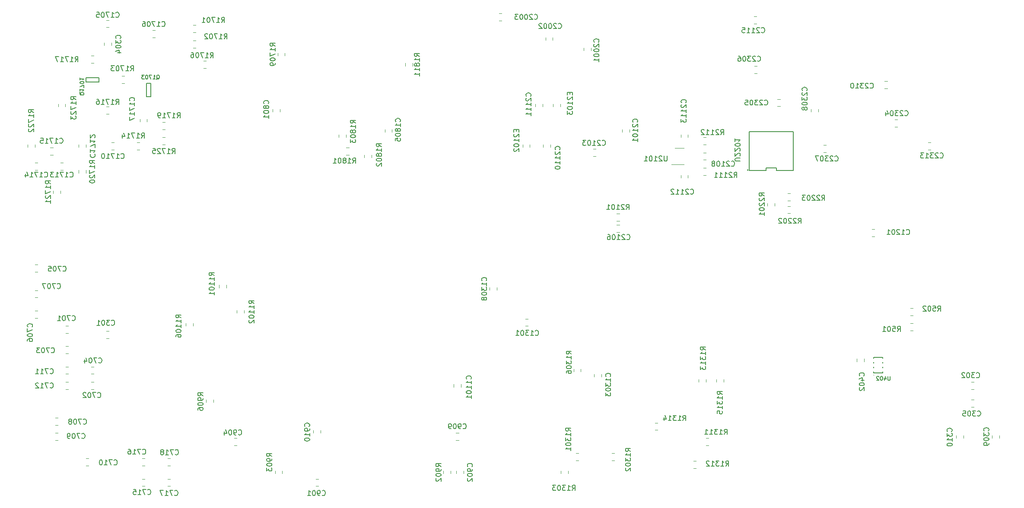
<source format=gbo>
G04 #@! TF.GenerationSoftware,KiCad,Pcbnew,5.1.12-84ad8e8a86~92~ubuntu20.04.1*
G04 #@! TF.CreationDate,2022-01-01T09:02:10-08:00*
G04 #@! TF.ProjectId,trx_mobo_concept_2,7472785f-6d6f-4626-9f5f-636f6e636570,rev?*
G04 #@! TF.SameCoordinates,Original*
G04 #@! TF.FileFunction,Legend,Bot*
G04 #@! TF.FilePolarity,Positive*
%FSLAX46Y46*%
G04 Gerber Fmt 4.6, Leading zero omitted, Abs format (unit mm)*
G04 Created by KiCad (PCBNEW 5.1.12-84ad8e8a86~92~ubuntu20.04.1) date 2022-01-01 09:02:10*
%MOMM*%
%LPD*%
G01*
G04 APERTURE LIST*
%ADD10C,0.120000*%
%ADD11C,0.152400*%
%ADD12C,0.150000*%
%ADD13C,0.900000*%
%ADD14C,1.440000*%
%ADD15C,2.000000*%
%ADD16C,0.800000*%
%ADD17C,7.000000*%
%ADD18C,2.540000*%
%ADD19C,2.150000*%
%ADD20C,2.250000*%
%ADD21O,2.100000X1.400000*%
%ADD22R,2.100000X1.400000*%
%ADD23R,1.400000X2.100000*%
%ADD24O,1.400000X2.100000*%
%ADD25C,1.000000*%
%ADD26R,0.800000X0.900000*%
%ADD27R,0.900000X0.800000*%
%ADD28R,2.032000X2.032000*%
%ADD29R,1.000000X0.700000*%
%ADD30R,1.600000X2.400000*%
%ADD31O,1.600000X2.400000*%
%ADD32R,1.060000X0.650000*%
%ADD33R,2.540000X1.650000*%
G04 APERTURE END LIST*
D10*
X67261252Y-116710000D02*
X66738748Y-116710000D01*
X67261252Y-115290000D02*
X66738748Y-115290000D01*
X236761252Y-125290000D02*
X236238748Y-125290000D01*
X236761252Y-126710000D02*
X236238748Y-126710000D01*
X66290000Y-58738748D02*
X66290000Y-59261252D01*
X67710000Y-58738748D02*
X67710000Y-59261252D01*
X236761252Y-128790000D02*
X236238748Y-128790000D01*
X236761252Y-130210000D02*
X236238748Y-130210000D01*
X241710000Y-135738748D02*
X241710000Y-136261252D01*
X240290000Y-135738748D02*
X240290000Y-136261252D01*
X233290000Y-135738748D02*
X233290000Y-136261252D01*
X234710000Y-135738748D02*
X234710000Y-136261252D01*
X213790000Y-120738748D02*
X213790000Y-121261252D01*
X215210000Y-120738748D02*
X215210000Y-121261252D01*
X59261252Y-114290000D02*
X58738748Y-114290000D01*
X59261252Y-115710000D02*
X58738748Y-115710000D01*
X63738748Y-125290000D02*
X64261252Y-125290000D01*
X63738748Y-126710000D02*
X64261252Y-126710000D01*
X59261252Y-118290000D02*
X58738748Y-118290000D01*
X59261252Y-119710000D02*
X58738748Y-119710000D01*
X63738748Y-122290000D02*
X64261252Y-122290000D01*
X63738748Y-123710000D02*
X64261252Y-123710000D01*
X53261252Y-103710000D02*
X52738748Y-103710000D01*
X53261252Y-102290000D02*
X52738748Y-102290000D01*
X53261252Y-111290000D02*
X52738748Y-111290000D01*
X53261252Y-112710000D02*
X52738748Y-112710000D01*
X53261252Y-108710000D02*
X52738748Y-108710000D01*
X53261252Y-107290000D02*
X52738748Y-107290000D01*
X57261252Y-132290000D02*
X56738748Y-132290000D01*
X57261252Y-133710000D02*
X56738748Y-133710000D01*
X57261252Y-135290000D02*
X56738748Y-135290000D01*
X57261252Y-136710000D02*
X56738748Y-136710000D01*
X63261252Y-140290000D02*
X62738748Y-140290000D01*
X63261252Y-141710000D02*
X62738748Y-141710000D01*
X59261252Y-122290000D02*
X58738748Y-122290000D01*
X59261252Y-123710000D02*
X58738748Y-123710000D01*
X59261252Y-126710000D02*
X58738748Y-126710000D01*
X59261252Y-125290000D02*
X58738748Y-125290000D01*
X73738748Y-145710000D02*
X74261252Y-145710000D01*
X73738748Y-144290000D02*
X74261252Y-144290000D01*
X73738748Y-140290000D02*
X74261252Y-140290000D01*
X73738748Y-141710000D02*
X74261252Y-141710000D01*
X78738748Y-144290000D02*
X79261252Y-144290000D01*
X78738748Y-145710000D02*
X79261252Y-145710000D01*
X78738748Y-141710000D02*
X79261252Y-141710000D01*
X78738748Y-140290000D02*
X79261252Y-140290000D01*
X100710000Y-72261252D02*
X100710000Y-71738748D01*
X99290000Y-72261252D02*
X99290000Y-71738748D01*
X107738748Y-145710000D02*
X108261252Y-145710000D01*
X107738748Y-144290000D02*
X108261252Y-144290000D01*
X136710000Y-142738748D02*
X136710000Y-143261252D01*
X135290000Y-142738748D02*
X135290000Y-143261252D01*
X92261252Y-137710000D02*
X91738748Y-137710000D01*
X92261252Y-136290000D02*
X91738748Y-136290000D01*
X135238748Y-135290000D02*
X135761252Y-135290000D01*
X135238748Y-136710000D02*
X135761252Y-136710000D01*
X108710000Y-135261252D02*
X108710000Y-134738748D01*
X107290000Y-135261252D02*
X107290000Y-134738748D01*
X134790000Y-126261252D02*
X134790000Y-125738748D01*
X136210000Y-126261252D02*
X136210000Y-125738748D01*
X216738748Y-95290000D02*
X217261252Y-95290000D01*
X216738748Y-96710000D02*
X217261252Y-96710000D01*
X148838748Y-112890000D02*
X149361252Y-112890000D01*
X148838748Y-114310000D02*
X149361252Y-114310000D01*
X162290000Y-123738748D02*
X162290000Y-124261252D01*
X163710000Y-123738748D02*
X163710000Y-124261252D01*
X141790000Y-106738748D02*
X141790000Y-107261252D01*
X143210000Y-106738748D02*
X143210000Y-107261252D01*
X67261252Y-54290000D02*
X66738748Y-54290000D01*
X67261252Y-55710000D02*
X66738748Y-55710000D01*
X76261252Y-57710000D02*
X75738748Y-57710000D01*
X76261252Y-56290000D02*
X75738748Y-56290000D01*
X68261252Y-79710000D02*
X67738748Y-79710000D01*
X68261252Y-78290000D02*
X67738748Y-78290000D01*
X62710000Y-79261252D02*
X62710000Y-78738748D01*
X61290000Y-79261252D02*
X61290000Y-78738748D01*
X57738748Y-82290000D02*
X58261252Y-82290000D01*
X57738748Y-83710000D02*
X58261252Y-83710000D01*
X52738748Y-83710000D02*
X53261252Y-83710000D01*
X52738748Y-82290000D02*
X53261252Y-82290000D01*
X56261252Y-80710000D02*
X55738748Y-80710000D01*
X56261252Y-79290000D02*
X55738748Y-79290000D01*
X74710000Y-74261252D02*
X74710000Y-73738748D01*
X73290000Y-74261252D02*
X73290000Y-73738748D01*
X121290000Y-76261252D02*
X121290000Y-75738748D01*
X122710000Y-76261252D02*
X122710000Y-75738748D01*
X152790000Y-57738748D02*
X152790000Y-58261252D01*
X154210000Y-57738748D02*
X154210000Y-58261252D01*
X167790000Y-76261252D02*
X167790000Y-75738748D01*
X169210000Y-76261252D02*
X169210000Y-75738748D01*
X162138748Y-79590000D02*
X162661252Y-79590000D01*
X162138748Y-81010000D02*
X162661252Y-81010000D01*
X166738748Y-95910000D02*
X167261252Y-95910000D01*
X166738748Y-94490000D02*
X167261252Y-94490000D01*
X183738748Y-80290000D02*
X184261252Y-80290000D01*
X183738748Y-81710000D02*
X184261252Y-81710000D01*
X152290000Y-78738748D02*
X152290000Y-79261252D01*
X153710000Y-78738748D02*
X153710000Y-79261252D01*
X150790000Y-71261252D02*
X150790000Y-70738748D01*
X152210000Y-71261252D02*
X152210000Y-70738748D01*
X179290000Y-84738748D02*
X179290000Y-85261252D01*
X180710000Y-84738748D02*
X180710000Y-85261252D01*
X179290000Y-77261252D02*
X179290000Y-76738748D01*
X180710000Y-77261252D02*
X180710000Y-76738748D01*
X193638748Y-53590000D02*
X194161252Y-53590000D01*
X193638748Y-55010000D02*
X194161252Y-55010000D01*
X221761252Y-75210000D02*
X221238748Y-75210000D01*
X221761252Y-73790000D02*
X221238748Y-73790000D01*
X198238748Y-71210000D02*
X198761252Y-71210000D01*
X198238748Y-69790000D02*
X198761252Y-69790000D01*
X194261252Y-64710000D02*
X193738748Y-64710000D01*
X194261252Y-63290000D02*
X193738748Y-63290000D01*
X207238748Y-80210000D02*
X207761252Y-80210000D01*
X207238748Y-78790000D02*
X207761252Y-78790000D01*
X206210000Y-72261252D02*
X206210000Y-71738748D01*
X204790000Y-72261252D02*
X204790000Y-71738748D01*
X219761252Y-66290000D02*
X219238748Y-66290000D01*
X219761252Y-67710000D02*
X219238748Y-67710000D01*
X228261252Y-78290000D02*
X227738748Y-78290000D01*
X228261252Y-79710000D02*
X227738748Y-79710000D01*
X149710000Y-79261252D02*
X149710000Y-78738748D01*
X148290000Y-79261252D02*
X148290000Y-78738748D01*
X155710000Y-70738748D02*
X155710000Y-71261252D01*
X154290000Y-70738748D02*
X154290000Y-71261252D01*
D11*
X65300000Y-66430000D02*
X65300000Y-65570000D01*
X62696500Y-66430000D02*
X62696500Y-65570000D01*
X65300000Y-65570000D02*
X62696500Y-65570000D01*
X62696500Y-66430000D02*
X65300000Y-66430000D01*
X74570000Y-69300000D02*
X75430000Y-69300000D01*
X74570000Y-66696500D02*
X75430000Y-66696500D01*
X75430000Y-69300000D02*
X75430000Y-66696500D01*
X74570000Y-66696500D02*
X74570000Y-69300000D01*
D10*
X224238748Y-113790000D02*
X224761252Y-113790000D01*
X224238748Y-115210000D02*
X224761252Y-115210000D01*
X224238748Y-112210000D02*
X224761252Y-112210000D01*
X224238748Y-110790000D02*
X224761252Y-110790000D01*
X134210000Y-142738748D02*
X134210000Y-143261252D01*
X132790000Y-142738748D02*
X132790000Y-143261252D01*
X99790000Y-143261252D02*
X99790000Y-142738748D01*
X101210000Y-143261252D02*
X101210000Y-142738748D01*
X86290000Y-128738748D02*
X86290000Y-129261252D01*
X87710000Y-128738748D02*
X87710000Y-129261252D01*
X90210000Y-106786252D02*
X90210000Y-106263748D01*
X88790000Y-106786252D02*
X88790000Y-106263748D01*
X93710000Y-111761252D02*
X93710000Y-111238748D01*
X92290000Y-111761252D02*
X92290000Y-111238748D01*
X83710000Y-113738748D02*
X83710000Y-114261252D01*
X82290000Y-113738748D02*
X82290000Y-114261252D01*
X158738748Y-140710000D02*
X159261252Y-140710000D01*
X158738748Y-139290000D02*
X159261252Y-139290000D01*
X165738748Y-140710000D02*
X166261252Y-140710000D01*
X165738748Y-139290000D02*
X166261252Y-139290000D01*
X157210000Y-142738748D02*
X157210000Y-143261252D01*
X155790000Y-142738748D02*
X155790000Y-143261252D01*
X159710000Y-123261252D02*
X159710000Y-122738748D01*
X158290000Y-123261252D02*
X158290000Y-122738748D01*
X184238748Y-136290000D02*
X184761252Y-136290000D01*
X184238748Y-137710000D02*
X184761252Y-137710000D01*
X182261252Y-142210000D02*
X181738748Y-142210000D01*
X182261252Y-140790000D02*
X181738748Y-140790000D01*
X184210000Y-125261252D02*
X184210000Y-124738748D01*
X182790000Y-125261252D02*
X182790000Y-124738748D01*
X174761252Y-134710000D02*
X174238748Y-134710000D01*
X174761252Y-133290000D02*
X174238748Y-133290000D01*
X187710000Y-125261252D02*
X187710000Y-124738748D01*
X186290000Y-125261252D02*
X186290000Y-124738748D01*
X84261252Y-56710000D02*
X83738748Y-56710000D01*
X84261252Y-55290000D02*
X83738748Y-55290000D01*
X84261252Y-58290000D02*
X83738748Y-58290000D01*
X84261252Y-59710000D02*
X83738748Y-59710000D01*
X70261252Y-66710000D02*
X69738748Y-66710000D01*
X70261252Y-65290000D02*
X69738748Y-65290000D01*
X86261252Y-63710000D02*
X85738748Y-63710000D01*
X86261252Y-62290000D02*
X85738748Y-62290000D01*
X100290000Y-60738748D02*
X100290000Y-61261252D01*
X101710000Y-60738748D02*
X101710000Y-61261252D01*
X73261252Y-78290000D02*
X72738748Y-78290000D01*
X73261252Y-79710000D02*
X72738748Y-79710000D01*
X67261252Y-72710000D02*
X66738748Y-72710000D01*
X67261252Y-71290000D02*
X66738748Y-71290000D01*
X63738748Y-62710000D02*
X64261252Y-62710000D01*
X63738748Y-61290000D02*
X64261252Y-61290000D01*
X77738748Y-74290000D02*
X78261252Y-74290000D01*
X77738748Y-75710000D02*
X78261252Y-75710000D01*
X61290000Y-83738748D02*
X61290000Y-84261252D01*
X62710000Y-83738748D02*
X62710000Y-84261252D01*
X57710000Y-87738748D02*
X57710000Y-88261252D01*
X56290000Y-87738748D02*
X56290000Y-88261252D01*
X52710000Y-79261252D02*
X52710000Y-78738748D01*
X51290000Y-79261252D02*
X51290000Y-78738748D01*
X57290000Y-71261252D02*
X57290000Y-70738748D01*
X58710000Y-71261252D02*
X58710000Y-70738748D01*
X77738748Y-78710000D02*
X78261252Y-78710000D01*
X77738748Y-77290000D02*
X78261252Y-77290000D01*
X113738748Y-80710000D02*
X114261252Y-80710000D01*
X113738748Y-79290000D02*
X114261252Y-79290000D01*
X118710000Y-80738748D02*
X118710000Y-81261252D01*
X117290000Y-80738748D02*
X117290000Y-81261252D01*
X113710000Y-77261252D02*
X113710000Y-76738748D01*
X112290000Y-77261252D02*
X112290000Y-76738748D01*
X126710000Y-63261252D02*
X126710000Y-62738748D01*
X125290000Y-63261252D02*
X125290000Y-62738748D01*
X167261252Y-93710000D02*
X166738748Y-93710000D01*
X167261252Y-92290000D02*
X166738748Y-92290000D01*
X183738748Y-84710000D02*
X184261252Y-84710000D01*
X183738748Y-83290000D02*
X184261252Y-83290000D01*
X183738748Y-77290000D02*
X184261252Y-77290000D01*
X183738748Y-78710000D02*
X184261252Y-78710000D01*
X197710000Y-90238748D02*
X197710000Y-90761252D01*
X196290000Y-90238748D02*
X196290000Y-90761252D01*
X200238748Y-92210000D02*
X200761252Y-92210000D01*
X200238748Y-90790000D02*
X200761252Y-90790000D01*
X200238748Y-88290000D02*
X200761252Y-88290000D01*
X200238748Y-89710000D02*
X200761252Y-89710000D01*
D11*
X218889000Y-123524000D02*
X218889000Y-120476000D01*
X217111000Y-123524000D02*
X218889000Y-123524000D01*
X217111000Y-120476000D02*
X217111000Y-123524000D01*
X218889000Y-120476000D02*
X217111000Y-120476000D01*
X217136400Y-123930400D02*
G75*
G03*
X217136400Y-123930400I-50800J0D01*
G01*
D10*
X179900000Y-82610000D02*
X177450000Y-82610000D01*
X178100000Y-79390000D02*
X179900000Y-79390000D01*
D12*
X192500000Y-83700000D02*
G75*
G03*
X192500000Y-83700000I-100000J0D01*
G01*
X201318000Y-83810000D02*
X201318000Y-76190000D01*
X201318000Y-76190000D02*
X192682000Y-76190000D01*
X192682000Y-76190000D02*
X192682000Y-83810000D01*
X198016000Y-83810000D02*
X198016000Y-83302000D01*
X198016000Y-83302000D02*
X195984000Y-83302000D01*
X195984000Y-83302000D02*
X195984000Y-83810000D01*
X198016000Y-83810000D02*
X201318000Y-83810000D01*
X192682000Y-83810000D02*
X195984000Y-83810000D01*
D10*
X160290000Y-59738748D02*
X160290000Y-60261252D01*
X161710000Y-59738748D02*
X161710000Y-60261252D01*
X143638748Y-52990000D02*
X144161252Y-52990000D01*
X143638748Y-54410000D02*
X144161252Y-54410000D01*
D12*
X67719047Y-114057142D02*
X67766666Y-114104761D01*
X67909523Y-114152380D01*
X68004761Y-114152380D01*
X68147619Y-114104761D01*
X68242857Y-114009523D01*
X68290476Y-113914285D01*
X68338095Y-113723809D01*
X68338095Y-113580952D01*
X68290476Y-113390476D01*
X68242857Y-113295238D01*
X68147619Y-113200000D01*
X68004761Y-113152380D01*
X67909523Y-113152380D01*
X67766666Y-113200000D01*
X67719047Y-113247619D01*
X67385714Y-113152380D02*
X66766666Y-113152380D01*
X67100000Y-113533333D01*
X66957142Y-113533333D01*
X66861904Y-113580952D01*
X66814285Y-113628571D01*
X66766666Y-113723809D01*
X66766666Y-113961904D01*
X66814285Y-114057142D01*
X66861904Y-114104761D01*
X66957142Y-114152380D01*
X67242857Y-114152380D01*
X67338095Y-114104761D01*
X67385714Y-114057142D01*
X66147619Y-113152380D02*
X66052380Y-113152380D01*
X65957142Y-113200000D01*
X65909523Y-113247619D01*
X65861904Y-113342857D01*
X65814285Y-113533333D01*
X65814285Y-113771428D01*
X65861904Y-113961904D01*
X65909523Y-114057142D01*
X65957142Y-114104761D01*
X66052380Y-114152380D01*
X66147619Y-114152380D01*
X66242857Y-114104761D01*
X66290476Y-114057142D01*
X66338095Y-113961904D01*
X66385714Y-113771428D01*
X66385714Y-113533333D01*
X66338095Y-113342857D01*
X66290476Y-113247619D01*
X66242857Y-113200000D01*
X66147619Y-113152380D01*
X64861904Y-114152380D02*
X65433333Y-114152380D01*
X65147619Y-114152380D02*
X65147619Y-113152380D01*
X65242857Y-113295238D01*
X65338095Y-113390476D01*
X65433333Y-113438095D01*
X237219047Y-124357142D02*
X237266666Y-124404761D01*
X237409523Y-124452380D01*
X237504761Y-124452380D01*
X237647619Y-124404761D01*
X237742857Y-124309523D01*
X237790476Y-124214285D01*
X237838095Y-124023809D01*
X237838095Y-123880952D01*
X237790476Y-123690476D01*
X237742857Y-123595238D01*
X237647619Y-123500000D01*
X237504761Y-123452380D01*
X237409523Y-123452380D01*
X237266666Y-123500000D01*
X237219047Y-123547619D01*
X236885714Y-123452380D02*
X236266666Y-123452380D01*
X236600000Y-123833333D01*
X236457142Y-123833333D01*
X236361904Y-123880952D01*
X236314285Y-123928571D01*
X236266666Y-124023809D01*
X236266666Y-124261904D01*
X236314285Y-124357142D01*
X236361904Y-124404761D01*
X236457142Y-124452380D01*
X236742857Y-124452380D01*
X236838095Y-124404761D01*
X236885714Y-124357142D01*
X235647619Y-123452380D02*
X235552380Y-123452380D01*
X235457142Y-123500000D01*
X235409523Y-123547619D01*
X235361904Y-123642857D01*
X235314285Y-123833333D01*
X235314285Y-124071428D01*
X235361904Y-124261904D01*
X235409523Y-124357142D01*
X235457142Y-124404761D01*
X235552380Y-124452380D01*
X235647619Y-124452380D01*
X235742857Y-124404761D01*
X235790476Y-124357142D01*
X235838095Y-124261904D01*
X235885714Y-124071428D01*
X235885714Y-123833333D01*
X235838095Y-123642857D01*
X235790476Y-123547619D01*
X235742857Y-123500000D01*
X235647619Y-123452380D01*
X234933333Y-123547619D02*
X234885714Y-123500000D01*
X234790476Y-123452380D01*
X234552380Y-123452380D01*
X234457142Y-123500000D01*
X234409523Y-123547619D01*
X234361904Y-123642857D01*
X234361904Y-123738095D01*
X234409523Y-123880952D01*
X234980952Y-124452380D01*
X234361904Y-124452380D01*
X69457142Y-57880952D02*
X69504761Y-57833333D01*
X69552380Y-57690476D01*
X69552380Y-57595238D01*
X69504761Y-57452380D01*
X69409523Y-57357142D01*
X69314285Y-57309523D01*
X69123809Y-57261904D01*
X68980952Y-57261904D01*
X68790476Y-57309523D01*
X68695238Y-57357142D01*
X68600000Y-57452380D01*
X68552380Y-57595238D01*
X68552380Y-57690476D01*
X68600000Y-57833333D01*
X68647619Y-57880952D01*
X68552380Y-58214285D02*
X68552380Y-58833333D01*
X68933333Y-58500000D01*
X68933333Y-58642857D01*
X68980952Y-58738095D01*
X69028571Y-58785714D01*
X69123809Y-58833333D01*
X69361904Y-58833333D01*
X69457142Y-58785714D01*
X69504761Y-58738095D01*
X69552380Y-58642857D01*
X69552380Y-58357142D01*
X69504761Y-58261904D01*
X69457142Y-58214285D01*
X68552380Y-59452380D02*
X68552380Y-59547619D01*
X68600000Y-59642857D01*
X68647619Y-59690476D01*
X68742857Y-59738095D01*
X68933333Y-59785714D01*
X69171428Y-59785714D01*
X69361904Y-59738095D01*
X69457142Y-59690476D01*
X69504761Y-59642857D01*
X69552380Y-59547619D01*
X69552380Y-59452380D01*
X69504761Y-59357142D01*
X69457142Y-59309523D01*
X69361904Y-59261904D01*
X69171428Y-59214285D01*
X68933333Y-59214285D01*
X68742857Y-59261904D01*
X68647619Y-59309523D01*
X68600000Y-59357142D01*
X68552380Y-59452380D01*
X68885714Y-60642857D02*
X69552380Y-60642857D01*
X68504761Y-60404761D02*
X69219047Y-60166666D01*
X69219047Y-60785714D01*
X237419047Y-131857142D02*
X237466666Y-131904761D01*
X237609523Y-131952380D01*
X237704761Y-131952380D01*
X237847619Y-131904761D01*
X237942857Y-131809523D01*
X237990476Y-131714285D01*
X238038095Y-131523809D01*
X238038095Y-131380952D01*
X237990476Y-131190476D01*
X237942857Y-131095238D01*
X237847619Y-131000000D01*
X237704761Y-130952380D01*
X237609523Y-130952380D01*
X237466666Y-131000000D01*
X237419047Y-131047619D01*
X237085714Y-130952380D02*
X236466666Y-130952380D01*
X236800000Y-131333333D01*
X236657142Y-131333333D01*
X236561904Y-131380952D01*
X236514285Y-131428571D01*
X236466666Y-131523809D01*
X236466666Y-131761904D01*
X236514285Y-131857142D01*
X236561904Y-131904761D01*
X236657142Y-131952380D01*
X236942857Y-131952380D01*
X237038095Y-131904761D01*
X237085714Y-131857142D01*
X235847619Y-130952380D02*
X235752380Y-130952380D01*
X235657142Y-131000000D01*
X235609523Y-131047619D01*
X235561904Y-131142857D01*
X235514285Y-131333333D01*
X235514285Y-131571428D01*
X235561904Y-131761904D01*
X235609523Y-131857142D01*
X235657142Y-131904761D01*
X235752380Y-131952380D01*
X235847619Y-131952380D01*
X235942857Y-131904761D01*
X235990476Y-131857142D01*
X236038095Y-131761904D01*
X236085714Y-131571428D01*
X236085714Y-131333333D01*
X236038095Y-131142857D01*
X235990476Y-131047619D01*
X235942857Y-131000000D01*
X235847619Y-130952380D01*
X234609523Y-130952380D02*
X235085714Y-130952380D01*
X235133333Y-131428571D01*
X235085714Y-131380952D01*
X234990476Y-131333333D01*
X234752380Y-131333333D01*
X234657142Y-131380952D01*
X234609523Y-131428571D01*
X234561904Y-131523809D01*
X234561904Y-131761904D01*
X234609523Y-131857142D01*
X234657142Y-131904761D01*
X234752380Y-131952380D01*
X234990476Y-131952380D01*
X235085714Y-131904761D01*
X235133333Y-131857142D01*
X239557142Y-134880952D02*
X239604761Y-134833333D01*
X239652380Y-134690476D01*
X239652380Y-134595238D01*
X239604761Y-134452380D01*
X239509523Y-134357142D01*
X239414285Y-134309523D01*
X239223809Y-134261904D01*
X239080952Y-134261904D01*
X238890476Y-134309523D01*
X238795238Y-134357142D01*
X238700000Y-134452380D01*
X238652380Y-134595238D01*
X238652380Y-134690476D01*
X238700000Y-134833333D01*
X238747619Y-134880952D01*
X238652380Y-135214285D02*
X238652380Y-135833333D01*
X239033333Y-135500000D01*
X239033333Y-135642857D01*
X239080952Y-135738095D01*
X239128571Y-135785714D01*
X239223809Y-135833333D01*
X239461904Y-135833333D01*
X239557142Y-135785714D01*
X239604761Y-135738095D01*
X239652380Y-135642857D01*
X239652380Y-135357142D01*
X239604761Y-135261904D01*
X239557142Y-135214285D01*
X238652380Y-136452380D02*
X238652380Y-136547619D01*
X238700000Y-136642857D01*
X238747619Y-136690476D01*
X238842857Y-136738095D01*
X239033333Y-136785714D01*
X239271428Y-136785714D01*
X239461904Y-136738095D01*
X239557142Y-136690476D01*
X239604761Y-136642857D01*
X239652380Y-136547619D01*
X239652380Y-136452380D01*
X239604761Y-136357142D01*
X239557142Y-136309523D01*
X239461904Y-136261904D01*
X239271428Y-136214285D01*
X239033333Y-136214285D01*
X238842857Y-136261904D01*
X238747619Y-136309523D01*
X238700000Y-136357142D01*
X238652380Y-136452380D01*
X239652380Y-137261904D02*
X239652380Y-137452380D01*
X239604761Y-137547619D01*
X239557142Y-137595238D01*
X239414285Y-137690476D01*
X239223809Y-137738095D01*
X238842857Y-137738095D01*
X238747619Y-137690476D01*
X238700000Y-137642857D01*
X238652380Y-137547619D01*
X238652380Y-137357142D01*
X238700000Y-137261904D01*
X238747619Y-137214285D01*
X238842857Y-137166666D01*
X239080952Y-137166666D01*
X239176190Y-137214285D01*
X239223809Y-137261904D01*
X239271428Y-137357142D01*
X239271428Y-137547619D01*
X239223809Y-137642857D01*
X239176190Y-137690476D01*
X239080952Y-137738095D01*
X232357142Y-134980952D02*
X232404761Y-134933333D01*
X232452380Y-134790476D01*
X232452380Y-134695238D01*
X232404761Y-134552380D01*
X232309523Y-134457142D01*
X232214285Y-134409523D01*
X232023809Y-134361904D01*
X231880952Y-134361904D01*
X231690476Y-134409523D01*
X231595238Y-134457142D01*
X231500000Y-134552380D01*
X231452380Y-134695238D01*
X231452380Y-134790476D01*
X231500000Y-134933333D01*
X231547619Y-134980952D01*
X231452380Y-135314285D02*
X231452380Y-135933333D01*
X231833333Y-135600000D01*
X231833333Y-135742857D01*
X231880952Y-135838095D01*
X231928571Y-135885714D01*
X232023809Y-135933333D01*
X232261904Y-135933333D01*
X232357142Y-135885714D01*
X232404761Y-135838095D01*
X232452380Y-135742857D01*
X232452380Y-135457142D01*
X232404761Y-135361904D01*
X232357142Y-135314285D01*
X232452380Y-136885714D02*
X232452380Y-136314285D01*
X232452380Y-136600000D02*
X231452380Y-136600000D01*
X231595238Y-136504761D01*
X231690476Y-136409523D01*
X231738095Y-136314285D01*
X231452380Y-137504761D02*
X231452380Y-137600000D01*
X231500000Y-137695238D01*
X231547619Y-137742857D01*
X231642857Y-137790476D01*
X231833333Y-137838095D01*
X232071428Y-137838095D01*
X232261904Y-137790476D01*
X232357142Y-137742857D01*
X232404761Y-137695238D01*
X232452380Y-137600000D01*
X232452380Y-137504761D01*
X232404761Y-137409523D01*
X232357142Y-137361904D01*
X232261904Y-137314285D01*
X232071428Y-137266666D01*
X231833333Y-137266666D01*
X231642857Y-137314285D01*
X231547619Y-137361904D01*
X231500000Y-137409523D01*
X231452380Y-137504761D01*
X215157142Y-124080952D02*
X215204761Y-124033333D01*
X215252380Y-123890476D01*
X215252380Y-123795238D01*
X215204761Y-123652380D01*
X215109523Y-123557142D01*
X215014285Y-123509523D01*
X214823809Y-123461904D01*
X214680952Y-123461904D01*
X214490476Y-123509523D01*
X214395238Y-123557142D01*
X214300000Y-123652380D01*
X214252380Y-123795238D01*
X214252380Y-123890476D01*
X214300000Y-124033333D01*
X214347619Y-124080952D01*
X214585714Y-124938095D02*
X215252380Y-124938095D01*
X214204761Y-124700000D02*
X214919047Y-124461904D01*
X214919047Y-125080952D01*
X214252380Y-125652380D02*
X214252380Y-125747619D01*
X214300000Y-125842857D01*
X214347619Y-125890476D01*
X214442857Y-125938095D01*
X214633333Y-125985714D01*
X214871428Y-125985714D01*
X215061904Y-125938095D01*
X215157142Y-125890476D01*
X215204761Y-125842857D01*
X215252380Y-125747619D01*
X215252380Y-125652380D01*
X215204761Y-125557142D01*
X215157142Y-125509523D01*
X215061904Y-125461904D01*
X214871428Y-125414285D01*
X214633333Y-125414285D01*
X214442857Y-125461904D01*
X214347619Y-125509523D01*
X214300000Y-125557142D01*
X214252380Y-125652380D01*
X214347619Y-126366666D02*
X214300000Y-126414285D01*
X214252380Y-126509523D01*
X214252380Y-126747619D01*
X214300000Y-126842857D01*
X214347619Y-126890476D01*
X214442857Y-126938095D01*
X214538095Y-126938095D01*
X214680952Y-126890476D01*
X215252380Y-126319047D01*
X215252380Y-126938095D01*
X60019047Y-113157142D02*
X60066666Y-113204761D01*
X60209523Y-113252380D01*
X60304761Y-113252380D01*
X60447619Y-113204761D01*
X60542857Y-113109523D01*
X60590476Y-113014285D01*
X60638095Y-112823809D01*
X60638095Y-112680952D01*
X60590476Y-112490476D01*
X60542857Y-112395238D01*
X60447619Y-112300000D01*
X60304761Y-112252380D01*
X60209523Y-112252380D01*
X60066666Y-112300000D01*
X60019047Y-112347619D01*
X59685714Y-112252380D02*
X59019047Y-112252380D01*
X59447619Y-113252380D01*
X58447619Y-112252380D02*
X58352380Y-112252380D01*
X58257142Y-112300000D01*
X58209523Y-112347619D01*
X58161904Y-112442857D01*
X58114285Y-112633333D01*
X58114285Y-112871428D01*
X58161904Y-113061904D01*
X58209523Y-113157142D01*
X58257142Y-113204761D01*
X58352380Y-113252380D01*
X58447619Y-113252380D01*
X58542857Y-113204761D01*
X58590476Y-113157142D01*
X58638095Y-113061904D01*
X58685714Y-112871428D01*
X58685714Y-112633333D01*
X58638095Y-112442857D01*
X58590476Y-112347619D01*
X58542857Y-112300000D01*
X58447619Y-112252380D01*
X57161904Y-113252380D02*
X57733333Y-113252380D01*
X57447619Y-113252380D02*
X57447619Y-112252380D01*
X57542857Y-112395238D01*
X57638095Y-112490476D01*
X57733333Y-112538095D01*
X65019047Y-128257142D02*
X65066666Y-128304761D01*
X65209523Y-128352380D01*
X65304761Y-128352380D01*
X65447619Y-128304761D01*
X65542857Y-128209523D01*
X65590476Y-128114285D01*
X65638095Y-127923809D01*
X65638095Y-127780952D01*
X65590476Y-127590476D01*
X65542857Y-127495238D01*
X65447619Y-127400000D01*
X65304761Y-127352380D01*
X65209523Y-127352380D01*
X65066666Y-127400000D01*
X65019047Y-127447619D01*
X64685714Y-127352380D02*
X64019047Y-127352380D01*
X64447619Y-128352380D01*
X63447619Y-127352380D02*
X63352380Y-127352380D01*
X63257142Y-127400000D01*
X63209523Y-127447619D01*
X63161904Y-127542857D01*
X63114285Y-127733333D01*
X63114285Y-127971428D01*
X63161904Y-128161904D01*
X63209523Y-128257142D01*
X63257142Y-128304761D01*
X63352380Y-128352380D01*
X63447619Y-128352380D01*
X63542857Y-128304761D01*
X63590476Y-128257142D01*
X63638095Y-128161904D01*
X63685714Y-127971428D01*
X63685714Y-127733333D01*
X63638095Y-127542857D01*
X63590476Y-127447619D01*
X63542857Y-127400000D01*
X63447619Y-127352380D01*
X62733333Y-127447619D02*
X62685714Y-127400000D01*
X62590476Y-127352380D01*
X62352380Y-127352380D01*
X62257142Y-127400000D01*
X62209523Y-127447619D01*
X62161904Y-127542857D01*
X62161904Y-127638095D01*
X62209523Y-127780952D01*
X62780952Y-128352380D01*
X62161904Y-128352380D01*
X55919047Y-119457142D02*
X55966666Y-119504761D01*
X56109523Y-119552380D01*
X56204761Y-119552380D01*
X56347619Y-119504761D01*
X56442857Y-119409523D01*
X56490476Y-119314285D01*
X56538095Y-119123809D01*
X56538095Y-118980952D01*
X56490476Y-118790476D01*
X56442857Y-118695238D01*
X56347619Y-118600000D01*
X56204761Y-118552380D01*
X56109523Y-118552380D01*
X55966666Y-118600000D01*
X55919047Y-118647619D01*
X55585714Y-118552380D02*
X54919047Y-118552380D01*
X55347619Y-119552380D01*
X54347619Y-118552380D02*
X54252380Y-118552380D01*
X54157142Y-118600000D01*
X54109523Y-118647619D01*
X54061904Y-118742857D01*
X54014285Y-118933333D01*
X54014285Y-119171428D01*
X54061904Y-119361904D01*
X54109523Y-119457142D01*
X54157142Y-119504761D01*
X54252380Y-119552380D01*
X54347619Y-119552380D01*
X54442857Y-119504761D01*
X54490476Y-119457142D01*
X54538095Y-119361904D01*
X54585714Y-119171428D01*
X54585714Y-118933333D01*
X54538095Y-118742857D01*
X54490476Y-118647619D01*
X54442857Y-118600000D01*
X54347619Y-118552380D01*
X53680952Y-118552380D02*
X53061904Y-118552380D01*
X53395238Y-118933333D01*
X53252380Y-118933333D01*
X53157142Y-118980952D01*
X53109523Y-119028571D01*
X53061904Y-119123809D01*
X53061904Y-119361904D01*
X53109523Y-119457142D01*
X53157142Y-119504761D01*
X53252380Y-119552380D01*
X53538095Y-119552380D01*
X53633333Y-119504761D01*
X53680952Y-119457142D01*
X65219047Y-121457142D02*
X65266666Y-121504761D01*
X65409523Y-121552380D01*
X65504761Y-121552380D01*
X65647619Y-121504761D01*
X65742857Y-121409523D01*
X65790476Y-121314285D01*
X65838095Y-121123809D01*
X65838095Y-120980952D01*
X65790476Y-120790476D01*
X65742857Y-120695238D01*
X65647619Y-120600000D01*
X65504761Y-120552380D01*
X65409523Y-120552380D01*
X65266666Y-120600000D01*
X65219047Y-120647619D01*
X64885714Y-120552380D02*
X64219047Y-120552380D01*
X64647619Y-121552380D01*
X63647619Y-120552380D02*
X63552380Y-120552380D01*
X63457142Y-120600000D01*
X63409523Y-120647619D01*
X63361904Y-120742857D01*
X63314285Y-120933333D01*
X63314285Y-121171428D01*
X63361904Y-121361904D01*
X63409523Y-121457142D01*
X63457142Y-121504761D01*
X63552380Y-121552380D01*
X63647619Y-121552380D01*
X63742857Y-121504761D01*
X63790476Y-121457142D01*
X63838095Y-121361904D01*
X63885714Y-121171428D01*
X63885714Y-120933333D01*
X63838095Y-120742857D01*
X63790476Y-120647619D01*
X63742857Y-120600000D01*
X63647619Y-120552380D01*
X62457142Y-120885714D02*
X62457142Y-121552380D01*
X62695238Y-120504761D02*
X62933333Y-121219047D01*
X62314285Y-121219047D01*
X58219047Y-103457142D02*
X58266666Y-103504761D01*
X58409523Y-103552380D01*
X58504761Y-103552380D01*
X58647619Y-103504761D01*
X58742857Y-103409523D01*
X58790476Y-103314285D01*
X58838095Y-103123809D01*
X58838095Y-102980952D01*
X58790476Y-102790476D01*
X58742857Y-102695238D01*
X58647619Y-102600000D01*
X58504761Y-102552380D01*
X58409523Y-102552380D01*
X58266666Y-102600000D01*
X58219047Y-102647619D01*
X57885714Y-102552380D02*
X57219047Y-102552380D01*
X57647619Y-103552380D01*
X56647619Y-102552380D02*
X56552380Y-102552380D01*
X56457142Y-102600000D01*
X56409523Y-102647619D01*
X56361904Y-102742857D01*
X56314285Y-102933333D01*
X56314285Y-103171428D01*
X56361904Y-103361904D01*
X56409523Y-103457142D01*
X56457142Y-103504761D01*
X56552380Y-103552380D01*
X56647619Y-103552380D01*
X56742857Y-103504761D01*
X56790476Y-103457142D01*
X56838095Y-103361904D01*
X56885714Y-103171428D01*
X56885714Y-102933333D01*
X56838095Y-102742857D01*
X56790476Y-102647619D01*
X56742857Y-102600000D01*
X56647619Y-102552380D01*
X55409523Y-102552380D02*
X55885714Y-102552380D01*
X55933333Y-103028571D01*
X55885714Y-102980952D01*
X55790476Y-102933333D01*
X55552380Y-102933333D01*
X55457142Y-102980952D01*
X55409523Y-103028571D01*
X55361904Y-103123809D01*
X55361904Y-103361904D01*
X55409523Y-103457142D01*
X55457142Y-103504761D01*
X55552380Y-103552380D01*
X55790476Y-103552380D01*
X55885714Y-103504761D01*
X55933333Y-103457142D01*
X52157142Y-114480952D02*
X52204761Y-114433333D01*
X52252380Y-114290476D01*
X52252380Y-114195238D01*
X52204761Y-114052380D01*
X52109523Y-113957142D01*
X52014285Y-113909523D01*
X51823809Y-113861904D01*
X51680952Y-113861904D01*
X51490476Y-113909523D01*
X51395238Y-113957142D01*
X51300000Y-114052380D01*
X51252380Y-114195238D01*
X51252380Y-114290476D01*
X51300000Y-114433333D01*
X51347619Y-114480952D01*
X51252380Y-114814285D02*
X51252380Y-115480952D01*
X52252380Y-115052380D01*
X51252380Y-116052380D02*
X51252380Y-116147619D01*
X51300000Y-116242857D01*
X51347619Y-116290476D01*
X51442857Y-116338095D01*
X51633333Y-116385714D01*
X51871428Y-116385714D01*
X52061904Y-116338095D01*
X52157142Y-116290476D01*
X52204761Y-116242857D01*
X52252380Y-116147619D01*
X52252380Y-116052380D01*
X52204761Y-115957142D01*
X52157142Y-115909523D01*
X52061904Y-115861904D01*
X51871428Y-115814285D01*
X51633333Y-115814285D01*
X51442857Y-115861904D01*
X51347619Y-115909523D01*
X51300000Y-115957142D01*
X51252380Y-116052380D01*
X51252380Y-117242857D02*
X51252380Y-117052380D01*
X51300000Y-116957142D01*
X51347619Y-116909523D01*
X51490476Y-116814285D01*
X51680952Y-116766666D01*
X52061904Y-116766666D01*
X52157142Y-116814285D01*
X52204761Y-116861904D01*
X52252380Y-116957142D01*
X52252380Y-117147619D01*
X52204761Y-117242857D01*
X52157142Y-117290476D01*
X52061904Y-117338095D01*
X51823809Y-117338095D01*
X51728571Y-117290476D01*
X51680952Y-117242857D01*
X51633333Y-117147619D01*
X51633333Y-116957142D01*
X51680952Y-116861904D01*
X51728571Y-116814285D01*
X51823809Y-116766666D01*
X57119047Y-106857142D02*
X57166666Y-106904761D01*
X57309523Y-106952380D01*
X57404761Y-106952380D01*
X57547619Y-106904761D01*
X57642857Y-106809523D01*
X57690476Y-106714285D01*
X57738095Y-106523809D01*
X57738095Y-106380952D01*
X57690476Y-106190476D01*
X57642857Y-106095238D01*
X57547619Y-106000000D01*
X57404761Y-105952380D01*
X57309523Y-105952380D01*
X57166666Y-106000000D01*
X57119047Y-106047619D01*
X56785714Y-105952380D02*
X56119047Y-105952380D01*
X56547619Y-106952380D01*
X55547619Y-105952380D02*
X55452380Y-105952380D01*
X55357142Y-106000000D01*
X55309523Y-106047619D01*
X55261904Y-106142857D01*
X55214285Y-106333333D01*
X55214285Y-106571428D01*
X55261904Y-106761904D01*
X55309523Y-106857142D01*
X55357142Y-106904761D01*
X55452380Y-106952380D01*
X55547619Y-106952380D01*
X55642857Y-106904761D01*
X55690476Y-106857142D01*
X55738095Y-106761904D01*
X55785714Y-106571428D01*
X55785714Y-106333333D01*
X55738095Y-106142857D01*
X55690476Y-106047619D01*
X55642857Y-106000000D01*
X55547619Y-105952380D01*
X54880952Y-105952380D02*
X54214285Y-105952380D01*
X54642857Y-106952380D01*
X62219047Y-133457142D02*
X62266666Y-133504761D01*
X62409523Y-133552380D01*
X62504761Y-133552380D01*
X62647619Y-133504761D01*
X62742857Y-133409523D01*
X62790476Y-133314285D01*
X62838095Y-133123809D01*
X62838095Y-132980952D01*
X62790476Y-132790476D01*
X62742857Y-132695238D01*
X62647619Y-132600000D01*
X62504761Y-132552380D01*
X62409523Y-132552380D01*
X62266666Y-132600000D01*
X62219047Y-132647619D01*
X61885714Y-132552380D02*
X61219047Y-132552380D01*
X61647619Y-133552380D01*
X60647619Y-132552380D02*
X60552380Y-132552380D01*
X60457142Y-132600000D01*
X60409523Y-132647619D01*
X60361904Y-132742857D01*
X60314285Y-132933333D01*
X60314285Y-133171428D01*
X60361904Y-133361904D01*
X60409523Y-133457142D01*
X60457142Y-133504761D01*
X60552380Y-133552380D01*
X60647619Y-133552380D01*
X60742857Y-133504761D01*
X60790476Y-133457142D01*
X60838095Y-133361904D01*
X60885714Y-133171428D01*
X60885714Y-132933333D01*
X60838095Y-132742857D01*
X60790476Y-132647619D01*
X60742857Y-132600000D01*
X60647619Y-132552380D01*
X59742857Y-132980952D02*
X59838095Y-132933333D01*
X59885714Y-132885714D01*
X59933333Y-132790476D01*
X59933333Y-132742857D01*
X59885714Y-132647619D01*
X59838095Y-132600000D01*
X59742857Y-132552380D01*
X59552380Y-132552380D01*
X59457142Y-132600000D01*
X59409523Y-132647619D01*
X59361904Y-132742857D01*
X59361904Y-132790476D01*
X59409523Y-132885714D01*
X59457142Y-132933333D01*
X59552380Y-132980952D01*
X59742857Y-132980952D01*
X59838095Y-133028571D01*
X59885714Y-133076190D01*
X59933333Y-133171428D01*
X59933333Y-133361904D01*
X59885714Y-133457142D01*
X59838095Y-133504761D01*
X59742857Y-133552380D01*
X59552380Y-133552380D01*
X59457142Y-133504761D01*
X59409523Y-133457142D01*
X59361904Y-133361904D01*
X59361904Y-133171428D01*
X59409523Y-133076190D01*
X59457142Y-133028571D01*
X59552380Y-132980952D01*
X61919047Y-136257142D02*
X61966666Y-136304761D01*
X62109523Y-136352380D01*
X62204761Y-136352380D01*
X62347619Y-136304761D01*
X62442857Y-136209523D01*
X62490476Y-136114285D01*
X62538095Y-135923809D01*
X62538095Y-135780952D01*
X62490476Y-135590476D01*
X62442857Y-135495238D01*
X62347619Y-135400000D01*
X62204761Y-135352380D01*
X62109523Y-135352380D01*
X61966666Y-135400000D01*
X61919047Y-135447619D01*
X61585714Y-135352380D02*
X60919047Y-135352380D01*
X61347619Y-136352380D01*
X60347619Y-135352380D02*
X60252380Y-135352380D01*
X60157142Y-135400000D01*
X60109523Y-135447619D01*
X60061904Y-135542857D01*
X60014285Y-135733333D01*
X60014285Y-135971428D01*
X60061904Y-136161904D01*
X60109523Y-136257142D01*
X60157142Y-136304761D01*
X60252380Y-136352380D01*
X60347619Y-136352380D01*
X60442857Y-136304761D01*
X60490476Y-136257142D01*
X60538095Y-136161904D01*
X60585714Y-135971428D01*
X60585714Y-135733333D01*
X60538095Y-135542857D01*
X60490476Y-135447619D01*
X60442857Y-135400000D01*
X60347619Y-135352380D01*
X59538095Y-136352380D02*
X59347619Y-136352380D01*
X59252380Y-136304761D01*
X59204761Y-136257142D01*
X59109523Y-136114285D01*
X59061904Y-135923809D01*
X59061904Y-135542857D01*
X59109523Y-135447619D01*
X59157142Y-135400000D01*
X59252380Y-135352380D01*
X59442857Y-135352380D01*
X59538095Y-135400000D01*
X59585714Y-135447619D01*
X59633333Y-135542857D01*
X59633333Y-135780952D01*
X59585714Y-135876190D01*
X59538095Y-135923809D01*
X59442857Y-135971428D01*
X59252380Y-135971428D01*
X59157142Y-135923809D01*
X59109523Y-135876190D01*
X59061904Y-135780952D01*
X68219047Y-141457142D02*
X68266666Y-141504761D01*
X68409523Y-141552380D01*
X68504761Y-141552380D01*
X68647619Y-141504761D01*
X68742857Y-141409523D01*
X68790476Y-141314285D01*
X68838095Y-141123809D01*
X68838095Y-140980952D01*
X68790476Y-140790476D01*
X68742857Y-140695238D01*
X68647619Y-140600000D01*
X68504761Y-140552380D01*
X68409523Y-140552380D01*
X68266666Y-140600000D01*
X68219047Y-140647619D01*
X67885714Y-140552380D02*
X67219047Y-140552380D01*
X67647619Y-141552380D01*
X66314285Y-141552380D02*
X66885714Y-141552380D01*
X66600000Y-141552380D02*
X66600000Y-140552380D01*
X66695238Y-140695238D01*
X66790476Y-140790476D01*
X66885714Y-140838095D01*
X65695238Y-140552380D02*
X65600000Y-140552380D01*
X65504761Y-140600000D01*
X65457142Y-140647619D01*
X65409523Y-140742857D01*
X65361904Y-140933333D01*
X65361904Y-141171428D01*
X65409523Y-141361904D01*
X65457142Y-141457142D01*
X65504761Y-141504761D01*
X65600000Y-141552380D01*
X65695238Y-141552380D01*
X65790476Y-141504761D01*
X65838095Y-141457142D01*
X65885714Y-141361904D01*
X65933333Y-141171428D01*
X65933333Y-140933333D01*
X65885714Y-140742857D01*
X65838095Y-140647619D01*
X65790476Y-140600000D01*
X65695238Y-140552380D01*
X55719047Y-123557142D02*
X55766666Y-123604761D01*
X55909523Y-123652380D01*
X56004761Y-123652380D01*
X56147619Y-123604761D01*
X56242857Y-123509523D01*
X56290476Y-123414285D01*
X56338095Y-123223809D01*
X56338095Y-123080952D01*
X56290476Y-122890476D01*
X56242857Y-122795238D01*
X56147619Y-122700000D01*
X56004761Y-122652380D01*
X55909523Y-122652380D01*
X55766666Y-122700000D01*
X55719047Y-122747619D01*
X55385714Y-122652380D02*
X54719047Y-122652380D01*
X55147619Y-123652380D01*
X53814285Y-123652380D02*
X54385714Y-123652380D01*
X54100000Y-123652380D02*
X54100000Y-122652380D01*
X54195238Y-122795238D01*
X54290476Y-122890476D01*
X54385714Y-122938095D01*
X52861904Y-123652380D02*
X53433333Y-123652380D01*
X53147619Y-123652380D02*
X53147619Y-122652380D01*
X53242857Y-122795238D01*
X53338095Y-122890476D01*
X53433333Y-122938095D01*
X55719047Y-126357142D02*
X55766666Y-126404761D01*
X55909523Y-126452380D01*
X56004761Y-126452380D01*
X56147619Y-126404761D01*
X56242857Y-126309523D01*
X56290476Y-126214285D01*
X56338095Y-126023809D01*
X56338095Y-125880952D01*
X56290476Y-125690476D01*
X56242857Y-125595238D01*
X56147619Y-125500000D01*
X56004761Y-125452380D01*
X55909523Y-125452380D01*
X55766666Y-125500000D01*
X55719047Y-125547619D01*
X55385714Y-125452380D02*
X54719047Y-125452380D01*
X55147619Y-126452380D01*
X53814285Y-126452380D02*
X54385714Y-126452380D01*
X54100000Y-126452380D02*
X54100000Y-125452380D01*
X54195238Y-125595238D01*
X54290476Y-125690476D01*
X54385714Y-125738095D01*
X53433333Y-125547619D02*
X53385714Y-125500000D01*
X53290476Y-125452380D01*
X53052380Y-125452380D01*
X52957142Y-125500000D01*
X52909523Y-125547619D01*
X52861904Y-125642857D01*
X52861904Y-125738095D01*
X52909523Y-125880952D01*
X53480952Y-126452380D01*
X52861904Y-126452380D01*
X74819047Y-147257142D02*
X74866666Y-147304761D01*
X75009523Y-147352380D01*
X75104761Y-147352380D01*
X75247619Y-147304761D01*
X75342857Y-147209523D01*
X75390476Y-147114285D01*
X75438095Y-146923809D01*
X75438095Y-146780952D01*
X75390476Y-146590476D01*
X75342857Y-146495238D01*
X75247619Y-146400000D01*
X75104761Y-146352380D01*
X75009523Y-146352380D01*
X74866666Y-146400000D01*
X74819047Y-146447619D01*
X74485714Y-146352380D02*
X73819047Y-146352380D01*
X74247619Y-147352380D01*
X72914285Y-147352380D02*
X73485714Y-147352380D01*
X73200000Y-147352380D02*
X73200000Y-146352380D01*
X73295238Y-146495238D01*
X73390476Y-146590476D01*
X73485714Y-146638095D01*
X72009523Y-146352380D02*
X72485714Y-146352380D01*
X72533333Y-146828571D01*
X72485714Y-146780952D01*
X72390476Y-146733333D01*
X72152380Y-146733333D01*
X72057142Y-146780952D01*
X72009523Y-146828571D01*
X71961904Y-146923809D01*
X71961904Y-147161904D01*
X72009523Y-147257142D01*
X72057142Y-147304761D01*
X72152380Y-147352380D01*
X72390476Y-147352380D01*
X72485714Y-147304761D01*
X72533333Y-147257142D01*
X73819047Y-139357142D02*
X73866666Y-139404761D01*
X74009523Y-139452380D01*
X74104761Y-139452380D01*
X74247619Y-139404761D01*
X74342857Y-139309523D01*
X74390476Y-139214285D01*
X74438095Y-139023809D01*
X74438095Y-138880952D01*
X74390476Y-138690476D01*
X74342857Y-138595238D01*
X74247619Y-138500000D01*
X74104761Y-138452380D01*
X74009523Y-138452380D01*
X73866666Y-138500000D01*
X73819047Y-138547619D01*
X73485714Y-138452380D02*
X72819047Y-138452380D01*
X73247619Y-139452380D01*
X71914285Y-139452380D02*
X72485714Y-139452380D01*
X72200000Y-139452380D02*
X72200000Y-138452380D01*
X72295238Y-138595238D01*
X72390476Y-138690476D01*
X72485714Y-138738095D01*
X71057142Y-138452380D02*
X71247619Y-138452380D01*
X71342857Y-138500000D01*
X71390476Y-138547619D01*
X71485714Y-138690476D01*
X71533333Y-138880952D01*
X71533333Y-139261904D01*
X71485714Y-139357142D01*
X71438095Y-139404761D01*
X71342857Y-139452380D01*
X71152380Y-139452380D01*
X71057142Y-139404761D01*
X71009523Y-139357142D01*
X70961904Y-139261904D01*
X70961904Y-139023809D01*
X71009523Y-138928571D01*
X71057142Y-138880952D01*
X71152380Y-138833333D01*
X71342857Y-138833333D01*
X71438095Y-138880952D01*
X71485714Y-138928571D01*
X71533333Y-139023809D01*
X80119047Y-147457142D02*
X80166666Y-147504761D01*
X80309523Y-147552380D01*
X80404761Y-147552380D01*
X80547619Y-147504761D01*
X80642857Y-147409523D01*
X80690476Y-147314285D01*
X80738095Y-147123809D01*
X80738095Y-146980952D01*
X80690476Y-146790476D01*
X80642857Y-146695238D01*
X80547619Y-146600000D01*
X80404761Y-146552380D01*
X80309523Y-146552380D01*
X80166666Y-146600000D01*
X80119047Y-146647619D01*
X79785714Y-146552380D02*
X79119047Y-146552380D01*
X79547619Y-147552380D01*
X78214285Y-147552380D02*
X78785714Y-147552380D01*
X78500000Y-147552380D02*
X78500000Y-146552380D01*
X78595238Y-146695238D01*
X78690476Y-146790476D01*
X78785714Y-146838095D01*
X77880952Y-146552380D02*
X77214285Y-146552380D01*
X77642857Y-147552380D01*
X80219047Y-139457142D02*
X80266666Y-139504761D01*
X80409523Y-139552380D01*
X80504761Y-139552380D01*
X80647619Y-139504761D01*
X80742857Y-139409523D01*
X80790476Y-139314285D01*
X80838095Y-139123809D01*
X80838095Y-138980952D01*
X80790476Y-138790476D01*
X80742857Y-138695238D01*
X80647619Y-138600000D01*
X80504761Y-138552380D01*
X80409523Y-138552380D01*
X80266666Y-138600000D01*
X80219047Y-138647619D01*
X79885714Y-138552380D02*
X79219047Y-138552380D01*
X79647619Y-139552380D01*
X78314285Y-139552380D02*
X78885714Y-139552380D01*
X78600000Y-139552380D02*
X78600000Y-138552380D01*
X78695238Y-138695238D01*
X78790476Y-138790476D01*
X78885714Y-138838095D01*
X77742857Y-138980952D02*
X77838095Y-138933333D01*
X77885714Y-138885714D01*
X77933333Y-138790476D01*
X77933333Y-138742857D01*
X77885714Y-138647619D01*
X77838095Y-138600000D01*
X77742857Y-138552380D01*
X77552380Y-138552380D01*
X77457142Y-138600000D01*
X77409523Y-138647619D01*
X77361904Y-138742857D01*
X77361904Y-138790476D01*
X77409523Y-138885714D01*
X77457142Y-138933333D01*
X77552380Y-138980952D01*
X77742857Y-138980952D01*
X77838095Y-139028571D01*
X77885714Y-139076190D01*
X77933333Y-139171428D01*
X77933333Y-139361904D01*
X77885714Y-139457142D01*
X77838095Y-139504761D01*
X77742857Y-139552380D01*
X77552380Y-139552380D01*
X77457142Y-139504761D01*
X77409523Y-139457142D01*
X77361904Y-139361904D01*
X77361904Y-139171428D01*
X77409523Y-139076190D01*
X77457142Y-139028571D01*
X77552380Y-138980952D01*
X98457142Y-70680952D02*
X98504761Y-70633333D01*
X98552380Y-70490476D01*
X98552380Y-70395238D01*
X98504761Y-70252380D01*
X98409523Y-70157142D01*
X98314285Y-70109523D01*
X98123809Y-70061904D01*
X97980952Y-70061904D01*
X97790476Y-70109523D01*
X97695238Y-70157142D01*
X97600000Y-70252380D01*
X97552380Y-70395238D01*
X97552380Y-70490476D01*
X97600000Y-70633333D01*
X97647619Y-70680952D01*
X97980952Y-71252380D02*
X97933333Y-71157142D01*
X97885714Y-71109523D01*
X97790476Y-71061904D01*
X97742857Y-71061904D01*
X97647619Y-71109523D01*
X97600000Y-71157142D01*
X97552380Y-71252380D01*
X97552380Y-71442857D01*
X97600000Y-71538095D01*
X97647619Y-71585714D01*
X97742857Y-71633333D01*
X97790476Y-71633333D01*
X97885714Y-71585714D01*
X97933333Y-71538095D01*
X97980952Y-71442857D01*
X97980952Y-71252380D01*
X98028571Y-71157142D01*
X98076190Y-71109523D01*
X98171428Y-71061904D01*
X98361904Y-71061904D01*
X98457142Y-71109523D01*
X98504761Y-71157142D01*
X98552380Y-71252380D01*
X98552380Y-71442857D01*
X98504761Y-71538095D01*
X98457142Y-71585714D01*
X98361904Y-71633333D01*
X98171428Y-71633333D01*
X98076190Y-71585714D01*
X98028571Y-71538095D01*
X97980952Y-71442857D01*
X97552380Y-72252380D02*
X97552380Y-72347619D01*
X97600000Y-72442857D01*
X97647619Y-72490476D01*
X97742857Y-72538095D01*
X97933333Y-72585714D01*
X98171428Y-72585714D01*
X98361904Y-72538095D01*
X98457142Y-72490476D01*
X98504761Y-72442857D01*
X98552380Y-72347619D01*
X98552380Y-72252380D01*
X98504761Y-72157142D01*
X98457142Y-72109523D01*
X98361904Y-72061904D01*
X98171428Y-72014285D01*
X97933333Y-72014285D01*
X97742857Y-72061904D01*
X97647619Y-72109523D01*
X97600000Y-72157142D01*
X97552380Y-72252380D01*
X98552380Y-73538095D02*
X98552380Y-72966666D01*
X98552380Y-73252380D02*
X97552380Y-73252380D01*
X97695238Y-73157142D01*
X97790476Y-73061904D01*
X97838095Y-72966666D01*
X109019047Y-147457142D02*
X109066666Y-147504761D01*
X109209523Y-147552380D01*
X109304761Y-147552380D01*
X109447619Y-147504761D01*
X109542857Y-147409523D01*
X109590476Y-147314285D01*
X109638095Y-147123809D01*
X109638095Y-146980952D01*
X109590476Y-146790476D01*
X109542857Y-146695238D01*
X109447619Y-146600000D01*
X109304761Y-146552380D01*
X109209523Y-146552380D01*
X109066666Y-146600000D01*
X109019047Y-146647619D01*
X108542857Y-147552380D02*
X108352380Y-147552380D01*
X108257142Y-147504761D01*
X108209523Y-147457142D01*
X108114285Y-147314285D01*
X108066666Y-147123809D01*
X108066666Y-146742857D01*
X108114285Y-146647619D01*
X108161904Y-146600000D01*
X108257142Y-146552380D01*
X108447619Y-146552380D01*
X108542857Y-146600000D01*
X108590476Y-146647619D01*
X108638095Y-146742857D01*
X108638095Y-146980952D01*
X108590476Y-147076190D01*
X108542857Y-147123809D01*
X108447619Y-147171428D01*
X108257142Y-147171428D01*
X108161904Y-147123809D01*
X108114285Y-147076190D01*
X108066666Y-146980952D01*
X107447619Y-146552380D02*
X107352380Y-146552380D01*
X107257142Y-146600000D01*
X107209523Y-146647619D01*
X107161904Y-146742857D01*
X107114285Y-146933333D01*
X107114285Y-147171428D01*
X107161904Y-147361904D01*
X107209523Y-147457142D01*
X107257142Y-147504761D01*
X107352380Y-147552380D01*
X107447619Y-147552380D01*
X107542857Y-147504761D01*
X107590476Y-147457142D01*
X107638095Y-147361904D01*
X107685714Y-147171428D01*
X107685714Y-146933333D01*
X107638095Y-146742857D01*
X107590476Y-146647619D01*
X107542857Y-146600000D01*
X107447619Y-146552380D01*
X106161904Y-147552380D02*
X106733333Y-147552380D01*
X106447619Y-147552380D02*
X106447619Y-146552380D01*
X106542857Y-146695238D01*
X106638095Y-146790476D01*
X106733333Y-146838095D01*
X138357142Y-141880952D02*
X138404761Y-141833333D01*
X138452380Y-141690476D01*
X138452380Y-141595238D01*
X138404761Y-141452380D01*
X138309523Y-141357142D01*
X138214285Y-141309523D01*
X138023809Y-141261904D01*
X137880952Y-141261904D01*
X137690476Y-141309523D01*
X137595238Y-141357142D01*
X137500000Y-141452380D01*
X137452380Y-141595238D01*
X137452380Y-141690476D01*
X137500000Y-141833333D01*
X137547619Y-141880952D01*
X138452380Y-142357142D02*
X138452380Y-142547619D01*
X138404761Y-142642857D01*
X138357142Y-142690476D01*
X138214285Y-142785714D01*
X138023809Y-142833333D01*
X137642857Y-142833333D01*
X137547619Y-142785714D01*
X137500000Y-142738095D01*
X137452380Y-142642857D01*
X137452380Y-142452380D01*
X137500000Y-142357142D01*
X137547619Y-142309523D01*
X137642857Y-142261904D01*
X137880952Y-142261904D01*
X137976190Y-142309523D01*
X138023809Y-142357142D01*
X138071428Y-142452380D01*
X138071428Y-142642857D01*
X138023809Y-142738095D01*
X137976190Y-142785714D01*
X137880952Y-142833333D01*
X137452380Y-143452380D02*
X137452380Y-143547619D01*
X137500000Y-143642857D01*
X137547619Y-143690476D01*
X137642857Y-143738095D01*
X137833333Y-143785714D01*
X138071428Y-143785714D01*
X138261904Y-143738095D01*
X138357142Y-143690476D01*
X138404761Y-143642857D01*
X138452380Y-143547619D01*
X138452380Y-143452380D01*
X138404761Y-143357142D01*
X138357142Y-143309523D01*
X138261904Y-143261904D01*
X138071428Y-143214285D01*
X137833333Y-143214285D01*
X137642857Y-143261904D01*
X137547619Y-143309523D01*
X137500000Y-143357142D01*
X137452380Y-143452380D01*
X137547619Y-144166666D02*
X137500000Y-144214285D01*
X137452380Y-144309523D01*
X137452380Y-144547619D01*
X137500000Y-144642857D01*
X137547619Y-144690476D01*
X137642857Y-144738095D01*
X137738095Y-144738095D01*
X137880952Y-144690476D01*
X138452380Y-144119047D01*
X138452380Y-144738095D01*
X92619047Y-135557142D02*
X92666666Y-135604761D01*
X92809523Y-135652380D01*
X92904761Y-135652380D01*
X93047619Y-135604761D01*
X93142857Y-135509523D01*
X93190476Y-135414285D01*
X93238095Y-135223809D01*
X93238095Y-135080952D01*
X93190476Y-134890476D01*
X93142857Y-134795238D01*
X93047619Y-134700000D01*
X92904761Y-134652380D01*
X92809523Y-134652380D01*
X92666666Y-134700000D01*
X92619047Y-134747619D01*
X92142857Y-135652380D02*
X91952380Y-135652380D01*
X91857142Y-135604761D01*
X91809523Y-135557142D01*
X91714285Y-135414285D01*
X91666666Y-135223809D01*
X91666666Y-134842857D01*
X91714285Y-134747619D01*
X91761904Y-134700000D01*
X91857142Y-134652380D01*
X92047619Y-134652380D01*
X92142857Y-134700000D01*
X92190476Y-134747619D01*
X92238095Y-134842857D01*
X92238095Y-135080952D01*
X92190476Y-135176190D01*
X92142857Y-135223809D01*
X92047619Y-135271428D01*
X91857142Y-135271428D01*
X91761904Y-135223809D01*
X91714285Y-135176190D01*
X91666666Y-135080952D01*
X91047619Y-134652380D02*
X90952380Y-134652380D01*
X90857142Y-134700000D01*
X90809523Y-134747619D01*
X90761904Y-134842857D01*
X90714285Y-135033333D01*
X90714285Y-135271428D01*
X90761904Y-135461904D01*
X90809523Y-135557142D01*
X90857142Y-135604761D01*
X90952380Y-135652380D01*
X91047619Y-135652380D01*
X91142857Y-135604761D01*
X91190476Y-135557142D01*
X91238095Y-135461904D01*
X91285714Y-135271428D01*
X91285714Y-135033333D01*
X91238095Y-134842857D01*
X91190476Y-134747619D01*
X91142857Y-134700000D01*
X91047619Y-134652380D01*
X89857142Y-134985714D02*
X89857142Y-135652380D01*
X90095238Y-134604761D02*
X90333333Y-135319047D01*
X89714285Y-135319047D01*
X136619047Y-134357142D02*
X136666666Y-134404761D01*
X136809523Y-134452380D01*
X136904761Y-134452380D01*
X137047619Y-134404761D01*
X137142857Y-134309523D01*
X137190476Y-134214285D01*
X137238095Y-134023809D01*
X137238095Y-133880952D01*
X137190476Y-133690476D01*
X137142857Y-133595238D01*
X137047619Y-133500000D01*
X136904761Y-133452380D01*
X136809523Y-133452380D01*
X136666666Y-133500000D01*
X136619047Y-133547619D01*
X136142857Y-134452380D02*
X135952380Y-134452380D01*
X135857142Y-134404761D01*
X135809523Y-134357142D01*
X135714285Y-134214285D01*
X135666666Y-134023809D01*
X135666666Y-133642857D01*
X135714285Y-133547619D01*
X135761904Y-133500000D01*
X135857142Y-133452380D01*
X136047619Y-133452380D01*
X136142857Y-133500000D01*
X136190476Y-133547619D01*
X136238095Y-133642857D01*
X136238095Y-133880952D01*
X136190476Y-133976190D01*
X136142857Y-134023809D01*
X136047619Y-134071428D01*
X135857142Y-134071428D01*
X135761904Y-134023809D01*
X135714285Y-133976190D01*
X135666666Y-133880952D01*
X135047619Y-133452380D02*
X134952380Y-133452380D01*
X134857142Y-133500000D01*
X134809523Y-133547619D01*
X134761904Y-133642857D01*
X134714285Y-133833333D01*
X134714285Y-134071428D01*
X134761904Y-134261904D01*
X134809523Y-134357142D01*
X134857142Y-134404761D01*
X134952380Y-134452380D01*
X135047619Y-134452380D01*
X135142857Y-134404761D01*
X135190476Y-134357142D01*
X135238095Y-134261904D01*
X135285714Y-134071428D01*
X135285714Y-133833333D01*
X135238095Y-133642857D01*
X135190476Y-133547619D01*
X135142857Y-133500000D01*
X135047619Y-133452380D01*
X134238095Y-134452380D02*
X134047619Y-134452380D01*
X133952380Y-134404761D01*
X133904761Y-134357142D01*
X133809523Y-134214285D01*
X133761904Y-134023809D01*
X133761904Y-133642857D01*
X133809523Y-133547619D01*
X133857142Y-133500000D01*
X133952380Y-133452380D01*
X134142857Y-133452380D01*
X134238095Y-133500000D01*
X134285714Y-133547619D01*
X134333333Y-133642857D01*
X134333333Y-133880952D01*
X134285714Y-133976190D01*
X134238095Y-134023809D01*
X134142857Y-134071428D01*
X133952380Y-134071428D01*
X133857142Y-134023809D01*
X133809523Y-133976190D01*
X133761904Y-133880952D01*
X106457142Y-133980952D02*
X106504761Y-133933333D01*
X106552380Y-133790476D01*
X106552380Y-133695238D01*
X106504761Y-133552380D01*
X106409523Y-133457142D01*
X106314285Y-133409523D01*
X106123809Y-133361904D01*
X105980952Y-133361904D01*
X105790476Y-133409523D01*
X105695238Y-133457142D01*
X105600000Y-133552380D01*
X105552380Y-133695238D01*
X105552380Y-133790476D01*
X105600000Y-133933333D01*
X105647619Y-133980952D01*
X106552380Y-134457142D02*
X106552380Y-134647619D01*
X106504761Y-134742857D01*
X106457142Y-134790476D01*
X106314285Y-134885714D01*
X106123809Y-134933333D01*
X105742857Y-134933333D01*
X105647619Y-134885714D01*
X105600000Y-134838095D01*
X105552380Y-134742857D01*
X105552380Y-134552380D01*
X105600000Y-134457142D01*
X105647619Y-134409523D01*
X105742857Y-134361904D01*
X105980952Y-134361904D01*
X106076190Y-134409523D01*
X106123809Y-134457142D01*
X106171428Y-134552380D01*
X106171428Y-134742857D01*
X106123809Y-134838095D01*
X106076190Y-134885714D01*
X105980952Y-134933333D01*
X106552380Y-135885714D02*
X106552380Y-135314285D01*
X106552380Y-135600000D02*
X105552380Y-135600000D01*
X105695238Y-135504761D01*
X105790476Y-135409523D01*
X105838095Y-135314285D01*
X105552380Y-136504761D02*
X105552380Y-136600000D01*
X105600000Y-136695238D01*
X105647619Y-136742857D01*
X105742857Y-136790476D01*
X105933333Y-136838095D01*
X106171428Y-136838095D01*
X106361904Y-136790476D01*
X106457142Y-136742857D01*
X106504761Y-136695238D01*
X106552380Y-136600000D01*
X106552380Y-136504761D01*
X106504761Y-136409523D01*
X106457142Y-136361904D01*
X106361904Y-136314285D01*
X106171428Y-136266666D01*
X105933333Y-136266666D01*
X105742857Y-136314285D01*
X105647619Y-136361904D01*
X105600000Y-136409523D01*
X105552380Y-136504761D01*
X138157142Y-124704761D02*
X138204761Y-124657142D01*
X138252380Y-124514285D01*
X138252380Y-124419047D01*
X138204761Y-124276190D01*
X138109523Y-124180952D01*
X138014285Y-124133333D01*
X137823809Y-124085714D01*
X137680952Y-124085714D01*
X137490476Y-124133333D01*
X137395238Y-124180952D01*
X137300000Y-124276190D01*
X137252380Y-124419047D01*
X137252380Y-124514285D01*
X137300000Y-124657142D01*
X137347619Y-124704761D01*
X138252380Y-125657142D02*
X138252380Y-125085714D01*
X138252380Y-125371428D02*
X137252380Y-125371428D01*
X137395238Y-125276190D01*
X137490476Y-125180952D01*
X137538095Y-125085714D01*
X138252380Y-126609523D02*
X138252380Y-126038095D01*
X138252380Y-126323809D02*
X137252380Y-126323809D01*
X137395238Y-126228571D01*
X137490476Y-126133333D01*
X137538095Y-126038095D01*
X137252380Y-127228571D02*
X137252380Y-127323809D01*
X137300000Y-127419047D01*
X137347619Y-127466666D01*
X137442857Y-127514285D01*
X137633333Y-127561904D01*
X137871428Y-127561904D01*
X138061904Y-127514285D01*
X138157142Y-127466666D01*
X138204761Y-127419047D01*
X138252380Y-127323809D01*
X138252380Y-127228571D01*
X138204761Y-127133333D01*
X138157142Y-127085714D01*
X138061904Y-127038095D01*
X137871428Y-126990476D01*
X137633333Y-126990476D01*
X137442857Y-127038095D01*
X137347619Y-127085714D01*
X137300000Y-127133333D01*
X137252380Y-127228571D01*
X138252380Y-128514285D02*
X138252380Y-127942857D01*
X138252380Y-128228571D02*
X137252380Y-128228571D01*
X137395238Y-128133333D01*
X137490476Y-128038095D01*
X137538095Y-127942857D01*
X223495238Y-96257142D02*
X223542857Y-96304761D01*
X223685714Y-96352380D01*
X223780952Y-96352380D01*
X223923809Y-96304761D01*
X224019047Y-96209523D01*
X224066666Y-96114285D01*
X224114285Y-95923809D01*
X224114285Y-95780952D01*
X224066666Y-95590476D01*
X224019047Y-95495238D01*
X223923809Y-95400000D01*
X223780952Y-95352380D01*
X223685714Y-95352380D01*
X223542857Y-95400000D01*
X223495238Y-95447619D01*
X222542857Y-96352380D02*
X223114285Y-96352380D01*
X222828571Y-96352380D02*
X222828571Y-95352380D01*
X222923809Y-95495238D01*
X223019047Y-95590476D01*
X223114285Y-95638095D01*
X222161904Y-95447619D02*
X222114285Y-95400000D01*
X222019047Y-95352380D01*
X221780952Y-95352380D01*
X221685714Y-95400000D01*
X221638095Y-95447619D01*
X221590476Y-95542857D01*
X221590476Y-95638095D01*
X221638095Y-95780952D01*
X222209523Y-96352380D01*
X221590476Y-96352380D01*
X220971428Y-95352380D02*
X220876190Y-95352380D01*
X220780952Y-95400000D01*
X220733333Y-95447619D01*
X220685714Y-95542857D01*
X220638095Y-95733333D01*
X220638095Y-95971428D01*
X220685714Y-96161904D01*
X220733333Y-96257142D01*
X220780952Y-96304761D01*
X220876190Y-96352380D01*
X220971428Y-96352380D01*
X221066666Y-96304761D01*
X221114285Y-96257142D01*
X221161904Y-96161904D01*
X221209523Y-95971428D01*
X221209523Y-95733333D01*
X221161904Y-95542857D01*
X221114285Y-95447619D01*
X221066666Y-95400000D01*
X220971428Y-95352380D01*
X219685714Y-96352380D02*
X220257142Y-96352380D01*
X219971428Y-96352380D02*
X219971428Y-95352380D01*
X220066666Y-95495238D01*
X220161904Y-95590476D01*
X220257142Y-95638095D01*
X150795238Y-116057142D02*
X150842857Y-116104761D01*
X150985714Y-116152380D01*
X151080952Y-116152380D01*
X151223809Y-116104761D01*
X151319047Y-116009523D01*
X151366666Y-115914285D01*
X151414285Y-115723809D01*
X151414285Y-115580952D01*
X151366666Y-115390476D01*
X151319047Y-115295238D01*
X151223809Y-115200000D01*
X151080952Y-115152380D01*
X150985714Y-115152380D01*
X150842857Y-115200000D01*
X150795238Y-115247619D01*
X149842857Y-116152380D02*
X150414285Y-116152380D01*
X150128571Y-116152380D02*
X150128571Y-115152380D01*
X150223809Y-115295238D01*
X150319047Y-115390476D01*
X150414285Y-115438095D01*
X149509523Y-115152380D02*
X148890476Y-115152380D01*
X149223809Y-115533333D01*
X149080952Y-115533333D01*
X148985714Y-115580952D01*
X148938095Y-115628571D01*
X148890476Y-115723809D01*
X148890476Y-115961904D01*
X148938095Y-116057142D01*
X148985714Y-116104761D01*
X149080952Y-116152380D01*
X149366666Y-116152380D01*
X149461904Y-116104761D01*
X149509523Y-116057142D01*
X148271428Y-115152380D02*
X148176190Y-115152380D01*
X148080952Y-115200000D01*
X148033333Y-115247619D01*
X147985714Y-115342857D01*
X147938095Y-115533333D01*
X147938095Y-115771428D01*
X147985714Y-115961904D01*
X148033333Y-116057142D01*
X148080952Y-116104761D01*
X148176190Y-116152380D01*
X148271428Y-116152380D01*
X148366666Y-116104761D01*
X148414285Y-116057142D01*
X148461904Y-115961904D01*
X148509523Y-115771428D01*
X148509523Y-115533333D01*
X148461904Y-115342857D01*
X148414285Y-115247619D01*
X148366666Y-115200000D01*
X148271428Y-115152380D01*
X146985714Y-116152380D02*
X147557142Y-116152380D01*
X147271428Y-116152380D02*
X147271428Y-115152380D01*
X147366666Y-115295238D01*
X147461904Y-115390476D01*
X147557142Y-115438095D01*
X165457142Y-124204761D02*
X165504761Y-124157142D01*
X165552380Y-124014285D01*
X165552380Y-123919047D01*
X165504761Y-123776190D01*
X165409523Y-123680952D01*
X165314285Y-123633333D01*
X165123809Y-123585714D01*
X164980952Y-123585714D01*
X164790476Y-123633333D01*
X164695238Y-123680952D01*
X164600000Y-123776190D01*
X164552380Y-123919047D01*
X164552380Y-124014285D01*
X164600000Y-124157142D01*
X164647619Y-124204761D01*
X165552380Y-125157142D02*
X165552380Y-124585714D01*
X165552380Y-124871428D02*
X164552380Y-124871428D01*
X164695238Y-124776190D01*
X164790476Y-124680952D01*
X164838095Y-124585714D01*
X164552380Y-125490476D02*
X164552380Y-126109523D01*
X164933333Y-125776190D01*
X164933333Y-125919047D01*
X164980952Y-126014285D01*
X165028571Y-126061904D01*
X165123809Y-126109523D01*
X165361904Y-126109523D01*
X165457142Y-126061904D01*
X165504761Y-126014285D01*
X165552380Y-125919047D01*
X165552380Y-125633333D01*
X165504761Y-125538095D01*
X165457142Y-125490476D01*
X164552380Y-126728571D02*
X164552380Y-126823809D01*
X164600000Y-126919047D01*
X164647619Y-126966666D01*
X164742857Y-127014285D01*
X164933333Y-127061904D01*
X165171428Y-127061904D01*
X165361904Y-127014285D01*
X165457142Y-126966666D01*
X165504761Y-126919047D01*
X165552380Y-126823809D01*
X165552380Y-126728571D01*
X165504761Y-126633333D01*
X165457142Y-126585714D01*
X165361904Y-126538095D01*
X165171428Y-126490476D01*
X164933333Y-126490476D01*
X164742857Y-126538095D01*
X164647619Y-126585714D01*
X164600000Y-126633333D01*
X164552380Y-126728571D01*
X164552380Y-127395238D02*
X164552380Y-128014285D01*
X164933333Y-127680952D01*
X164933333Y-127823809D01*
X164980952Y-127919047D01*
X165028571Y-127966666D01*
X165123809Y-128014285D01*
X165361904Y-128014285D01*
X165457142Y-127966666D01*
X165504761Y-127919047D01*
X165552380Y-127823809D01*
X165552380Y-127538095D01*
X165504761Y-127442857D01*
X165457142Y-127395238D01*
X141157142Y-105404761D02*
X141204761Y-105357142D01*
X141252380Y-105214285D01*
X141252380Y-105119047D01*
X141204761Y-104976190D01*
X141109523Y-104880952D01*
X141014285Y-104833333D01*
X140823809Y-104785714D01*
X140680952Y-104785714D01*
X140490476Y-104833333D01*
X140395238Y-104880952D01*
X140300000Y-104976190D01*
X140252380Y-105119047D01*
X140252380Y-105214285D01*
X140300000Y-105357142D01*
X140347619Y-105404761D01*
X141252380Y-106357142D02*
X141252380Y-105785714D01*
X141252380Y-106071428D02*
X140252380Y-106071428D01*
X140395238Y-105976190D01*
X140490476Y-105880952D01*
X140538095Y-105785714D01*
X140252380Y-106690476D02*
X140252380Y-107309523D01*
X140633333Y-106976190D01*
X140633333Y-107119047D01*
X140680952Y-107214285D01*
X140728571Y-107261904D01*
X140823809Y-107309523D01*
X141061904Y-107309523D01*
X141157142Y-107261904D01*
X141204761Y-107214285D01*
X141252380Y-107119047D01*
X141252380Y-106833333D01*
X141204761Y-106738095D01*
X141157142Y-106690476D01*
X140252380Y-107928571D02*
X140252380Y-108023809D01*
X140300000Y-108119047D01*
X140347619Y-108166666D01*
X140442857Y-108214285D01*
X140633333Y-108261904D01*
X140871428Y-108261904D01*
X141061904Y-108214285D01*
X141157142Y-108166666D01*
X141204761Y-108119047D01*
X141252380Y-108023809D01*
X141252380Y-107928571D01*
X141204761Y-107833333D01*
X141157142Y-107785714D01*
X141061904Y-107738095D01*
X140871428Y-107690476D01*
X140633333Y-107690476D01*
X140442857Y-107738095D01*
X140347619Y-107785714D01*
X140300000Y-107833333D01*
X140252380Y-107928571D01*
X140680952Y-108833333D02*
X140633333Y-108738095D01*
X140585714Y-108690476D01*
X140490476Y-108642857D01*
X140442857Y-108642857D01*
X140347619Y-108690476D01*
X140300000Y-108738095D01*
X140252380Y-108833333D01*
X140252380Y-109023809D01*
X140300000Y-109119047D01*
X140347619Y-109166666D01*
X140442857Y-109214285D01*
X140490476Y-109214285D01*
X140585714Y-109166666D01*
X140633333Y-109119047D01*
X140680952Y-109023809D01*
X140680952Y-108833333D01*
X140728571Y-108738095D01*
X140776190Y-108690476D01*
X140871428Y-108642857D01*
X141061904Y-108642857D01*
X141157142Y-108690476D01*
X141204761Y-108738095D01*
X141252380Y-108833333D01*
X141252380Y-109023809D01*
X141204761Y-109119047D01*
X141157142Y-109166666D01*
X141061904Y-109214285D01*
X140871428Y-109214285D01*
X140776190Y-109166666D01*
X140728571Y-109119047D01*
X140680952Y-109023809D01*
X68595238Y-53657142D02*
X68642857Y-53704761D01*
X68785714Y-53752380D01*
X68880952Y-53752380D01*
X69023809Y-53704761D01*
X69119047Y-53609523D01*
X69166666Y-53514285D01*
X69214285Y-53323809D01*
X69214285Y-53180952D01*
X69166666Y-52990476D01*
X69119047Y-52895238D01*
X69023809Y-52800000D01*
X68880952Y-52752380D01*
X68785714Y-52752380D01*
X68642857Y-52800000D01*
X68595238Y-52847619D01*
X67642857Y-53752380D02*
X68214285Y-53752380D01*
X67928571Y-53752380D02*
X67928571Y-52752380D01*
X68023809Y-52895238D01*
X68119047Y-52990476D01*
X68214285Y-53038095D01*
X67309523Y-52752380D02*
X66642857Y-52752380D01*
X67071428Y-53752380D01*
X66071428Y-52752380D02*
X65976190Y-52752380D01*
X65880952Y-52800000D01*
X65833333Y-52847619D01*
X65785714Y-52942857D01*
X65738095Y-53133333D01*
X65738095Y-53371428D01*
X65785714Y-53561904D01*
X65833333Y-53657142D01*
X65880952Y-53704761D01*
X65976190Y-53752380D01*
X66071428Y-53752380D01*
X66166666Y-53704761D01*
X66214285Y-53657142D01*
X66261904Y-53561904D01*
X66309523Y-53371428D01*
X66309523Y-53133333D01*
X66261904Y-52942857D01*
X66214285Y-52847619D01*
X66166666Y-52800000D01*
X66071428Y-52752380D01*
X64833333Y-52752380D02*
X65309523Y-52752380D01*
X65357142Y-53228571D01*
X65309523Y-53180952D01*
X65214285Y-53133333D01*
X64976190Y-53133333D01*
X64880952Y-53180952D01*
X64833333Y-53228571D01*
X64785714Y-53323809D01*
X64785714Y-53561904D01*
X64833333Y-53657142D01*
X64880952Y-53704761D01*
X64976190Y-53752380D01*
X65214285Y-53752380D01*
X65309523Y-53704761D01*
X65357142Y-53657142D01*
X77595238Y-55457142D02*
X77642857Y-55504761D01*
X77785714Y-55552380D01*
X77880952Y-55552380D01*
X78023809Y-55504761D01*
X78119047Y-55409523D01*
X78166666Y-55314285D01*
X78214285Y-55123809D01*
X78214285Y-54980952D01*
X78166666Y-54790476D01*
X78119047Y-54695238D01*
X78023809Y-54600000D01*
X77880952Y-54552380D01*
X77785714Y-54552380D01*
X77642857Y-54600000D01*
X77595238Y-54647619D01*
X76642857Y-55552380D02*
X77214285Y-55552380D01*
X76928571Y-55552380D02*
X76928571Y-54552380D01*
X77023809Y-54695238D01*
X77119047Y-54790476D01*
X77214285Y-54838095D01*
X76309523Y-54552380D02*
X75642857Y-54552380D01*
X76071428Y-55552380D01*
X75071428Y-54552380D02*
X74976190Y-54552380D01*
X74880952Y-54600000D01*
X74833333Y-54647619D01*
X74785714Y-54742857D01*
X74738095Y-54933333D01*
X74738095Y-55171428D01*
X74785714Y-55361904D01*
X74833333Y-55457142D01*
X74880952Y-55504761D01*
X74976190Y-55552380D01*
X75071428Y-55552380D01*
X75166666Y-55504761D01*
X75214285Y-55457142D01*
X75261904Y-55361904D01*
X75309523Y-55171428D01*
X75309523Y-54933333D01*
X75261904Y-54742857D01*
X75214285Y-54647619D01*
X75166666Y-54600000D01*
X75071428Y-54552380D01*
X73880952Y-54552380D02*
X74071428Y-54552380D01*
X74166666Y-54600000D01*
X74214285Y-54647619D01*
X74309523Y-54790476D01*
X74357142Y-54980952D01*
X74357142Y-55361904D01*
X74309523Y-55457142D01*
X74261904Y-55504761D01*
X74166666Y-55552380D01*
X73976190Y-55552380D01*
X73880952Y-55504761D01*
X73833333Y-55457142D01*
X73785714Y-55361904D01*
X73785714Y-55123809D01*
X73833333Y-55028571D01*
X73880952Y-54980952D01*
X73976190Y-54933333D01*
X74166666Y-54933333D01*
X74261904Y-54980952D01*
X74309523Y-55028571D01*
X74357142Y-55123809D01*
X69595238Y-81357142D02*
X69642857Y-81404761D01*
X69785714Y-81452380D01*
X69880952Y-81452380D01*
X70023809Y-81404761D01*
X70119047Y-81309523D01*
X70166666Y-81214285D01*
X70214285Y-81023809D01*
X70214285Y-80880952D01*
X70166666Y-80690476D01*
X70119047Y-80595238D01*
X70023809Y-80500000D01*
X69880952Y-80452380D01*
X69785714Y-80452380D01*
X69642857Y-80500000D01*
X69595238Y-80547619D01*
X68642857Y-81452380D02*
X69214285Y-81452380D01*
X68928571Y-81452380D02*
X68928571Y-80452380D01*
X69023809Y-80595238D01*
X69119047Y-80690476D01*
X69214285Y-80738095D01*
X68309523Y-80452380D02*
X67642857Y-80452380D01*
X68071428Y-81452380D01*
X66738095Y-81452380D02*
X67309523Y-81452380D01*
X67023809Y-81452380D02*
X67023809Y-80452380D01*
X67119047Y-80595238D01*
X67214285Y-80690476D01*
X67309523Y-80738095D01*
X66119047Y-80452380D02*
X66023809Y-80452380D01*
X65928571Y-80500000D01*
X65880952Y-80547619D01*
X65833333Y-80642857D01*
X65785714Y-80833333D01*
X65785714Y-81071428D01*
X65833333Y-81261904D01*
X65880952Y-81357142D01*
X65928571Y-81404761D01*
X66023809Y-81452380D01*
X66119047Y-81452380D01*
X66214285Y-81404761D01*
X66261904Y-81357142D01*
X66309523Y-81261904D01*
X66357142Y-81071428D01*
X66357142Y-80833333D01*
X66309523Y-80642857D01*
X66261904Y-80547619D01*
X66214285Y-80500000D01*
X66119047Y-80452380D01*
X63642857Y-80595238D02*
X63595238Y-80642857D01*
X63547619Y-80785714D01*
X63547619Y-80880952D01*
X63595238Y-81023809D01*
X63690476Y-81119047D01*
X63785714Y-81166666D01*
X63976190Y-81214285D01*
X64119047Y-81214285D01*
X64309523Y-81166666D01*
X64404761Y-81119047D01*
X64500000Y-81023809D01*
X64547619Y-80880952D01*
X64547619Y-80785714D01*
X64500000Y-80642857D01*
X64452380Y-80595238D01*
X63547619Y-79642857D02*
X63547619Y-80214285D01*
X63547619Y-79928571D02*
X64547619Y-79928571D01*
X64404761Y-80023809D01*
X64309523Y-80119047D01*
X64261904Y-80214285D01*
X64547619Y-79309523D02*
X64547619Y-78642857D01*
X63547619Y-79071428D01*
X63547619Y-77738095D02*
X63547619Y-78309523D01*
X63547619Y-78023809D02*
X64547619Y-78023809D01*
X64404761Y-78119047D01*
X64309523Y-78214285D01*
X64261904Y-78309523D01*
X64452380Y-77357142D02*
X64500000Y-77309523D01*
X64547619Y-77214285D01*
X64547619Y-76976190D01*
X64500000Y-76880952D01*
X64452380Y-76833333D01*
X64357142Y-76785714D01*
X64261904Y-76785714D01*
X64119047Y-76833333D01*
X63547619Y-77404761D01*
X63547619Y-76785714D01*
X59595238Y-85007142D02*
X59642857Y-85054761D01*
X59785714Y-85102380D01*
X59880952Y-85102380D01*
X60023809Y-85054761D01*
X60119047Y-84959523D01*
X60166666Y-84864285D01*
X60214285Y-84673809D01*
X60214285Y-84530952D01*
X60166666Y-84340476D01*
X60119047Y-84245238D01*
X60023809Y-84150000D01*
X59880952Y-84102380D01*
X59785714Y-84102380D01*
X59642857Y-84150000D01*
X59595238Y-84197619D01*
X58642857Y-85102380D02*
X59214285Y-85102380D01*
X58928571Y-85102380D02*
X58928571Y-84102380D01*
X59023809Y-84245238D01*
X59119047Y-84340476D01*
X59214285Y-84388095D01*
X58309523Y-84102380D02*
X57642857Y-84102380D01*
X58071428Y-85102380D01*
X56738095Y-85102380D02*
X57309523Y-85102380D01*
X57023809Y-85102380D02*
X57023809Y-84102380D01*
X57119047Y-84245238D01*
X57214285Y-84340476D01*
X57309523Y-84388095D01*
X56404761Y-84102380D02*
X55785714Y-84102380D01*
X56119047Y-84483333D01*
X55976190Y-84483333D01*
X55880952Y-84530952D01*
X55833333Y-84578571D01*
X55785714Y-84673809D01*
X55785714Y-84911904D01*
X55833333Y-85007142D01*
X55880952Y-85054761D01*
X55976190Y-85102380D01*
X56261904Y-85102380D01*
X56357142Y-85054761D01*
X56404761Y-85007142D01*
X54595238Y-85007142D02*
X54642857Y-85054761D01*
X54785714Y-85102380D01*
X54880952Y-85102380D01*
X55023809Y-85054761D01*
X55119047Y-84959523D01*
X55166666Y-84864285D01*
X55214285Y-84673809D01*
X55214285Y-84530952D01*
X55166666Y-84340476D01*
X55119047Y-84245238D01*
X55023809Y-84150000D01*
X54880952Y-84102380D01*
X54785714Y-84102380D01*
X54642857Y-84150000D01*
X54595238Y-84197619D01*
X53642857Y-85102380D02*
X54214285Y-85102380D01*
X53928571Y-85102380D02*
X53928571Y-84102380D01*
X54023809Y-84245238D01*
X54119047Y-84340476D01*
X54214285Y-84388095D01*
X53309523Y-84102380D02*
X52642857Y-84102380D01*
X53071428Y-85102380D01*
X51738095Y-85102380D02*
X52309523Y-85102380D01*
X52023809Y-85102380D02*
X52023809Y-84102380D01*
X52119047Y-84245238D01*
X52214285Y-84340476D01*
X52309523Y-84388095D01*
X50880952Y-84435714D02*
X50880952Y-85102380D01*
X51119047Y-84054761D02*
X51357142Y-84769047D01*
X50738095Y-84769047D01*
X57595238Y-78357142D02*
X57642857Y-78404761D01*
X57785714Y-78452380D01*
X57880952Y-78452380D01*
X58023809Y-78404761D01*
X58119047Y-78309523D01*
X58166666Y-78214285D01*
X58214285Y-78023809D01*
X58214285Y-77880952D01*
X58166666Y-77690476D01*
X58119047Y-77595238D01*
X58023809Y-77500000D01*
X57880952Y-77452380D01*
X57785714Y-77452380D01*
X57642857Y-77500000D01*
X57595238Y-77547619D01*
X56642857Y-78452380D02*
X57214285Y-78452380D01*
X56928571Y-78452380D02*
X56928571Y-77452380D01*
X57023809Y-77595238D01*
X57119047Y-77690476D01*
X57214285Y-77738095D01*
X56309523Y-77452380D02*
X55642857Y-77452380D01*
X56071428Y-78452380D01*
X54738095Y-78452380D02*
X55309523Y-78452380D01*
X55023809Y-78452380D02*
X55023809Y-77452380D01*
X55119047Y-77595238D01*
X55214285Y-77690476D01*
X55309523Y-77738095D01*
X53833333Y-77452380D02*
X54309523Y-77452380D01*
X54357142Y-77928571D01*
X54309523Y-77880952D01*
X54214285Y-77833333D01*
X53976190Y-77833333D01*
X53880952Y-77880952D01*
X53833333Y-77928571D01*
X53785714Y-78023809D01*
X53785714Y-78261904D01*
X53833333Y-78357142D01*
X53880952Y-78404761D01*
X53976190Y-78452380D01*
X54214285Y-78452380D01*
X54309523Y-78404761D01*
X54357142Y-78357142D01*
X72157142Y-70104761D02*
X72204761Y-70057142D01*
X72252380Y-69914285D01*
X72252380Y-69819047D01*
X72204761Y-69676190D01*
X72109523Y-69580952D01*
X72014285Y-69533333D01*
X71823809Y-69485714D01*
X71680952Y-69485714D01*
X71490476Y-69533333D01*
X71395238Y-69580952D01*
X71300000Y-69676190D01*
X71252380Y-69819047D01*
X71252380Y-69914285D01*
X71300000Y-70057142D01*
X71347619Y-70104761D01*
X72252380Y-71057142D02*
X72252380Y-70485714D01*
X72252380Y-70771428D02*
X71252380Y-70771428D01*
X71395238Y-70676190D01*
X71490476Y-70580952D01*
X71538095Y-70485714D01*
X71252380Y-71390476D02*
X71252380Y-72057142D01*
X72252380Y-71628571D01*
X72252380Y-72961904D02*
X72252380Y-72390476D01*
X72252380Y-72676190D02*
X71252380Y-72676190D01*
X71395238Y-72580952D01*
X71490476Y-72485714D01*
X71538095Y-72390476D01*
X71252380Y-73295238D02*
X71252380Y-73961904D01*
X72252380Y-73533333D01*
X124257142Y-74204761D02*
X124304761Y-74157142D01*
X124352380Y-74014285D01*
X124352380Y-73919047D01*
X124304761Y-73776190D01*
X124209523Y-73680952D01*
X124114285Y-73633333D01*
X123923809Y-73585714D01*
X123780952Y-73585714D01*
X123590476Y-73633333D01*
X123495238Y-73680952D01*
X123400000Y-73776190D01*
X123352380Y-73919047D01*
X123352380Y-74014285D01*
X123400000Y-74157142D01*
X123447619Y-74204761D01*
X124352380Y-75157142D02*
X124352380Y-74585714D01*
X124352380Y-74871428D02*
X123352380Y-74871428D01*
X123495238Y-74776190D01*
X123590476Y-74680952D01*
X123638095Y-74585714D01*
X123780952Y-75728571D02*
X123733333Y-75633333D01*
X123685714Y-75585714D01*
X123590476Y-75538095D01*
X123542857Y-75538095D01*
X123447619Y-75585714D01*
X123400000Y-75633333D01*
X123352380Y-75728571D01*
X123352380Y-75919047D01*
X123400000Y-76014285D01*
X123447619Y-76061904D01*
X123542857Y-76109523D01*
X123590476Y-76109523D01*
X123685714Y-76061904D01*
X123733333Y-76014285D01*
X123780952Y-75919047D01*
X123780952Y-75728571D01*
X123828571Y-75633333D01*
X123876190Y-75585714D01*
X123971428Y-75538095D01*
X124161904Y-75538095D01*
X124257142Y-75585714D01*
X124304761Y-75633333D01*
X124352380Y-75728571D01*
X124352380Y-75919047D01*
X124304761Y-76014285D01*
X124257142Y-76061904D01*
X124161904Y-76109523D01*
X123971428Y-76109523D01*
X123876190Y-76061904D01*
X123828571Y-76014285D01*
X123780952Y-75919047D01*
X123352380Y-76728571D02*
X123352380Y-76823809D01*
X123400000Y-76919047D01*
X123447619Y-76966666D01*
X123542857Y-77014285D01*
X123733333Y-77061904D01*
X123971428Y-77061904D01*
X124161904Y-77014285D01*
X124257142Y-76966666D01*
X124304761Y-76919047D01*
X124352380Y-76823809D01*
X124352380Y-76728571D01*
X124304761Y-76633333D01*
X124257142Y-76585714D01*
X124161904Y-76538095D01*
X123971428Y-76490476D01*
X123733333Y-76490476D01*
X123542857Y-76538095D01*
X123447619Y-76585714D01*
X123400000Y-76633333D01*
X123352380Y-76728571D01*
X123352380Y-77966666D02*
X123352380Y-77490476D01*
X123828571Y-77442857D01*
X123780952Y-77490476D01*
X123733333Y-77585714D01*
X123733333Y-77823809D01*
X123780952Y-77919047D01*
X123828571Y-77966666D01*
X123923809Y-78014285D01*
X124161904Y-78014285D01*
X124257142Y-77966666D01*
X124304761Y-77919047D01*
X124352380Y-77823809D01*
X124352380Y-77585714D01*
X124304761Y-77490476D01*
X124257142Y-77442857D01*
X155295238Y-55857142D02*
X155342857Y-55904761D01*
X155485714Y-55952380D01*
X155580952Y-55952380D01*
X155723809Y-55904761D01*
X155819047Y-55809523D01*
X155866666Y-55714285D01*
X155914285Y-55523809D01*
X155914285Y-55380952D01*
X155866666Y-55190476D01*
X155819047Y-55095238D01*
X155723809Y-55000000D01*
X155580952Y-54952380D01*
X155485714Y-54952380D01*
X155342857Y-55000000D01*
X155295238Y-55047619D01*
X154914285Y-55047619D02*
X154866666Y-55000000D01*
X154771428Y-54952380D01*
X154533333Y-54952380D01*
X154438095Y-55000000D01*
X154390476Y-55047619D01*
X154342857Y-55142857D01*
X154342857Y-55238095D01*
X154390476Y-55380952D01*
X154961904Y-55952380D01*
X154342857Y-55952380D01*
X153723809Y-54952380D02*
X153628571Y-54952380D01*
X153533333Y-55000000D01*
X153485714Y-55047619D01*
X153438095Y-55142857D01*
X153390476Y-55333333D01*
X153390476Y-55571428D01*
X153438095Y-55761904D01*
X153485714Y-55857142D01*
X153533333Y-55904761D01*
X153628571Y-55952380D01*
X153723809Y-55952380D01*
X153819047Y-55904761D01*
X153866666Y-55857142D01*
X153914285Y-55761904D01*
X153961904Y-55571428D01*
X153961904Y-55333333D01*
X153914285Y-55142857D01*
X153866666Y-55047619D01*
X153819047Y-55000000D01*
X153723809Y-54952380D01*
X152771428Y-54952380D02*
X152676190Y-54952380D01*
X152580952Y-55000000D01*
X152533333Y-55047619D01*
X152485714Y-55142857D01*
X152438095Y-55333333D01*
X152438095Y-55571428D01*
X152485714Y-55761904D01*
X152533333Y-55857142D01*
X152580952Y-55904761D01*
X152676190Y-55952380D01*
X152771428Y-55952380D01*
X152866666Y-55904761D01*
X152914285Y-55857142D01*
X152961904Y-55761904D01*
X153009523Y-55571428D01*
X153009523Y-55333333D01*
X152961904Y-55142857D01*
X152914285Y-55047619D01*
X152866666Y-55000000D01*
X152771428Y-54952380D01*
X152057142Y-55047619D02*
X152009523Y-55000000D01*
X151914285Y-54952380D01*
X151676190Y-54952380D01*
X151580952Y-55000000D01*
X151533333Y-55047619D01*
X151485714Y-55142857D01*
X151485714Y-55238095D01*
X151533333Y-55380952D01*
X152104761Y-55952380D01*
X151485714Y-55952380D01*
X170757142Y-74304761D02*
X170804761Y-74257142D01*
X170852380Y-74114285D01*
X170852380Y-74019047D01*
X170804761Y-73876190D01*
X170709523Y-73780952D01*
X170614285Y-73733333D01*
X170423809Y-73685714D01*
X170280952Y-73685714D01*
X170090476Y-73733333D01*
X169995238Y-73780952D01*
X169900000Y-73876190D01*
X169852380Y-74019047D01*
X169852380Y-74114285D01*
X169900000Y-74257142D01*
X169947619Y-74304761D01*
X169947619Y-74685714D02*
X169900000Y-74733333D01*
X169852380Y-74828571D01*
X169852380Y-75066666D01*
X169900000Y-75161904D01*
X169947619Y-75209523D01*
X170042857Y-75257142D01*
X170138095Y-75257142D01*
X170280952Y-75209523D01*
X170852380Y-74638095D01*
X170852380Y-75257142D01*
X170852380Y-76209523D02*
X170852380Y-75638095D01*
X170852380Y-75923809D02*
X169852380Y-75923809D01*
X169995238Y-75828571D01*
X170090476Y-75733333D01*
X170138095Y-75638095D01*
X169852380Y-76828571D02*
X169852380Y-76923809D01*
X169900000Y-77019047D01*
X169947619Y-77066666D01*
X170042857Y-77114285D01*
X170233333Y-77161904D01*
X170471428Y-77161904D01*
X170661904Y-77114285D01*
X170757142Y-77066666D01*
X170804761Y-77019047D01*
X170852380Y-76923809D01*
X170852380Y-76828571D01*
X170804761Y-76733333D01*
X170757142Y-76685714D01*
X170661904Y-76638095D01*
X170471428Y-76590476D01*
X170233333Y-76590476D01*
X170042857Y-76638095D01*
X169947619Y-76685714D01*
X169900000Y-76733333D01*
X169852380Y-76828571D01*
X170852380Y-78114285D02*
X170852380Y-77542857D01*
X170852380Y-77828571D02*
X169852380Y-77828571D01*
X169995238Y-77733333D01*
X170090476Y-77638095D01*
X170138095Y-77542857D01*
X163895238Y-78757142D02*
X163942857Y-78804761D01*
X164085714Y-78852380D01*
X164180952Y-78852380D01*
X164323809Y-78804761D01*
X164419047Y-78709523D01*
X164466666Y-78614285D01*
X164514285Y-78423809D01*
X164514285Y-78280952D01*
X164466666Y-78090476D01*
X164419047Y-77995238D01*
X164323809Y-77900000D01*
X164180952Y-77852380D01*
X164085714Y-77852380D01*
X163942857Y-77900000D01*
X163895238Y-77947619D01*
X163514285Y-77947619D02*
X163466666Y-77900000D01*
X163371428Y-77852380D01*
X163133333Y-77852380D01*
X163038095Y-77900000D01*
X162990476Y-77947619D01*
X162942857Y-78042857D01*
X162942857Y-78138095D01*
X162990476Y-78280952D01*
X163561904Y-78852380D01*
X162942857Y-78852380D01*
X161990476Y-78852380D02*
X162561904Y-78852380D01*
X162276190Y-78852380D02*
X162276190Y-77852380D01*
X162371428Y-77995238D01*
X162466666Y-78090476D01*
X162561904Y-78138095D01*
X161371428Y-77852380D02*
X161276190Y-77852380D01*
X161180952Y-77900000D01*
X161133333Y-77947619D01*
X161085714Y-78042857D01*
X161038095Y-78233333D01*
X161038095Y-78471428D01*
X161085714Y-78661904D01*
X161133333Y-78757142D01*
X161180952Y-78804761D01*
X161276190Y-78852380D01*
X161371428Y-78852380D01*
X161466666Y-78804761D01*
X161514285Y-78757142D01*
X161561904Y-78661904D01*
X161609523Y-78471428D01*
X161609523Y-78233333D01*
X161561904Y-78042857D01*
X161514285Y-77947619D01*
X161466666Y-77900000D01*
X161371428Y-77852380D01*
X160704761Y-77852380D02*
X160085714Y-77852380D01*
X160419047Y-78233333D01*
X160276190Y-78233333D01*
X160180952Y-78280952D01*
X160133333Y-78328571D01*
X160085714Y-78423809D01*
X160085714Y-78661904D01*
X160133333Y-78757142D01*
X160180952Y-78804761D01*
X160276190Y-78852380D01*
X160561904Y-78852380D01*
X160657142Y-78804761D01*
X160704761Y-78757142D01*
X168695238Y-97257142D02*
X168742857Y-97304761D01*
X168885714Y-97352380D01*
X168980952Y-97352380D01*
X169123809Y-97304761D01*
X169219047Y-97209523D01*
X169266666Y-97114285D01*
X169314285Y-96923809D01*
X169314285Y-96780952D01*
X169266666Y-96590476D01*
X169219047Y-96495238D01*
X169123809Y-96400000D01*
X168980952Y-96352380D01*
X168885714Y-96352380D01*
X168742857Y-96400000D01*
X168695238Y-96447619D01*
X168314285Y-96447619D02*
X168266666Y-96400000D01*
X168171428Y-96352380D01*
X167933333Y-96352380D01*
X167838095Y-96400000D01*
X167790476Y-96447619D01*
X167742857Y-96542857D01*
X167742857Y-96638095D01*
X167790476Y-96780952D01*
X168361904Y-97352380D01*
X167742857Y-97352380D01*
X166790476Y-97352380D02*
X167361904Y-97352380D01*
X167076190Y-97352380D02*
X167076190Y-96352380D01*
X167171428Y-96495238D01*
X167266666Y-96590476D01*
X167361904Y-96638095D01*
X166171428Y-96352380D02*
X166076190Y-96352380D01*
X165980952Y-96400000D01*
X165933333Y-96447619D01*
X165885714Y-96542857D01*
X165838095Y-96733333D01*
X165838095Y-96971428D01*
X165885714Y-97161904D01*
X165933333Y-97257142D01*
X165980952Y-97304761D01*
X166076190Y-97352380D01*
X166171428Y-97352380D01*
X166266666Y-97304761D01*
X166314285Y-97257142D01*
X166361904Y-97161904D01*
X166409523Y-96971428D01*
X166409523Y-96733333D01*
X166361904Y-96542857D01*
X166314285Y-96447619D01*
X166266666Y-96400000D01*
X166171428Y-96352380D01*
X164980952Y-96352380D02*
X165171428Y-96352380D01*
X165266666Y-96400000D01*
X165314285Y-96447619D01*
X165409523Y-96590476D01*
X165457142Y-96780952D01*
X165457142Y-97161904D01*
X165409523Y-97257142D01*
X165361904Y-97304761D01*
X165266666Y-97352380D01*
X165076190Y-97352380D01*
X164980952Y-97304761D01*
X164933333Y-97257142D01*
X164885714Y-97161904D01*
X164885714Y-96923809D01*
X164933333Y-96828571D01*
X164980952Y-96780952D01*
X165076190Y-96733333D01*
X165266666Y-96733333D01*
X165361904Y-96780952D01*
X165409523Y-96828571D01*
X165457142Y-96923809D01*
X189195238Y-82857142D02*
X189242857Y-82904761D01*
X189385714Y-82952380D01*
X189480952Y-82952380D01*
X189623809Y-82904761D01*
X189719047Y-82809523D01*
X189766666Y-82714285D01*
X189814285Y-82523809D01*
X189814285Y-82380952D01*
X189766666Y-82190476D01*
X189719047Y-82095238D01*
X189623809Y-82000000D01*
X189480952Y-81952380D01*
X189385714Y-81952380D01*
X189242857Y-82000000D01*
X189195238Y-82047619D01*
X188814285Y-82047619D02*
X188766666Y-82000000D01*
X188671428Y-81952380D01*
X188433333Y-81952380D01*
X188338095Y-82000000D01*
X188290476Y-82047619D01*
X188242857Y-82142857D01*
X188242857Y-82238095D01*
X188290476Y-82380952D01*
X188861904Y-82952380D01*
X188242857Y-82952380D01*
X187290476Y-82952380D02*
X187861904Y-82952380D01*
X187576190Y-82952380D02*
X187576190Y-81952380D01*
X187671428Y-82095238D01*
X187766666Y-82190476D01*
X187861904Y-82238095D01*
X186671428Y-81952380D02*
X186576190Y-81952380D01*
X186480952Y-82000000D01*
X186433333Y-82047619D01*
X186385714Y-82142857D01*
X186338095Y-82333333D01*
X186338095Y-82571428D01*
X186385714Y-82761904D01*
X186433333Y-82857142D01*
X186480952Y-82904761D01*
X186576190Y-82952380D01*
X186671428Y-82952380D01*
X186766666Y-82904761D01*
X186814285Y-82857142D01*
X186861904Y-82761904D01*
X186909523Y-82571428D01*
X186909523Y-82333333D01*
X186861904Y-82142857D01*
X186814285Y-82047619D01*
X186766666Y-82000000D01*
X186671428Y-81952380D01*
X185766666Y-82380952D02*
X185861904Y-82333333D01*
X185909523Y-82285714D01*
X185957142Y-82190476D01*
X185957142Y-82142857D01*
X185909523Y-82047619D01*
X185861904Y-82000000D01*
X185766666Y-81952380D01*
X185576190Y-81952380D01*
X185480952Y-82000000D01*
X185433333Y-82047619D01*
X185385714Y-82142857D01*
X185385714Y-82190476D01*
X185433333Y-82285714D01*
X185480952Y-82333333D01*
X185576190Y-82380952D01*
X185766666Y-82380952D01*
X185861904Y-82428571D01*
X185909523Y-82476190D01*
X185957142Y-82571428D01*
X185957142Y-82761904D01*
X185909523Y-82857142D01*
X185861904Y-82904761D01*
X185766666Y-82952380D01*
X185576190Y-82952380D01*
X185480952Y-82904761D01*
X185433333Y-82857142D01*
X185385714Y-82761904D01*
X185385714Y-82571428D01*
X185433333Y-82476190D01*
X185480952Y-82428571D01*
X185576190Y-82380952D01*
X155557142Y-79704761D02*
X155604761Y-79657142D01*
X155652380Y-79514285D01*
X155652380Y-79419047D01*
X155604761Y-79276190D01*
X155509523Y-79180952D01*
X155414285Y-79133333D01*
X155223809Y-79085714D01*
X155080952Y-79085714D01*
X154890476Y-79133333D01*
X154795238Y-79180952D01*
X154700000Y-79276190D01*
X154652380Y-79419047D01*
X154652380Y-79514285D01*
X154700000Y-79657142D01*
X154747619Y-79704761D01*
X154747619Y-80085714D02*
X154700000Y-80133333D01*
X154652380Y-80228571D01*
X154652380Y-80466666D01*
X154700000Y-80561904D01*
X154747619Y-80609523D01*
X154842857Y-80657142D01*
X154938095Y-80657142D01*
X155080952Y-80609523D01*
X155652380Y-80038095D01*
X155652380Y-80657142D01*
X155652380Y-81609523D02*
X155652380Y-81038095D01*
X155652380Y-81323809D02*
X154652380Y-81323809D01*
X154795238Y-81228571D01*
X154890476Y-81133333D01*
X154938095Y-81038095D01*
X155652380Y-82561904D02*
X155652380Y-81990476D01*
X155652380Y-82276190D02*
X154652380Y-82276190D01*
X154795238Y-82180952D01*
X154890476Y-82085714D01*
X154938095Y-81990476D01*
X154652380Y-83180952D02*
X154652380Y-83276190D01*
X154700000Y-83371428D01*
X154747619Y-83419047D01*
X154842857Y-83466666D01*
X155033333Y-83514285D01*
X155271428Y-83514285D01*
X155461904Y-83466666D01*
X155557142Y-83419047D01*
X155604761Y-83371428D01*
X155652380Y-83276190D01*
X155652380Y-83180952D01*
X155604761Y-83085714D01*
X155557142Y-83038095D01*
X155461904Y-82990476D01*
X155271428Y-82942857D01*
X155033333Y-82942857D01*
X154842857Y-82990476D01*
X154747619Y-83038095D01*
X154700000Y-83085714D01*
X154652380Y-83180952D01*
X149857142Y-69204761D02*
X149904761Y-69157142D01*
X149952380Y-69014285D01*
X149952380Y-68919047D01*
X149904761Y-68776190D01*
X149809523Y-68680952D01*
X149714285Y-68633333D01*
X149523809Y-68585714D01*
X149380952Y-68585714D01*
X149190476Y-68633333D01*
X149095238Y-68680952D01*
X149000000Y-68776190D01*
X148952380Y-68919047D01*
X148952380Y-69014285D01*
X149000000Y-69157142D01*
X149047619Y-69204761D01*
X149047619Y-69585714D02*
X149000000Y-69633333D01*
X148952380Y-69728571D01*
X148952380Y-69966666D01*
X149000000Y-70061904D01*
X149047619Y-70109523D01*
X149142857Y-70157142D01*
X149238095Y-70157142D01*
X149380952Y-70109523D01*
X149952380Y-69538095D01*
X149952380Y-70157142D01*
X149952380Y-71109523D02*
X149952380Y-70538095D01*
X149952380Y-70823809D02*
X148952380Y-70823809D01*
X149095238Y-70728571D01*
X149190476Y-70633333D01*
X149238095Y-70538095D01*
X149952380Y-72061904D02*
X149952380Y-71490476D01*
X149952380Y-71776190D02*
X148952380Y-71776190D01*
X149095238Y-71680952D01*
X149190476Y-71585714D01*
X149238095Y-71490476D01*
X149952380Y-73014285D02*
X149952380Y-72442857D01*
X149952380Y-72728571D02*
X148952380Y-72728571D01*
X149095238Y-72633333D01*
X149190476Y-72538095D01*
X149238095Y-72442857D01*
X181195238Y-88357142D02*
X181242857Y-88404761D01*
X181385714Y-88452380D01*
X181480952Y-88452380D01*
X181623809Y-88404761D01*
X181719047Y-88309523D01*
X181766666Y-88214285D01*
X181814285Y-88023809D01*
X181814285Y-87880952D01*
X181766666Y-87690476D01*
X181719047Y-87595238D01*
X181623809Y-87500000D01*
X181480952Y-87452380D01*
X181385714Y-87452380D01*
X181242857Y-87500000D01*
X181195238Y-87547619D01*
X180814285Y-87547619D02*
X180766666Y-87500000D01*
X180671428Y-87452380D01*
X180433333Y-87452380D01*
X180338095Y-87500000D01*
X180290476Y-87547619D01*
X180242857Y-87642857D01*
X180242857Y-87738095D01*
X180290476Y-87880952D01*
X180861904Y-88452380D01*
X180242857Y-88452380D01*
X179290476Y-88452380D02*
X179861904Y-88452380D01*
X179576190Y-88452380D02*
X179576190Y-87452380D01*
X179671428Y-87595238D01*
X179766666Y-87690476D01*
X179861904Y-87738095D01*
X178338095Y-88452380D02*
X178909523Y-88452380D01*
X178623809Y-88452380D02*
X178623809Y-87452380D01*
X178719047Y-87595238D01*
X178814285Y-87690476D01*
X178909523Y-87738095D01*
X177957142Y-87547619D02*
X177909523Y-87500000D01*
X177814285Y-87452380D01*
X177576190Y-87452380D01*
X177480952Y-87500000D01*
X177433333Y-87547619D01*
X177385714Y-87642857D01*
X177385714Y-87738095D01*
X177433333Y-87880952D01*
X178004761Y-88452380D01*
X177385714Y-88452380D01*
X180257142Y-70504761D02*
X180304761Y-70457142D01*
X180352380Y-70314285D01*
X180352380Y-70219047D01*
X180304761Y-70076190D01*
X180209523Y-69980952D01*
X180114285Y-69933333D01*
X179923809Y-69885714D01*
X179780952Y-69885714D01*
X179590476Y-69933333D01*
X179495238Y-69980952D01*
X179400000Y-70076190D01*
X179352380Y-70219047D01*
X179352380Y-70314285D01*
X179400000Y-70457142D01*
X179447619Y-70504761D01*
X179447619Y-70885714D02*
X179400000Y-70933333D01*
X179352380Y-71028571D01*
X179352380Y-71266666D01*
X179400000Y-71361904D01*
X179447619Y-71409523D01*
X179542857Y-71457142D01*
X179638095Y-71457142D01*
X179780952Y-71409523D01*
X180352380Y-70838095D01*
X180352380Y-71457142D01*
X180352380Y-72409523D02*
X180352380Y-71838095D01*
X180352380Y-72123809D02*
X179352380Y-72123809D01*
X179495238Y-72028571D01*
X179590476Y-71933333D01*
X179638095Y-71838095D01*
X180352380Y-73361904D02*
X180352380Y-72790476D01*
X180352380Y-73076190D02*
X179352380Y-73076190D01*
X179495238Y-72980952D01*
X179590476Y-72885714D01*
X179638095Y-72790476D01*
X179352380Y-73695238D02*
X179352380Y-74314285D01*
X179733333Y-73980952D01*
X179733333Y-74123809D01*
X179780952Y-74219047D01*
X179828571Y-74266666D01*
X179923809Y-74314285D01*
X180161904Y-74314285D01*
X180257142Y-74266666D01*
X180304761Y-74219047D01*
X180352380Y-74123809D01*
X180352380Y-73838095D01*
X180304761Y-73742857D01*
X180257142Y-73695238D01*
X195095238Y-56657142D02*
X195142857Y-56704761D01*
X195285714Y-56752380D01*
X195380952Y-56752380D01*
X195523809Y-56704761D01*
X195619047Y-56609523D01*
X195666666Y-56514285D01*
X195714285Y-56323809D01*
X195714285Y-56180952D01*
X195666666Y-55990476D01*
X195619047Y-55895238D01*
X195523809Y-55800000D01*
X195380952Y-55752380D01*
X195285714Y-55752380D01*
X195142857Y-55800000D01*
X195095238Y-55847619D01*
X194714285Y-55847619D02*
X194666666Y-55800000D01*
X194571428Y-55752380D01*
X194333333Y-55752380D01*
X194238095Y-55800000D01*
X194190476Y-55847619D01*
X194142857Y-55942857D01*
X194142857Y-56038095D01*
X194190476Y-56180952D01*
X194761904Y-56752380D01*
X194142857Y-56752380D01*
X193190476Y-56752380D02*
X193761904Y-56752380D01*
X193476190Y-56752380D02*
X193476190Y-55752380D01*
X193571428Y-55895238D01*
X193666666Y-55990476D01*
X193761904Y-56038095D01*
X192238095Y-56752380D02*
X192809523Y-56752380D01*
X192523809Y-56752380D02*
X192523809Y-55752380D01*
X192619047Y-55895238D01*
X192714285Y-55990476D01*
X192809523Y-56038095D01*
X191333333Y-55752380D02*
X191809523Y-55752380D01*
X191857142Y-56228571D01*
X191809523Y-56180952D01*
X191714285Y-56133333D01*
X191476190Y-56133333D01*
X191380952Y-56180952D01*
X191333333Y-56228571D01*
X191285714Y-56323809D01*
X191285714Y-56561904D01*
X191333333Y-56657142D01*
X191380952Y-56704761D01*
X191476190Y-56752380D01*
X191714285Y-56752380D01*
X191809523Y-56704761D01*
X191857142Y-56657142D01*
X223195238Y-72957142D02*
X223242857Y-73004761D01*
X223385714Y-73052380D01*
X223480952Y-73052380D01*
X223623809Y-73004761D01*
X223719047Y-72909523D01*
X223766666Y-72814285D01*
X223814285Y-72623809D01*
X223814285Y-72480952D01*
X223766666Y-72290476D01*
X223719047Y-72195238D01*
X223623809Y-72100000D01*
X223480952Y-72052380D01*
X223385714Y-72052380D01*
X223242857Y-72100000D01*
X223195238Y-72147619D01*
X222814285Y-72147619D02*
X222766666Y-72100000D01*
X222671428Y-72052380D01*
X222433333Y-72052380D01*
X222338095Y-72100000D01*
X222290476Y-72147619D01*
X222242857Y-72242857D01*
X222242857Y-72338095D01*
X222290476Y-72480952D01*
X222861904Y-73052380D01*
X222242857Y-73052380D01*
X221909523Y-72052380D02*
X221290476Y-72052380D01*
X221623809Y-72433333D01*
X221480952Y-72433333D01*
X221385714Y-72480952D01*
X221338095Y-72528571D01*
X221290476Y-72623809D01*
X221290476Y-72861904D01*
X221338095Y-72957142D01*
X221385714Y-73004761D01*
X221480952Y-73052380D01*
X221766666Y-73052380D01*
X221861904Y-73004761D01*
X221909523Y-72957142D01*
X220671428Y-72052380D02*
X220576190Y-72052380D01*
X220480952Y-72100000D01*
X220433333Y-72147619D01*
X220385714Y-72242857D01*
X220338095Y-72433333D01*
X220338095Y-72671428D01*
X220385714Y-72861904D01*
X220433333Y-72957142D01*
X220480952Y-73004761D01*
X220576190Y-73052380D01*
X220671428Y-73052380D01*
X220766666Y-73004761D01*
X220814285Y-72957142D01*
X220861904Y-72861904D01*
X220909523Y-72671428D01*
X220909523Y-72433333D01*
X220861904Y-72242857D01*
X220814285Y-72147619D01*
X220766666Y-72100000D01*
X220671428Y-72052380D01*
X219480952Y-72385714D02*
X219480952Y-73052380D01*
X219719047Y-72004761D02*
X219957142Y-72719047D01*
X219338095Y-72719047D01*
X195695238Y-70857142D02*
X195742857Y-70904761D01*
X195885714Y-70952380D01*
X195980952Y-70952380D01*
X196123809Y-70904761D01*
X196219047Y-70809523D01*
X196266666Y-70714285D01*
X196314285Y-70523809D01*
X196314285Y-70380952D01*
X196266666Y-70190476D01*
X196219047Y-70095238D01*
X196123809Y-70000000D01*
X195980952Y-69952380D01*
X195885714Y-69952380D01*
X195742857Y-70000000D01*
X195695238Y-70047619D01*
X195314285Y-70047619D02*
X195266666Y-70000000D01*
X195171428Y-69952380D01*
X194933333Y-69952380D01*
X194838095Y-70000000D01*
X194790476Y-70047619D01*
X194742857Y-70142857D01*
X194742857Y-70238095D01*
X194790476Y-70380952D01*
X195361904Y-70952380D01*
X194742857Y-70952380D01*
X194409523Y-69952380D02*
X193790476Y-69952380D01*
X194123809Y-70333333D01*
X193980952Y-70333333D01*
X193885714Y-70380952D01*
X193838095Y-70428571D01*
X193790476Y-70523809D01*
X193790476Y-70761904D01*
X193838095Y-70857142D01*
X193885714Y-70904761D01*
X193980952Y-70952380D01*
X194266666Y-70952380D01*
X194361904Y-70904761D01*
X194409523Y-70857142D01*
X193171428Y-69952380D02*
X193076190Y-69952380D01*
X192980952Y-70000000D01*
X192933333Y-70047619D01*
X192885714Y-70142857D01*
X192838095Y-70333333D01*
X192838095Y-70571428D01*
X192885714Y-70761904D01*
X192933333Y-70857142D01*
X192980952Y-70904761D01*
X193076190Y-70952380D01*
X193171428Y-70952380D01*
X193266666Y-70904761D01*
X193314285Y-70857142D01*
X193361904Y-70761904D01*
X193409523Y-70571428D01*
X193409523Y-70333333D01*
X193361904Y-70142857D01*
X193314285Y-70047619D01*
X193266666Y-70000000D01*
X193171428Y-69952380D01*
X191933333Y-69952380D02*
X192409523Y-69952380D01*
X192457142Y-70428571D01*
X192409523Y-70380952D01*
X192314285Y-70333333D01*
X192076190Y-70333333D01*
X191980952Y-70380952D01*
X191933333Y-70428571D01*
X191885714Y-70523809D01*
X191885714Y-70761904D01*
X191933333Y-70857142D01*
X191980952Y-70904761D01*
X192076190Y-70952380D01*
X192314285Y-70952380D01*
X192409523Y-70904761D01*
X192457142Y-70857142D01*
X194295238Y-62257142D02*
X194342857Y-62304761D01*
X194485714Y-62352380D01*
X194580952Y-62352380D01*
X194723809Y-62304761D01*
X194819047Y-62209523D01*
X194866666Y-62114285D01*
X194914285Y-61923809D01*
X194914285Y-61780952D01*
X194866666Y-61590476D01*
X194819047Y-61495238D01*
X194723809Y-61400000D01*
X194580952Y-61352380D01*
X194485714Y-61352380D01*
X194342857Y-61400000D01*
X194295238Y-61447619D01*
X193914285Y-61447619D02*
X193866666Y-61400000D01*
X193771428Y-61352380D01*
X193533333Y-61352380D01*
X193438095Y-61400000D01*
X193390476Y-61447619D01*
X193342857Y-61542857D01*
X193342857Y-61638095D01*
X193390476Y-61780952D01*
X193961904Y-62352380D01*
X193342857Y-62352380D01*
X193009523Y-61352380D02*
X192390476Y-61352380D01*
X192723809Y-61733333D01*
X192580952Y-61733333D01*
X192485714Y-61780952D01*
X192438095Y-61828571D01*
X192390476Y-61923809D01*
X192390476Y-62161904D01*
X192438095Y-62257142D01*
X192485714Y-62304761D01*
X192580952Y-62352380D01*
X192866666Y-62352380D01*
X192961904Y-62304761D01*
X193009523Y-62257142D01*
X191771428Y-61352380D02*
X191676190Y-61352380D01*
X191580952Y-61400000D01*
X191533333Y-61447619D01*
X191485714Y-61542857D01*
X191438095Y-61733333D01*
X191438095Y-61971428D01*
X191485714Y-62161904D01*
X191533333Y-62257142D01*
X191580952Y-62304761D01*
X191676190Y-62352380D01*
X191771428Y-62352380D01*
X191866666Y-62304761D01*
X191914285Y-62257142D01*
X191961904Y-62161904D01*
X192009523Y-61971428D01*
X192009523Y-61733333D01*
X191961904Y-61542857D01*
X191914285Y-61447619D01*
X191866666Y-61400000D01*
X191771428Y-61352380D01*
X190580952Y-61352380D02*
X190771428Y-61352380D01*
X190866666Y-61400000D01*
X190914285Y-61447619D01*
X191009523Y-61590476D01*
X191057142Y-61780952D01*
X191057142Y-62161904D01*
X191009523Y-62257142D01*
X190961904Y-62304761D01*
X190866666Y-62352380D01*
X190676190Y-62352380D01*
X190580952Y-62304761D01*
X190533333Y-62257142D01*
X190485714Y-62161904D01*
X190485714Y-61923809D01*
X190533333Y-61828571D01*
X190580952Y-61780952D01*
X190676190Y-61733333D01*
X190866666Y-61733333D01*
X190961904Y-61780952D01*
X191009523Y-61828571D01*
X191057142Y-61923809D01*
X209495238Y-81857142D02*
X209542857Y-81904761D01*
X209685714Y-81952380D01*
X209780952Y-81952380D01*
X209923809Y-81904761D01*
X210019047Y-81809523D01*
X210066666Y-81714285D01*
X210114285Y-81523809D01*
X210114285Y-81380952D01*
X210066666Y-81190476D01*
X210019047Y-81095238D01*
X209923809Y-81000000D01*
X209780952Y-80952380D01*
X209685714Y-80952380D01*
X209542857Y-81000000D01*
X209495238Y-81047619D01*
X209114285Y-81047619D02*
X209066666Y-81000000D01*
X208971428Y-80952380D01*
X208733333Y-80952380D01*
X208638095Y-81000000D01*
X208590476Y-81047619D01*
X208542857Y-81142857D01*
X208542857Y-81238095D01*
X208590476Y-81380952D01*
X209161904Y-81952380D01*
X208542857Y-81952380D01*
X208209523Y-80952380D02*
X207590476Y-80952380D01*
X207923809Y-81333333D01*
X207780952Y-81333333D01*
X207685714Y-81380952D01*
X207638095Y-81428571D01*
X207590476Y-81523809D01*
X207590476Y-81761904D01*
X207638095Y-81857142D01*
X207685714Y-81904761D01*
X207780952Y-81952380D01*
X208066666Y-81952380D01*
X208161904Y-81904761D01*
X208209523Y-81857142D01*
X206971428Y-80952380D02*
X206876190Y-80952380D01*
X206780952Y-81000000D01*
X206733333Y-81047619D01*
X206685714Y-81142857D01*
X206638095Y-81333333D01*
X206638095Y-81571428D01*
X206685714Y-81761904D01*
X206733333Y-81857142D01*
X206780952Y-81904761D01*
X206876190Y-81952380D01*
X206971428Y-81952380D01*
X207066666Y-81904761D01*
X207114285Y-81857142D01*
X207161904Y-81761904D01*
X207209523Y-81571428D01*
X207209523Y-81333333D01*
X207161904Y-81142857D01*
X207114285Y-81047619D01*
X207066666Y-81000000D01*
X206971428Y-80952380D01*
X206304761Y-80952380D02*
X205638095Y-80952380D01*
X206066666Y-81952380D01*
X203957142Y-68104761D02*
X204004761Y-68057142D01*
X204052380Y-67914285D01*
X204052380Y-67819047D01*
X204004761Y-67676190D01*
X203909523Y-67580952D01*
X203814285Y-67533333D01*
X203623809Y-67485714D01*
X203480952Y-67485714D01*
X203290476Y-67533333D01*
X203195238Y-67580952D01*
X203100000Y-67676190D01*
X203052380Y-67819047D01*
X203052380Y-67914285D01*
X203100000Y-68057142D01*
X203147619Y-68104761D01*
X203147619Y-68485714D02*
X203100000Y-68533333D01*
X203052380Y-68628571D01*
X203052380Y-68866666D01*
X203100000Y-68961904D01*
X203147619Y-69009523D01*
X203242857Y-69057142D01*
X203338095Y-69057142D01*
X203480952Y-69009523D01*
X204052380Y-68438095D01*
X204052380Y-69057142D01*
X203052380Y-69390476D02*
X203052380Y-70009523D01*
X203433333Y-69676190D01*
X203433333Y-69819047D01*
X203480952Y-69914285D01*
X203528571Y-69961904D01*
X203623809Y-70009523D01*
X203861904Y-70009523D01*
X203957142Y-69961904D01*
X204004761Y-69914285D01*
X204052380Y-69819047D01*
X204052380Y-69533333D01*
X204004761Y-69438095D01*
X203957142Y-69390476D01*
X203052380Y-70628571D02*
X203052380Y-70723809D01*
X203100000Y-70819047D01*
X203147619Y-70866666D01*
X203242857Y-70914285D01*
X203433333Y-70961904D01*
X203671428Y-70961904D01*
X203861904Y-70914285D01*
X203957142Y-70866666D01*
X204004761Y-70819047D01*
X204052380Y-70723809D01*
X204052380Y-70628571D01*
X204004761Y-70533333D01*
X203957142Y-70485714D01*
X203861904Y-70438095D01*
X203671428Y-70390476D01*
X203433333Y-70390476D01*
X203242857Y-70438095D01*
X203147619Y-70485714D01*
X203100000Y-70533333D01*
X203052380Y-70628571D01*
X203480952Y-71533333D02*
X203433333Y-71438095D01*
X203385714Y-71390476D01*
X203290476Y-71342857D01*
X203242857Y-71342857D01*
X203147619Y-71390476D01*
X203100000Y-71438095D01*
X203052380Y-71533333D01*
X203052380Y-71723809D01*
X203100000Y-71819047D01*
X203147619Y-71866666D01*
X203242857Y-71914285D01*
X203290476Y-71914285D01*
X203385714Y-71866666D01*
X203433333Y-71819047D01*
X203480952Y-71723809D01*
X203480952Y-71533333D01*
X203528571Y-71438095D01*
X203576190Y-71390476D01*
X203671428Y-71342857D01*
X203861904Y-71342857D01*
X203957142Y-71390476D01*
X204004761Y-71438095D01*
X204052380Y-71533333D01*
X204052380Y-71723809D01*
X204004761Y-71819047D01*
X203957142Y-71866666D01*
X203861904Y-71914285D01*
X203671428Y-71914285D01*
X203576190Y-71866666D01*
X203528571Y-71819047D01*
X203480952Y-71723809D01*
X216395238Y-67557142D02*
X216442857Y-67604761D01*
X216585714Y-67652380D01*
X216680952Y-67652380D01*
X216823809Y-67604761D01*
X216919047Y-67509523D01*
X216966666Y-67414285D01*
X217014285Y-67223809D01*
X217014285Y-67080952D01*
X216966666Y-66890476D01*
X216919047Y-66795238D01*
X216823809Y-66700000D01*
X216680952Y-66652380D01*
X216585714Y-66652380D01*
X216442857Y-66700000D01*
X216395238Y-66747619D01*
X216014285Y-66747619D02*
X215966666Y-66700000D01*
X215871428Y-66652380D01*
X215633333Y-66652380D01*
X215538095Y-66700000D01*
X215490476Y-66747619D01*
X215442857Y-66842857D01*
X215442857Y-66938095D01*
X215490476Y-67080952D01*
X216061904Y-67652380D01*
X215442857Y-67652380D01*
X215109523Y-66652380D02*
X214490476Y-66652380D01*
X214823809Y-67033333D01*
X214680952Y-67033333D01*
X214585714Y-67080952D01*
X214538095Y-67128571D01*
X214490476Y-67223809D01*
X214490476Y-67461904D01*
X214538095Y-67557142D01*
X214585714Y-67604761D01*
X214680952Y-67652380D01*
X214966666Y-67652380D01*
X215061904Y-67604761D01*
X215109523Y-67557142D01*
X213538095Y-67652380D02*
X214109523Y-67652380D01*
X213823809Y-67652380D02*
X213823809Y-66652380D01*
X213919047Y-66795238D01*
X214014285Y-66890476D01*
X214109523Y-66938095D01*
X212919047Y-66652380D02*
X212823809Y-66652380D01*
X212728571Y-66700000D01*
X212680952Y-66747619D01*
X212633333Y-66842857D01*
X212585714Y-67033333D01*
X212585714Y-67271428D01*
X212633333Y-67461904D01*
X212680952Y-67557142D01*
X212728571Y-67604761D01*
X212823809Y-67652380D01*
X212919047Y-67652380D01*
X213014285Y-67604761D01*
X213061904Y-67557142D01*
X213109523Y-67461904D01*
X213157142Y-67271428D01*
X213157142Y-67033333D01*
X213109523Y-66842857D01*
X213061904Y-66747619D01*
X213014285Y-66700000D01*
X212919047Y-66652380D01*
X230095238Y-81257142D02*
X230142857Y-81304761D01*
X230285714Y-81352380D01*
X230380952Y-81352380D01*
X230523809Y-81304761D01*
X230619047Y-81209523D01*
X230666666Y-81114285D01*
X230714285Y-80923809D01*
X230714285Y-80780952D01*
X230666666Y-80590476D01*
X230619047Y-80495238D01*
X230523809Y-80400000D01*
X230380952Y-80352380D01*
X230285714Y-80352380D01*
X230142857Y-80400000D01*
X230095238Y-80447619D01*
X229714285Y-80447619D02*
X229666666Y-80400000D01*
X229571428Y-80352380D01*
X229333333Y-80352380D01*
X229238095Y-80400000D01*
X229190476Y-80447619D01*
X229142857Y-80542857D01*
X229142857Y-80638095D01*
X229190476Y-80780952D01*
X229761904Y-81352380D01*
X229142857Y-81352380D01*
X228809523Y-80352380D02*
X228190476Y-80352380D01*
X228523809Y-80733333D01*
X228380952Y-80733333D01*
X228285714Y-80780952D01*
X228238095Y-80828571D01*
X228190476Y-80923809D01*
X228190476Y-81161904D01*
X228238095Y-81257142D01*
X228285714Y-81304761D01*
X228380952Y-81352380D01*
X228666666Y-81352380D01*
X228761904Y-81304761D01*
X228809523Y-81257142D01*
X227238095Y-81352380D02*
X227809523Y-81352380D01*
X227523809Y-81352380D02*
X227523809Y-80352380D01*
X227619047Y-80495238D01*
X227714285Y-80590476D01*
X227809523Y-80638095D01*
X226904761Y-80352380D02*
X226285714Y-80352380D01*
X226619047Y-80733333D01*
X226476190Y-80733333D01*
X226380952Y-80780952D01*
X226333333Y-80828571D01*
X226285714Y-80923809D01*
X226285714Y-81161904D01*
X226333333Y-81257142D01*
X226380952Y-81304761D01*
X226476190Y-81352380D01*
X226761904Y-81352380D01*
X226857142Y-81304761D01*
X226904761Y-81257142D01*
X147028571Y-75780952D02*
X147028571Y-76114285D01*
X147552380Y-76257142D02*
X147552380Y-75780952D01*
X146552380Y-75780952D01*
X146552380Y-76257142D01*
X146647619Y-76638095D02*
X146600000Y-76685714D01*
X146552380Y-76780952D01*
X146552380Y-77019047D01*
X146600000Y-77114285D01*
X146647619Y-77161904D01*
X146742857Y-77209523D01*
X146838095Y-77209523D01*
X146980952Y-77161904D01*
X147552380Y-76590476D01*
X147552380Y-77209523D01*
X147552380Y-78161904D02*
X147552380Y-77590476D01*
X147552380Y-77876190D02*
X146552380Y-77876190D01*
X146695238Y-77780952D01*
X146790476Y-77685714D01*
X146838095Y-77590476D01*
X146552380Y-78780952D02*
X146552380Y-78876190D01*
X146600000Y-78971428D01*
X146647619Y-79019047D01*
X146742857Y-79066666D01*
X146933333Y-79114285D01*
X147171428Y-79114285D01*
X147361904Y-79066666D01*
X147457142Y-79019047D01*
X147504761Y-78971428D01*
X147552380Y-78876190D01*
X147552380Y-78780952D01*
X147504761Y-78685714D01*
X147457142Y-78638095D01*
X147361904Y-78590476D01*
X147171428Y-78542857D01*
X146933333Y-78542857D01*
X146742857Y-78590476D01*
X146647619Y-78638095D01*
X146600000Y-78685714D01*
X146552380Y-78780952D01*
X146647619Y-79495238D02*
X146600000Y-79542857D01*
X146552380Y-79638095D01*
X146552380Y-79876190D01*
X146600000Y-79971428D01*
X146647619Y-80019047D01*
X146742857Y-80066666D01*
X146838095Y-80066666D01*
X146980952Y-80019047D01*
X147552380Y-79447619D01*
X147552380Y-80066666D01*
X157528571Y-68480952D02*
X157528571Y-68814285D01*
X158052380Y-68957142D02*
X158052380Y-68480952D01*
X157052380Y-68480952D01*
X157052380Y-68957142D01*
X157147619Y-69338095D02*
X157100000Y-69385714D01*
X157052380Y-69480952D01*
X157052380Y-69719047D01*
X157100000Y-69814285D01*
X157147619Y-69861904D01*
X157242857Y-69909523D01*
X157338095Y-69909523D01*
X157480952Y-69861904D01*
X158052380Y-69290476D01*
X158052380Y-69909523D01*
X158052380Y-70861904D02*
X158052380Y-70290476D01*
X158052380Y-70576190D02*
X157052380Y-70576190D01*
X157195238Y-70480952D01*
X157290476Y-70385714D01*
X157338095Y-70290476D01*
X157052380Y-71480952D02*
X157052380Y-71576190D01*
X157100000Y-71671428D01*
X157147619Y-71719047D01*
X157242857Y-71766666D01*
X157433333Y-71814285D01*
X157671428Y-71814285D01*
X157861904Y-71766666D01*
X157957142Y-71719047D01*
X158004761Y-71671428D01*
X158052380Y-71576190D01*
X158052380Y-71480952D01*
X158004761Y-71385714D01*
X157957142Y-71338095D01*
X157861904Y-71290476D01*
X157671428Y-71242857D01*
X157433333Y-71242857D01*
X157242857Y-71290476D01*
X157147619Y-71338095D01*
X157100000Y-71385714D01*
X157052380Y-71480952D01*
X157052380Y-72147619D02*
X157052380Y-72766666D01*
X157433333Y-72433333D01*
X157433333Y-72576190D01*
X157480952Y-72671428D01*
X157528571Y-72719047D01*
X157623809Y-72766666D01*
X157861904Y-72766666D01*
X157957142Y-72719047D01*
X158004761Y-72671428D01*
X158052380Y-72576190D01*
X158052380Y-72290476D01*
X158004761Y-72195238D01*
X157957142Y-72147619D01*
D11*
X61482714Y-68461142D02*
X61519000Y-68533714D01*
X61591571Y-68606285D01*
X61700428Y-68715142D01*
X61736714Y-68787714D01*
X61736714Y-68860285D01*
X61555285Y-68824000D02*
X61591571Y-68896571D01*
X61664142Y-68969142D01*
X61809285Y-69005428D01*
X62063285Y-69005428D01*
X62208428Y-68969142D01*
X62281000Y-68896571D01*
X62317285Y-68824000D01*
X62317285Y-68678857D01*
X62281000Y-68606285D01*
X62208428Y-68533714D01*
X62063285Y-68497428D01*
X61809285Y-68497428D01*
X61664142Y-68533714D01*
X61591571Y-68606285D01*
X61555285Y-68678857D01*
X61555285Y-68824000D01*
X61555285Y-67771714D02*
X61555285Y-68207142D01*
X61555285Y-67989428D02*
X62317285Y-67989428D01*
X62208428Y-68062000D01*
X62135857Y-68134571D01*
X62099571Y-68207142D01*
X62317285Y-67517714D02*
X62317285Y-67009714D01*
X61555285Y-67336285D01*
X62317285Y-66574285D02*
X62317285Y-66501714D01*
X62281000Y-66429142D01*
X62244714Y-66392857D01*
X62172142Y-66356571D01*
X62027000Y-66320285D01*
X61845571Y-66320285D01*
X61700428Y-66356571D01*
X61627857Y-66392857D01*
X61591571Y-66429142D01*
X61555285Y-66501714D01*
X61555285Y-66574285D01*
X61591571Y-66646857D01*
X61627857Y-66683142D01*
X61700428Y-66719428D01*
X61845571Y-66755714D01*
X62027000Y-66755714D01*
X62172142Y-66719428D01*
X62244714Y-66683142D01*
X62281000Y-66646857D01*
X62317285Y-66574285D01*
X61555285Y-65594571D02*
X61555285Y-66030000D01*
X61555285Y-65812285D02*
X62317285Y-65812285D01*
X62208428Y-65884857D01*
X62135857Y-65957428D01*
X62099571Y-66030000D01*
X76561142Y-65917285D02*
X76633714Y-65881000D01*
X76706285Y-65808428D01*
X76815142Y-65699571D01*
X76887714Y-65663285D01*
X76960285Y-65663285D01*
X76924000Y-65844714D02*
X76996571Y-65808428D01*
X77069142Y-65735857D01*
X77105428Y-65590714D01*
X77105428Y-65336714D01*
X77069142Y-65191571D01*
X76996571Y-65119000D01*
X76924000Y-65082714D01*
X76778857Y-65082714D01*
X76706285Y-65119000D01*
X76633714Y-65191571D01*
X76597428Y-65336714D01*
X76597428Y-65590714D01*
X76633714Y-65735857D01*
X76706285Y-65808428D01*
X76778857Y-65844714D01*
X76924000Y-65844714D01*
X75871714Y-65844714D02*
X76307142Y-65844714D01*
X76089428Y-65844714D02*
X76089428Y-65082714D01*
X76162000Y-65191571D01*
X76234571Y-65264142D01*
X76307142Y-65300428D01*
X75617714Y-65082714D02*
X75109714Y-65082714D01*
X75436285Y-65844714D01*
X74674285Y-65082714D02*
X74601714Y-65082714D01*
X74529142Y-65119000D01*
X74492857Y-65155285D01*
X74456571Y-65227857D01*
X74420285Y-65373000D01*
X74420285Y-65554428D01*
X74456571Y-65699571D01*
X74492857Y-65772142D01*
X74529142Y-65808428D01*
X74601714Y-65844714D01*
X74674285Y-65844714D01*
X74746857Y-65808428D01*
X74783142Y-65772142D01*
X74819428Y-65699571D01*
X74855714Y-65554428D01*
X74855714Y-65373000D01*
X74819428Y-65227857D01*
X74783142Y-65155285D01*
X74746857Y-65119000D01*
X74674285Y-65082714D01*
X74166285Y-65082714D02*
X73694571Y-65082714D01*
X73948571Y-65373000D01*
X73839714Y-65373000D01*
X73767142Y-65409285D01*
X73730857Y-65445571D01*
X73694571Y-65518142D01*
X73694571Y-65699571D01*
X73730857Y-65772142D01*
X73767142Y-65808428D01*
X73839714Y-65844714D01*
X74057428Y-65844714D01*
X74130000Y-65808428D01*
X74166285Y-65772142D01*
D12*
X221719047Y-115352380D02*
X222052380Y-114876190D01*
X222290476Y-115352380D02*
X222290476Y-114352380D01*
X221909523Y-114352380D01*
X221814285Y-114400000D01*
X221766666Y-114447619D01*
X221719047Y-114542857D01*
X221719047Y-114685714D01*
X221766666Y-114780952D01*
X221814285Y-114828571D01*
X221909523Y-114876190D01*
X222290476Y-114876190D01*
X220814285Y-114352380D02*
X221290476Y-114352380D01*
X221338095Y-114828571D01*
X221290476Y-114780952D01*
X221195238Y-114733333D01*
X220957142Y-114733333D01*
X220861904Y-114780952D01*
X220814285Y-114828571D01*
X220766666Y-114923809D01*
X220766666Y-115161904D01*
X220814285Y-115257142D01*
X220861904Y-115304761D01*
X220957142Y-115352380D01*
X221195238Y-115352380D01*
X221290476Y-115304761D01*
X221338095Y-115257142D01*
X220147619Y-114352380D02*
X220052380Y-114352380D01*
X219957142Y-114400000D01*
X219909523Y-114447619D01*
X219861904Y-114542857D01*
X219814285Y-114733333D01*
X219814285Y-114971428D01*
X219861904Y-115161904D01*
X219909523Y-115257142D01*
X219957142Y-115304761D01*
X220052380Y-115352380D01*
X220147619Y-115352380D01*
X220242857Y-115304761D01*
X220290476Y-115257142D01*
X220338095Y-115161904D01*
X220385714Y-114971428D01*
X220385714Y-114733333D01*
X220338095Y-114542857D01*
X220290476Y-114447619D01*
X220242857Y-114400000D01*
X220147619Y-114352380D01*
X218861904Y-115352380D02*
X219433333Y-115352380D01*
X219147619Y-115352380D02*
X219147619Y-114352380D01*
X219242857Y-114495238D01*
X219338095Y-114590476D01*
X219433333Y-114638095D01*
X229619047Y-111352380D02*
X229952380Y-110876190D01*
X230190476Y-111352380D02*
X230190476Y-110352380D01*
X229809523Y-110352380D01*
X229714285Y-110400000D01*
X229666666Y-110447619D01*
X229619047Y-110542857D01*
X229619047Y-110685714D01*
X229666666Y-110780952D01*
X229714285Y-110828571D01*
X229809523Y-110876190D01*
X230190476Y-110876190D01*
X228714285Y-110352380D02*
X229190476Y-110352380D01*
X229238095Y-110828571D01*
X229190476Y-110780952D01*
X229095238Y-110733333D01*
X228857142Y-110733333D01*
X228761904Y-110780952D01*
X228714285Y-110828571D01*
X228666666Y-110923809D01*
X228666666Y-111161904D01*
X228714285Y-111257142D01*
X228761904Y-111304761D01*
X228857142Y-111352380D01*
X229095238Y-111352380D01*
X229190476Y-111304761D01*
X229238095Y-111257142D01*
X228047619Y-110352380D02*
X227952380Y-110352380D01*
X227857142Y-110400000D01*
X227809523Y-110447619D01*
X227761904Y-110542857D01*
X227714285Y-110733333D01*
X227714285Y-110971428D01*
X227761904Y-111161904D01*
X227809523Y-111257142D01*
X227857142Y-111304761D01*
X227952380Y-111352380D01*
X228047619Y-111352380D01*
X228142857Y-111304761D01*
X228190476Y-111257142D01*
X228238095Y-111161904D01*
X228285714Y-110971428D01*
X228285714Y-110733333D01*
X228238095Y-110542857D01*
X228190476Y-110447619D01*
X228142857Y-110400000D01*
X228047619Y-110352380D01*
X227333333Y-110447619D02*
X227285714Y-110400000D01*
X227190476Y-110352380D01*
X226952380Y-110352380D01*
X226857142Y-110400000D01*
X226809523Y-110447619D01*
X226761904Y-110542857D01*
X226761904Y-110638095D01*
X226809523Y-110780952D01*
X227380952Y-111352380D01*
X226761904Y-111352380D01*
X132302380Y-141880952D02*
X131826190Y-141547619D01*
X132302380Y-141309523D02*
X131302380Y-141309523D01*
X131302380Y-141690476D01*
X131350000Y-141785714D01*
X131397619Y-141833333D01*
X131492857Y-141880952D01*
X131635714Y-141880952D01*
X131730952Y-141833333D01*
X131778571Y-141785714D01*
X131826190Y-141690476D01*
X131826190Y-141309523D01*
X132302380Y-142357142D02*
X132302380Y-142547619D01*
X132254761Y-142642857D01*
X132207142Y-142690476D01*
X132064285Y-142785714D01*
X131873809Y-142833333D01*
X131492857Y-142833333D01*
X131397619Y-142785714D01*
X131350000Y-142738095D01*
X131302380Y-142642857D01*
X131302380Y-142452380D01*
X131350000Y-142357142D01*
X131397619Y-142309523D01*
X131492857Y-142261904D01*
X131730952Y-142261904D01*
X131826190Y-142309523D01*
X131873809Y-142357142D01*
X131921428Y-142452380D01*
X131921428Y-142642857D01*
X131873809Y-142738095D01*
X131826190Y-142785714D01*
X131730952Y-142833333D01*
X131302380Y-143452380D02*
X131302380Y-143547619D01*
X131350000Y-143642857D01*
X131397619Y-143690476D01*
X131492857Y-143738095D01*
X131683333Y-143785714D01*
X131921428Y-143785714D01*
X132111904Y-143738095D01*
X132207142Y-143690476D01*
X132254761Y-143642857D01*
X132302380Y-143547619D01*
X132302380Y-143452380D01*
X132254761Y-143357142D01*
X132207142Y-143309523D01*
X132111904Y-143261904D01*
X131921428Y-143214285D01*
X131683333Y-143214285D01*
X131492857Y-143261904D01*
X131397619Y-143309523D01*
X131350000Y-143357142D01*
X131302380Y-143452380D01*
X131397619Y-144166666D02*
X131350000Y-144214285D01*
X131302380Y-144309523D01*
X131302380Y-144547619D01*
X131350000Y-144642857D01*
X131397619Y-144690476D01*
X131492857Y-144738095D01*
X131588095Y-144738095D01*
X131730952Y-144690476D01*
X132302380Y-144119047D01*
X132302380Y-144738095D01*
X99152380Y-139880952D02*
X98676190Y-139547619D01*
X99152380Y-139309523D02*
X98152380Y-139309523D01*
X98152380Y-139690476D01*
X98200000Y-139785714D01*
X98247619Y-139833333D01*
X98342857Y-139880952D01*
X98485714Y-139880952D01*
X98580952Y-139833333D01*
X98628571Y-139785714D01*
X98676190Y-139690476D01*
X98676190Y-139309523D01*
X99152380Y-140357142D02*
X99152380Y-140547619D01*
X99104761Y-140642857D01*
X99057142Y-140690476D01*
X98914285Y-140785714D01*
X98723809Y-140833333D01*
X98342857Y-140833333D01*
X98247619Y-140785714D01*
X98200000Y-140738095D01*
X98152380Y-140642857D01*
X98152380Y-140452380D01*
X98200000Y-140357142D01*
X98247619Y-140309523D01*
X98342857Y-140261904D01*
X98580952Y-140261904D01*
X98676190Y-140309523D01*
X98723809Y-140357142D01*
X98771428Y-140452380D01*
X98771428Y-140642857D01*
X98723809Y-140738095D01*
X98676190Y-140785714D01*
X98580952Y-140833333D01*
X98152380Y-141452380D02*
X98152380Y-141547619D01*
X98200000Y-141642857D01*
X98247619Y-141690476D01*
X98342857Y-141738095D01*
X98533333Y-141785714D01*
X98771428Y-141785714D01*
X98961904Y-141738095D01*
X99057142Y-141690476D01*
X99104761Y-141642857D01*
X99152380Y-141547619D01*
X99152380Y-141452380D01*
X99104761Y-141357142D01*
X99057142Y-141309523D01*
X98961904Y-141261904D01*
X98771428Y-141214285D01*
X98533333Y-141214285D01*
X98342857Y-141261904D01*
X98247619Y-141309523D01*
X98200000Y-141357142D01*
X98152380Y-141452380D01*
X98152380Y-142119047D02*
X98152380Y-142738095D01*
X98533333Y-142404761D01*
X98533333Y-142547619D01*
X98580952Y-142642857D01*
X98628571Y-142690476D01*
X98723809Y-142738095D01*
X98961904Y-142738095D01*
X99057142Y-142690476D01*
X99104761Y-142642857D01*
X99152380Y-142547619D01*
X99152380Y-142261904D01*
X99104761Y-142166666D01*
X99057142Y-142119047D01*
X85652380Y-127980952D02*
X85176190Y-127647619D01*
X85652380Y-127409523D02*
X84652380Y-127409523D01*
X84652380Y-127790476D01*
X84700000Y-127885714D01*
X84747619Y-127933333D01*
X84842857Y-127980952D01*
X84985714Y-127980952D01*
X85080952Y-127933333D01*
X85128571Y-127885714D01*
X85176190Y-127790476D01*
X85176190Y-127409523D01*
X85652380Y-128457142D02*
X85652380Y-128647619D01*
X85604761Y-128742857D01*
X85557142Y-128790476D01*
X85414285Y-128885714D01*
X85223809Y-128933333D01*
X84842857Y-128933333D01*
X84747619Y-128885714D01*
X84700000Y-128838095D01*
X84652380Y-128742857D01*
X84652380Y-128552380D01*
X84700000Y-128457142D01*
X84747619Y-128409523D01*
X84842857Y-128361904D01*
X85080952Y-128361904D01*
X85176190Y-128409523D01*
X85223809Y-128457142D01*
X85271428Y-128552380D01*
X85271428Y-128742857D01*
X85223809Y-128838095D01*
X85176190Y-128885714D01*
X85080952Y-128933333D01*
X84652380Y-129552380D02*
X84652380Y-129647619D01*
X84700000Y-129742857D01*
X84747619Y-129790476D01*
X84842857Y-129838095D01*
X85033333Y-129885714D01*
X85271428Y-129885714D01*
X85461904Y-129838095D01*
X85557142Y-129790476D01*
X85604761Y-129742857D01*
X85652380Y-129647619D01*
X85652380Y-129552380D01*
X85604761Y-129457142D01*
X85557142Y-129409523D01*
X85461904Y-129361904D01*
X85271428Y-129314285D01*
X85033333Y-129314285D01*
X84842857Y-129361904D01*
X84747619Y-129409523D01*
X84700000Y-129457142D01*
X84652380Y-129552380D01*
X84652380Y-130742857D02*
X84652380Y-130552380D01*
X84700000Y-130457142D01*
X84747619Y-130409523D01*
X84890476Y-130314285D01*
X85080952Y-130266666D01*
X85461904Y-130266666D01*
X85557142Y-130314285D01*
X85604761Y-130361904D01*
X85652380Y-130457142D01*
X85652380Y-130647619D01*
X85604761Y-130742857D01*
X85557142Y-130790476D01*
X85461904Y-130838095D01*
X85223809Y-130838095D01*
X85128571Y-130790476D01*
X85080952Y-130742857D01*
X85033333Y-130647619D01*
X85033333Y-130457142D01*
X85080952Y-130361904D01*
X85128571Y-130314285D01*
X85223809Y-130266666D01*
X87852380Y-104404761D02*
X87376190Y-104071428D01*
X87852380Y-103833333D02*
X86852380Y-103833333D01*
X86852380Y-104214285D01*
X86900000Y-104309523D01*
X86947619Y-104357142D01*
X87042857Y-104404761D01*
X87185714Y-104404761D01*
X87280952Y-104357142D01*
X87328571Y-104309523D01*
X87376190Y-104214285D01*
X87376190Y-103833333D01*
X87852380Y-105357142D02*
X87852380Y-104785714D01*
X87852380Y-105071428D02*
X86852380Y-105071428D01*
X86995238Y-104976190D01*
X87090476Y-104880952D01*
X87138095Y-104785714D01*
X87852380Y-106309523D02*
X87852380Y-105738095D01*
X87852380Y-106023809D02*
X86852380Y-106023809D01*
X86995238Y-105928571D01*
X87090476Y-105833333D01*
X87138095Y-105738095D01*
X86852380Y-106928571D02*
X86852380Y-107023809D01*
X86900000Y-107119047D01*
X86947619Y-107166666D01*
X87042857Y-107214285D01*
X87233333Y-107261904D01*
X87471428Y-107261904D01*
X87661904Y-107214285D01*
X87757142Y-107166666D01*
X87804761Y-107119047D01*
X87852380Y-107023809D01*
X87852380Y-106928571D01*
X87804761Y-106833333D01*
X87757142Y-106785714D01*
X87661904Y-106738095D01*
X87471428Y-106690476D01*
X87233333Y-106690476D01*
X87042857Y-106738095D01*
X86947619Y-106785714D01*
X86900000Y-106833333D01*
X86852380Y-106928571D01*
X87852380Y-108214285D02*
X87852380Y-107642857D01*
X87852380Y-107928571D02*
X86852380Y-107928571D01*
X86995238Y-107833333D01*
X87090476Y-107738095D01*
X87138095Y-107642857D01*
X95652380Y-109904761D02*
X95176190Y-109571428D01*
X95652380Y-109333333D02*
X94652380Y-109333333D01*
X94652380Y-109714285D01*
X94700000Y-109809523D01*
X94747619Y-109857142D01*
X94842857Y-109904761D01*
X94985714Y-109904761D01*
X95080952Y-109857142D01*
X95128571Y-109809523D01*
X95176190Y-109714285D01*
X95176190Y-109333333D01*
X95652380Y-110857142D02*
X95652380Y-110285714D01*
X95652380Y-110571428D02*
X94652380Y-110571428D01*
X94795238Y-110476190D01*
X94890476Y-110380952D01*
X94938095Y-110285714D01*
X95652380Y-111809523D02*
X95652380Y-111238095D01*
X95652380Y-111523809D02*
X94652380Y-111523809D01*
X94795238Y-111428571D01*
X94890476Y-111333333D01*
X94938095Y-111238095D01*
X94652380Y-112428571D02*
X94652380Y-112523809D01*
X94700000Y-112619047D01*
X94747619Y-112666666D01*
X94842857Y-112714285D01*
X95033333Y-112761904D01*
X95271428Y-112761904D01*
X95461904Y-112714285D01*
X95557142Y-112666666D01*
X95604761Y-112619047D01*
X95652380Y-112523809D01*
X95652380Y-112428571D01*
X95604761Y-112333333D01*
X95557142Y-112285714D01*
X95461904Y-112238095D01*
X95271428Y-112190476D01*
X95033333Y-112190476D01*
X94842857Y-112238095D01*
X94747619Y-112285714D01*
X94700000Y-112333333D01*
X94652380Y-112428571D01*
X94747619Y-113142857D02*
X94700000Y-113190476D01*
X94652380Y-113285714D01*
X94652380Y-113523809D01*
X94700000Y-113619047D01*
X94747619Y-113666666D01*
X94842857Y-113714285D01*
X94938095Y-113714285D01*
X95080952Y-113666666D01*
X95652380Y-113095238D01*
X95652380Y-113714285D01*
X81352380Y-112704761D02*
X80876190Y-112371428D01*
X81352380Y-112133333D02*
X80352380Y-112133333D01*
X80352380Y-112514285D01*
X80400000Y-112609523D01*
X80447619Y-112657142D01*
X80542857Y-112704761D01*
X80685714Y-112704761D01*
X80780952Y-112657142D01*
X80828571Y-112609523D01*
X80876190Y-112514285D01*
X80876190Y-112133333D01*
X81352380Y-113657142D02*
X81352380Y-113085714D01*
X81352380Y-113371428D02*
X80352380Y-113371428D01*
X80495238Y-113276190D01*
X80590476Y-113180952D01*
X80638095Y-113085714D01*
X81352380Y-114609523D02*
X81352380Y-114038095D01*
X81352380Y-114323809D02*
X80352380Y-114323809D01*
X80495238Y-114228571D01*
X80590476Y-114133333D01*
X80638095Y-114038095D01*
X80352380Y-115228571D02*
X80352380Y-115323809D01*
X80400000Y-115419047D01*
X80447619Y-115466666D01*
X80542857Y-115514285D01*
X80733333Y-115561904D01*
X80971428Y-115561904D01*
X81161904Y-115514285D01*
X81257142Y-115466666D01*
X81304761Y-115419047D01*
X81352380Y-115323809D01*
X81352380Y-115228571D01*
X81304761Y-115133333D01*
X81257142Y-115085714D01*
X81161904Y-115038095D01*
X80971428Y-114990476D01*
X80733333Y-114990476D01*
X80542857Y-115038095D01*
X80447619Y-115085714D01*
X80400000Y-115133333D01*
X80352380Y-115228571D01*
X80352380Y-116419047D02*
X80352380Y-116228571D01*
X80400000Y-116133333D01*
X80447619Y-116085714D01*
X80590476Y-115990476D01*
X80780952Y-115942857D01*
X81161904Y-115942857D01*
X81257142Y-115990476D01*
X81304761Y-116038095D01*
X81352380Y-116133333D01*
X81352380Y-116323809D01*
X81304761Y-116419047D01*
X81257142Y-116466666D01*
X81161904Y-116514285D01*
X80923809Y-116514285D01*
X80828571Y-116466666D01*
X80780952Y-116419047D01*
X80733333Y-116323809D01*
X80733333Y-116133333D01*
X80780952Y-116038095D01*
X80828571Y-115990476D01*
X80923809Y-115942857D01*
X157752380Y-134904761D02*
X157276190Y-134571428D01*
X157752380Y-134333333D02*
X156752380Y-134333333D01*
X156752380Y-134714285D01*
X156800000Y-134809523D01*
X156847619Y-134857142D01*
X156942857Y-134904761D01*
X157085714Y-134904761D01*
X157180952Y-134857142D01*
X157228571Y-134809523D01*
X157276190Y-134714285D01*
X157276190Y-134333333D01*
X157752380Y-135857142D02*
X157752380Y-135285714D01*
X157752380Y-135571428D02*
X156752380Y-135571428D01*
X156895238Y-135476190D01*
X156990476Y-135380952D01*
X157038095Y-135285714D01*
X156752380Y-136190476D02*
X156752380Y-136809523D01*
X157133333Y-136476190D01*
X157133333Y-136619047D01*
X157180952Y-136714285D01*
X157228571Y-136761904D01*
X157323809Y-136809523D01*
X157561904Y-136809523D01*
X157657142Y-136761904D01*
X157704761Y-136714285D01*
X157752380Y-136619047D01*
X157752380Y-136333333D01*
X157704761Y-136238095D01*
X157657142Y-136190476D01*
X156752380Y-137428571D02*
X156752380Y-137523809D01*
X156800000Y-137619047D01*
X156847619Y-137666666D01*
X156942857Y-137714285D01*
X157133333Y-137761904D01*
X157371428Y-137761904D01*
X157561904Y-137714285D01*
X157657142Y-137666666D01*
X157704761Y-137619047D01*
X157752380Y-137523809D01*
X157752380Y-137428571D01*
X157704761Y-137333333D01*
X157657142Y-137285714D01*
X157561904Y-137238095D01*
X157371428Y-137190476D01*
X157133333Y-137190476D01*
X156942857Y-137238095D01*
X156847619Y-137285714D01*
X156800000Y-137333333D01*
X156752380Y-137428571D01*
X157752380Y-138714285D02*
X157752380Y-138142857D01*
X157752380Y-138428571D02*
X156752380Y-138428571D01*
X156895238Y-138333333D01*
X156990476Y-138238095D01*
X157038095Y-138142857D01*
X169452380Y-138904761D02*
X168976190Y-138571428D01*
X169452380Y-138333333D02*
X168452380Y-138333333D01*
X168452380Y-138714285D01*
X168500000Y-138809523D01*
X168547619Y-138857142D01*
X168642857Y-138904761D01*
X168785714Y-138904761D01*
X168880952Y-138857142D01*
X168928571Y-138809523D01*
X168976190Y-138714285D01*
X168976190Y-138333333D01*
X169452380Y-139857142D02*
X169452380Y-139285714D01*
X169452380Y-139571428D02*
X168452380Y-139571428D01*
X168595238Y-139476190D01*
X168690476Y-139380952D01*
X168738095Y-139285714D01*
X168452380Y-140190476D02*
X168452380Y-140809523D01*
X168833333Y-140476190D01*
X168833333Y-140619047D01*
X168880952Y-140714285D01*
X168928571Y-140761904D01*
X169023809Y-140809523D01*
X169261904Y-140809523D01*
X169357142Y-140761904D01*
X169404761Y-140714285D01*
X169452380Y-140619047D01*
X169452380Y-140333333D01*
X169404761Y-140238095D01*
X169357142Y-140190476D01*
X168452380Y-141428571D02*
X168452380Y-141523809D01*
X168500000Y-141619047D01*
X168547619Y-141666666D01*
X168642857Y-141714285D01*
X168833333Y-141761904D01*
X169071428Y-141761904D01*
X169261904Y-141714285D01*
X169357142Y-141666666D01*
X169404761Y-141619047D01*
X169452380Y-141523809D01*
X169452380Y-141428571D01*
X169404761Y-141333333D01*
X169357142Y-141285714D01*
X169261904Y-141238095D01*
X169071428Y-141190476D01*
X168833333Y-141190476D01*
X168642857Y-141238095D01*
X168547619Y-141285714D01*
X168500000Y-141333333D01*
X168452380Y-141428571D01*
X168547619Y-142142857D02*
X168500000Y-142190476D01*
X168452380Y-142285714D01*
X168452380Y-142523809D01*
X168500000Y-142619047D01*
X168547619Y-142666666D01*
X168642857Y-142714285D01*
X168738095Y-142714285D01*
X168880952Y-142666666D01*
X169452380Y-142095238D01*
X169452380Y-142714285D01*
X157995238Y-146552380D02*
X158328571Y-146076190D01*
X158566666Y-146552380D02*
X158566666Y-145552380D01*
X158185714Y-145552380D01*
X158090476Y-145600000D01*
X158042857Y-145647619D01*
X157995238Y-145742857D01*
X157995238Y-145885714D01*
X158042857Y-145980952D01*
X158090476Y-146028571D01*
X158185714Y-146076190D01*
X158566666Y-146076190D01*
X157042857Y-146552380D02*
X157614285Y-146552380D01*
X157328571Y-146552380D02*
X157328571Y-145552380D01*
X157423809Y-145695238D01*
X157519047Y-145790476D01*
X157614285Y-145838095D01*
X156709523Y-145552380D02*
X156090476Y-145552380D01*
X156423809Y-145933333D01*
X156280952Y-145933333D01*
X156185714Y-145980952D01*
X156138095Y-146028571D01*
X156090476Y-146123809D01*
X156090476Y-146361904D01*
X156138095Y-146457142D01*
X156185714Y-146504761D01*
X156280952Y-146552380D01*
X156566666Y-146552380D01*
X156661904Y-146504761D01*
X156709523Y-146457142D01*
X155471428Y-145552380D02*
X155376190Y-145552380D01*
X155280952Y-145600000D01*
X155233333Y-145647619D01*
X155185714Y-145742857D01*
X155138095Y-145933333D01*
X155138095Y-146171428D01*
X155185714Y-146361904D01*
X155233333Y-146457142D01*
X155280952Y-146504761D01*
X155376190Y-146552380D01*
X155471428Y-146552380D01*
X155566666Y-146504761D01*
X155614285Y-146457142D01*
X155661904Y-146361904D01*
X155709523Y-146171428D01*
X155709523Y-145933333D01*
X155661904Y-145742857D01*
X155614285Y-145647619D01*
X155566666Y-145600000D01*
X155471428Y-145552380D01*
X154804761Y-145552380D02*
X154185714Y-145552380D01*
X154519047Y-145933333D01*
X154376190Y-145933333D01*
X154280952Y-145980952D01*
X154233333Y-146028571D01*
X154185714Y-146123809D01*
X154185714Y-146361904D01*
X154233333Y-146457142D01*
X154280952Y-146504761D01*
X154376190Y-146552380D01*
X154661904Y-146552380D01*
X154757142Y-146504761D01*
X154804761Y-146457142D01*
X157852380Y-119804761D02*
X157376190Y-119471428D01*
X157852380Y-119233333D02*
X156852380Y-119233333D01*
X156852380Y-119614285D01*
X156900000Y-119709523D01*
X156947619Y-119757142D01*
X157042857Y-119804761D01*
X157185714Y-119804761D01*
X157280952Y-119757142D01*
X157328571Y-119709523D01*
X157376190Y-119614285D01*
X157376190Y-119233333D01*
X157852380Y-120757142D02*
X157852380Y-120185714D01*
X157852380Y-120471428D02*
X156852380Y-120471428D01*
X156995238Y-120376190D01*
X157090476Y-120280952D01*
X157138095Y-120185714D01*
X156852380Y-121090476D02*
X156852380Y-121709523D01*
X157233333Y-121376190D01*
X157233333Y-121519047D01*
X157280952Y-121614285D01*
X157328571Y-121661904D01*
X157423809Y-121709523D01*
X157661904Y-121709523D01*
X157757142Y-121661904D01*
X157804761Y-121614285D01*
X157852380Y-121519047D01*
X157852380Y-121233333D01*
X157804761Y-121138095D01*
X157757142Y-121090476D01*
X156852380Y-122328571D02*
X156852380Y-122423809D01*
X156900000Y-122519047D01*
X156947619Y-122566666D01*
X157042857Y-122614285D01*
X157233333Y-122661904D01*
X157471428Y-122661904D01*
X157661904Y-122614285D01*
X157757142Y-122566666D01*
X157804761Y-122519047D01*
X157852380Y-122423809D01*
X157852380Y-122328571D01*
X157804761Y-122233333D01*
X157757142Y-122185714D01*
X157661904Y-122138095D01*
X157471428Y-122090476D01*
X157233333Y-122090476D01*
X157042857Y-122138095D01*
X156947619Y-122185714D01*
X156900000Y-122233333D01*
X156852380Y-122328571D01*
X156852380Y-123519047D02*
X156852380Y-123328571D01*
X156900000Y-123233333D01*
X156947619Y-123185714D01*
X157090476Y-123090476D01*
X157280952Y-123042857D01*
X157661904Y-123042857D01*
X157757142Y-123090476D01*
X157804761Y-123138095D01*
X157852380Y-123233333D01*
X157852380Y-123423809D01*
X157804761Y-123519047D01*
X157757142Y-123566666D01*
X157661904Y-123614285D01*
X157423809Y-123614285D01*
X157328571Y-123566666D01*
X157280952Y-123519047D01*
X157233333Y-123423809D01*
X157233333Y-123233333D01*
X157280952Y-123138095D01*
X157328571Y-123090476D01*
X157423809Y-123042857D01*
X187795238Y-135552380D02*
X188128571Y-135076190D01*
X188366666Y-135552380D02*
X188366666Y-134552380D01*
X187985714Y-134552380D01*
X187890476Y-134600000D01*
X187842857Y-134647619D01*
X187795238Y-134742857D01*
X187795238Y-134885714D01*
X187842857Y-134980952D01*
X187890476Y-135028571D01*
X187985714Y-135076190D01*
X188366666Y-135076190D01*
X186842857Y-135552380D02*
X187414285Y-135552380D01*
X187128571Y-135552380D02*
X187128571Y-134552380D01*
X187223809Y-134695238D01*
X187319047Y-134790476D01*
X187414285Y-134838095D01*
X186509523Y-134552380D02*
X185890476Y-134552380D01*
X186223809Y-134933333D01*
X186080952Y-134933333D01*
X185985714Y-134980952D01*
X185938095Y-135028571D01*
X185890476Y-135123809D01*
X185890476Y-135361904D01*
X185938095Y-135457142D01*
X185985714Y-135504761D01*
X186080952Y-135552380D01*
X186366666Y-135552380D01*
X186461904Y-135504761D01*
X186509523Y-135457142D01*
X184938095Y-135552380D02*
X185509523Y-135552380D01*
X185223809Y-135552380D02*
X185223809Y-134552380D01*
X185319047Y-134695238D01*
X185414285Y-134790476D01*
X185509523Y-134838095D01*
X183985714Y-135552380D02*
X184557142Y-135552380D01*
X184271428Y-135552380D02*
X184271428Y-134552380D01*
X184366666Y-134695238D01*
X184461904Y-134790476D01*
X184557142Y-134838095D01*
X188095238Y-141752380D02*
X188428571Y-141276190D01*
X188666666Y-141752380D02*
X188666666Y-140752380D01*
X188285714Y-140752380D01*
X188190476Y-140800000D01*
X188142857Y-140847619D01*
X188095238Y-140942857D01*
X188095238Y-141085714D01*
X188142857Y-141180952D01*
X188190476Y-141228571D01*
X188285714Y-141276190D01*
X188666666Y-141276190D01*
X187142857Y-141752380D02*
X187714285Y-141752380D01*
X187428571Y-141752380D02*
X187428571Y-140752380D01*
X187523809Y-140895238D01*
X187619047Y-140990476D01*
X187714285Y-141038095D01*
X186809523Y-140752380D02*
X186190476Y-140752380D01*
X186523809Y-141133333D01*
X186380952Y-141133333D01*
X186285714Y-141180952D01*
X186238095Y-141228571D01*
X186190476Y-141323809D01*
X186190476Y-141561904D01*
X186238095Y-141657142D01*
X186285714Y-141704761D01*
X186380952Y-141752380D01*
X186666666Y-141752380D01*
X186761904Y-141704761D01*
X186809523Y-141657142D01*
X185238095Y-141752380D02*
X185809523Y-141752380D01*
X185523809Y-141752380D02*
X185523809Y-140752380D01*
X185619047Y-140895238D01*
X185714285Y-140990476D01*
X185809523Y-141038095D01*
X184857142Y-140847619D02*
X184809523Y-140800000D01*
X184714285Y-140752380D01*
X184476190Y-140752380D01*
X184380952Y-140800000D01*
X184333333Y-140847619D01*
X184285714Y-140942857D01*
X184285714Y-141038095D01*
X184333333Y-141180952D01*
X184904761Y-141752380D01*
X184285714Y-141752380D01*
X184152380Y-119004761D02*
X183676190Y-118671428D01*
X184152380Y-118433333D02*
X183152380Y-118433333D01*
X183152380Y-118814285D01*
X183200000Y-118909523D01*
X183247619Y-118957142D01*
X183342857Y-119004761D01*
X183485714Y-119004761D01*
X183580952Y-118957142D01*
X183628571Y-118909523D01*
X183676190Y-118814285D01*
X183676190Y-118433333D01*
X184152380Y-119957142D02*
X184152380Y-119385714D01*
X184152380Y-119671428D02*
X183152380Y-119671428D01*
X183295238Y-119576190D01*
X183390476Y-119480952D01*
X183438095Y-119385714D01*
X183152380Y-120290476D02*
X183152380Y-120909523D01*
X183533333Y-120576190D01*
X183533333Y-120719047D01*
X183580952Y-120814285D01*
X183628571Y-120861904D01*
X183723809Y-120909523D01*
X183961904Y-120909523D01*
X184057142Y-120861904D01*
X184104761Y-120814285D01*
X184152380Y-120719047D01*
X184152380Y-120433333D01*
X184104761Y-120338095D01*
X184057142Y-120290476D01*
X184152380Y-121861904D02*
X184152380Y-121290476D01*
X184152380Y-121576190D02*
X183152380Y-121576190D01*
X183295238Y-121480952D01*
X183390476Y-121385714D01*
X183438095Y-121290476D01*
X183152380Y-122195238D02*
X183152380Y-122814285D01*
X183533333Y-122480952D01*
X183533333Y-122623809D01*
X183580952Y-122719047D01*
X183628571Y-122766666D01*
X183723809Y-122814285D01*
X183961904Y-122814285D01*
X184057142Y-122766666D01*
X184104761Y-122719047D01*
X184152380Y-122623809D01*
X184152380Y-122338095D01*
X184104761Y-122242857D01*
X184057142Y-122195238D01*
X179695238Y-132852380D02*
X180028571Y-132376190D01*
X180266666Y-132852380D02*
X180266666Y-131852380D01*
X179885714Y-131852380D01*
X179790476Y-131900000D01*
X179742857Y-131947619D01*
X179695238Y-132042857D01*
X179695238Y-132185714D01*
X179742857Y-132280952D01*
X179790476Y-132328571D01*
X179885714Y-132376190D01*
X180266666Y-132376190D01*
X178742857Y-132852380D02*
X179314285Y-132852380D01*
X179028571Y-132852380D02*
X179028571Y-131852380D01*
X179123809Y-131995238D01*
X179219047Y-132090476D01*
X179314285Y-132138095D01*
X178409523Y-131852380D02*
X177790476Y-131852380D01*
X178123809Y-132233333D01*
X177980952Y-132233333D01*
X177885714Y-132280952D01*
X177838095Y-132328571D01*
X177790476Y-132423809D01*
X177790476Y-132661904D01*
X177838095Y-132757142D01*
X177885714Y-132804761D01*
X177980952Y-132852380D01*
X178266666Y-132852380D01*
X178361904Y-132804761D01*
X178409523Y-132757142D01*
X176838095Y-132852380D02*
X177409523Y-132852380D01*
X177123809Y-132852380D02*
X177123809Y-131852380D01*
X177219047Y-131995238D01*
X177314285Y-132090476D01*
X177409523Y-132138095D01*
X175980952Y-132185714D02*
X175980952Y-132852380D01*
X176219047Y-131804761D02*
X176457142Y-132519047D01*
X175838095Y-132519047D01*
X187452380Y-127704761D02*
X186976190Y-127371428D01*
X187452380Y-127133333D02*
X186452380Y-127133333D01*
X186452380Y-127514285D01*
X186500000Y-127609523D01*
X186547619Y-127657142D01*
X186642857Y-127704761D01*
X186785714Y-127704761D01*
X186880952Y-127657142D01*
X186928571Y-127609523D01*
X186976190Y-127514285D01*
X186976190Y-127133333D01*
X187452380Y-128657142D02*
X187452380Y-128085714D01*
X187452380Y-128371428D02*
X186452380Y-128371428D01*
X186595238Y-128276190D01*
X186690476Y-128180952D01*
X186738095Y-128085714D01*
X186452380Y-128990476D02*
X186452380Y-129609523D01*
X186833333Y-129276190D01*
X186833333Y-129419047D01*
X186880952Y-129514285D01*
X186928571Y-129561904D01*
X187023809Y-129609523D01*
X187261904Y-129609523D01*
X187357142Y-129561904D01*
X187404761Y-129514285D01*
X187452380Y-129419047D01*
X187452380Y-129133333D01*
X187404761Y-129038095D01*
X187357142Y-128990476D01*
X187452380Y-130561904D02*
X187452380Y-129990476D01*
X187452380Y-130276190D02*
X186452380Y-130276190D01*
X186595238Y-130180952D01*
X186690476Y-130085714D01*
X186738095Y-129990476D01*
X186452380Y-131466666D02*
X186452380Y-130990476D01*
X186928571Y-130942857D01*
X186880952Y-130990476D01*
X186833333Y-131085714D01*
X186833333Y-131323809D01*
X186880952Y-131419047D01*
X186928571Y-131466666D01*
X187023809Y-131514285D01*
X187261904Y-131514285D01*
X187357142Y-131466666D01*
X187404761Y-131419047D01*
X187452380Y-131323809D01*
X187452380Y-131085714D01*
X187404761Y-130990476D01*
X187357142Y-130942857D01*
X89295238Y-54752380D02*
X89628571Y-54276190D01*
X89866666Y-54752380D02*
X89866666Y-53752380D01*
X89485714Y-53752380D01*
X89390476Y-53800000D01*
X89342857Y-53847619D01*
X89295238Y-53942857D01*
X89295238Y-54085714D01*
X89342857Y-54180952D01*
X89390476Y-54228571D01*
X89485714Y-54276190D01*
X89866666Y-54276190D01*
X88342857Y-54752380D02*
X88914285Y-54752380D01*
X88628571Y-54752380D02*
X88628571Y-53752380D01*
X88723809Y-53895238D01*
X88819047Y-53990476D01*
X88914285Y-54038095D01*
X88009523Y-53752380D02*
X87342857Y-53752380D01*
X87771428Y-54752380D01*
X86771428Y-53752380D02*
X86676190Y-53752380D01*
X86580952Y-53800000D01*
X86533333Y-53847619D01*
X86485714Y-53942857D01*
X86438095Y-54133333D01*
X86438095Y-54371428D01*
X86485714Y-54561904D01*
X86533333Y-54657142D01*
X86580952Y-54704761D01*
X86676190Y-54752380D01*
X86771428Y-54752380D01*
X86866666Y-54704761D01*
X86914285Y-54657142D01*
X86961904Y-54561904D01*
X87009523Y-54371428D01*
X87009523Y-54133333D01*
X86961904Y-53942857D01*
X86914285Y-53847619D01*
X86866666Y-53800000D01*
X86771428Y-53752380D01*
X85485714Y-54752380D02*
X86057142Y-54752380D01*
X85771428Y-54752380D02*
X85771428Y-53752380D01*
X85866666Y-53895238D01*
X85961904Y-53990476D01*
X86057142Y-54038095D01*
X89795238Y-57952380D02*
X90128571Y-57476190D01*
X90366666Y-57952380D02*
X90366666Y-56952380D01*
X89985714Y-56952380D01*
X89890476Y-57000000D01*
X89842857Y-57047619D01*
X89795238Y-57142857D01*
X89795238Y-57285714D01*
X89842857Y-57380952D01*
X89890476Y-57428571D01*
X89985714Y-57476190D01*
X90366666Y-57476190D01*
X88842857Y-57952380D02*
X89414285Y-57952380D01*
X89128571Y-57952380D02*
X89128571Y-56952380D01*
X89223809Y-57095238D01*
X89319047Y-57190476D01*
X89414285Y-57238095D01*
X88509523Y-56952380D02*
X87842857Y-56952380D01*
X88271428Y-57952380D01*
X87271428Y-56952380D02*
X87176190Y-56952380D01*
X87080952Y-57000000D01*
X87033333Y-57047619D01*
X86985714Y-57142857D01*
X86938095Y-57333333D01*
X86938095Y-57571428D01*
X86985714Y-57761904D01*
X87033333Y-57857142D01*
X87080952Y-57904761D01*
X87176190Y-57952380D01*
X87271428Y-57952380D01*
X87366666Y-57904761D01*
X87414285Y-57857142D01*
X87461904Y-57761904D01*
X87509523Y-57571428D01*
X87509523Y-57333333D01*
X87461904Y-57142857D01*
X87414285Y-57047619D01*
X87366666Y-57000000D01*
X87271428Y-56952380D01*
X86557142Y-57047619D02*
X86509523Y-57000000D01*
X86414285Y-56952380D01*
X86176190Y-56952380D01*
X86080952Y-57000000D01*
X86033333Y-57047619D01*
X85985714Y-57142857D01*
X85985714Y-57238095D01*
X86033333Y-57380952D01*
X86604761Y-57952380D01*
X85985714Y-57952380D01*
X71495238Y-64252380D02*
X71828571Y-63776190D01*
X72066666Y-64252380D02*
X72066666Y-63252380D01*
X71685714Y-63252380D01*
X71590476Y-63300000D01*
X71542857Y-63347619D01*
X71495238Y-63442857D01*
X71495238Y-63585714D01*
X71542857Y-63680952D01*
X71590476Y-63728571D01*
X71685714Y-63776190D01*
X72066666Y-63776190D01*
X70542857Y-64252380D02*
X71114285Y-64252380D01*
X70828571Y-64252380D02*
X70828571Y-63252380D01*
X70923809Y-63395238D01*
X71019047Y-63490476D01*
X71114285Y-63538095D01*
X70209523Y-63252380D02*
X69542857Y-63252380D01*
X69971428Y-64252380D01*
X68971428Y-63252380D02*
X68876190Y-63252380D01*
X68780952Y-63300000D01*
X68733333Y-63347619D01*
X68685714Y-63442857D01*
X68638095Y-63633333D01*
X68638095Y-63871428D01*
X68685714Y-64061904D01*
X68733333Y-64157142D01*
X68780952Y-64204761D01*
X68876190Y-64252380D01*
X68971428Y-64252380D01*
X69066666Y-64204761D01*
X69114285Y-64157142D01*
X69161904Y-64061904D01*
X69209523Y-63871428D01*
X69209523Y-63633333D01*
X69161904Y-63442857D01*
X69114285Y-63347619D01*
X69066666Y-63300000D01*
X68971428Y-63252380D01*
X68304761Y-63252380D02*
X67685714Y-63252380D01*
X68019047Y-63633333D01*
X67876190Y-63633333D01*
X67780952Y-63680952D01*
X67733333Y-63728571D01*
X67685714Y-63823809D01*
X67685714Y-64061904D01*
X67733333Y-64157142D01*
X67780952Y-64204761D01*
X67876190Y-64252380D01*
X68161904Y-64252380D01*
X68257142Y-64204761D01*
X68304761Y-64157142D01*
X87095238Y-61652380D02*
X87428571Y-61176190D01*
X87666666Y-61652380D02*
X87666666Y-60652380D01*
X87285714Y-60652380D01*
X87190476Y-60700000D01*
X87142857Y-60747619D01*
X87095238Y-60842857D01*
X87095238Y-60985714D01*
X87142857Y-61080952D01*
X87190476Y-61128571D01*
X87285714Y-61176190D01*
X87666666Y-61176190D01*
X86142857Y-61652380D02*
X86714285Y-61652380D01*
X86428571Y-61652380D02*
X86428571Y-60652380D01*
X86523809Y-60795238D01*
X86619047Y-60890476D01*
X86714285Y-60938095D01*
X85809523Y-60652380D02*
X85142857Y-60652380D01*
X85571428Y-61652380D01*
X84571428Y-60652380D02*
X84476190Y-60652380D01*
X84380952Y-60700000D01*
X84333333Y-60747619D01*
X84285714Y-60842857D01*
X84238095Y-61033333D01*
X84238095Y-61271428D01*
X84285714Y-61461904D01*
X84333333Y-61557142D01*
X84380952Y-61604761D01*
X84476190Y-61652380D01*
X84571428Y-61652380D01*
X84666666Y-61604761D01*
X84714285Y-61557142D01*
X84761904Y-61461904D01*
X84809523Y-61271428D01*
X84809523Y-61033333D01*
X84761904Y-60842857D01*
X84714285Y-60747619D01*
X84666666Y-60700000D01*
X84571428Y-60652380D01*
X83380952Y-60652380D02*
X83571428Y-60652380D01*
X83666666Y-60700000D01*
X83714285Y-60747619D01*
X83809523Y-60890476D01*
X83857142Y-61080952D01*
X83857142Y-61461904D01*
X83809523Y-61557142D01*
X83761904Y-61604761D01*
X83666666Y-61652380D01*
X83476190Y-61652380D01*
X83380952Y-61604761D01*
X83333333Y-61557142D01*
X83285714Y-61461904D01*
X83285714Y-61223809D01*
X83333333Y-61128571D01*
X83380952Y-61080952D01*
X83476190Y-61033333D01*
X83666666Y-61033333D01*
X83761904Y-61080952D01*
X83809523Y-61128571D01*
X83857142Y-61223809D01*
X99802380Y-59404761D02*
X99326190Y-59071428D01*
X99802380Y-58833333D02*
X98802380Y-58833333D01*
X98802380Y-59214285D01*
X98850000Y-59309523D01*
X98897619Y-59357142D01*
X98992857Y-59404761D01*
X99135714Y-59404761D01*
X99230952Y-59357142D01*
X99278571Y-59309523D01*
X99326190Y-59214285D01*
X99326190Y-58833333D01*
X99802380Y-60357142D02*
X99802380Y-59785714D01*
X99802380Y-60071428D02*
X98802380Y-60071428D01*
X98945238Y-59976190D01*
X99040476Y-59880952D01*
X99088095Y-59785714D01*
X98802380Y-60690476D02*
X98802380Y-61357142D01*
X99802380Y-60928571D01*
X98802380Y-61928571D02*
X98802380Y-62023809D01*
X98850000Y-62119047D01*
X98897619Y-62166666D01*
X98992857Y-62214285D01*
X99183333Y-62261904D01*
X99421428Y-62261904D01*
X99611904Y-62214285D01*
X99707142Y-62166666D01*
X99754761Y-62119047D01*
X99802380Y-62023809D01*
X99802380Y-61928571D01*
X99754761Y-61833333D01*
X99707142Y-61785714D01*
X99611904Y-61738095D01*
X99421428Y-61690476D01*
X99183333Y-61690476D01*
X98992857Y-61738095D01*
X98897619Y-61785714D01*
X98850000Y-61833333D01*
X98802380Y-61928571D01*
X99802380Y-62738095D02*
X99802380Y-62928571D01*
X99754761Y-63023809D01*
X99707142Y-63071428D01*
X99564285Y-63166666D01*
X99373809Y-63214285D01*
X98992857Y-63214285D01*
X98897619Y-63166666D01*
X98850000Y-63119047D01*
X98802380Y-63023809D01*
X98802380Y-62833333D01*
X98850000Y-62738095D01*
X98897619Y-62690476D01*
X98992857Y-62642857D01*
X99230952Y-62642857D01*
X99326190Y-62690476D01*
X99373809Y-62738095D01*
X99421428Y-62833333D01*
X99421428Y-63023809D01*
X99373809Y-63119047D01*
X99326190Y-63166666D01*
X99230952Y-63214285D01*
X73595238Y-77452380D02*
X73928571Y-76976190D01*
X74166666Y-77452380D02*
X74166666Y-76452380D01*
X73785714Y-76452380D01*
X73690476Y-76500000D01*
X73642857Y-76547619D01*
X73595238Y-76642857D01*
X73595238Y-76785714D01*
X73642857Y-76880952D01*
X73690476Y-76928571D01*
X73785714Y-76976190D01*
X74166666Y-76976190D01*
X72642857Y-77452380D02*
X73214285Y-77452380D01*
X72928571Y-77452380D02*
X72928571Y-76452380D01*
X73023809Y-76595238D01*
X73119047Y-76690476D01*
X73214285Y-76738095D01*
X72309523Y-76452380D02*
X71642857Y-76452380D01*
X72071428Y-77452380D01*
X70738095Y-77452380D02*
X71309523Y-77452380D01*
X71023809Y-77452380D02*
X71023809Y-76452380D01*
X71119047Y-76595238D01*
X71214285Y-76690476D01*
X71309523Y-76738095D01*
X69880952Y-76785714D02*
X69880952Y-77452380D01*
X70119047Y-76404761D02*
X70357142Y-77119047D01*
X69738095Y-77119047D01*
X68595238Y-70802380D02*
X68928571Y-70326190D01*
X69166666Y-70802380D02*
X69166666Y-69802380D01*
X68785714Y-69802380D01*
X68690476Y-69850000D01*
X68642857Y-69897619D01*
X68595238Y-69992857D01*
X68595238Y-70135714D01*
X68642857Y-70230952D01*
X68690476Y-70278571D01*
X68785714Y-70326190D01*
X69166666Y-70326190D01*
X67642857Y-70802380D02*
X68214285Y-70802380D01*
X67928571Y-70802380D02*
X67928571Y-69802380D01*
X68023809Y-69945238D01*
X68119047Y-70040476D01*
X68214285Y-70088095D01*
X67309523Y-69802380D02*
X66642857Y-69802380D01*
X67071428Y-70802380D01*
X65738095Y-70802380D02*
X66309523Y-70802380D01*
X66023809Y-70802380D02*
X66023809Y-69802380D01*
X66119047Y-69945238D01*
X66214285Y-70040476D01*
X66309523Y-70088095D01*
X64880952Y-69802380D02*
X65071428Y-69802380D01*
X65166666Y-69850000D01*
X65214285Y-69897619D01*
X65309523Y-70040476D01*
X65357142Y-70230952D01*
X65357142Y-70611904D01*
X65309523Y-70707142D01*
X65261904Y-70754761D01*
X65166666Y-70802380D01*
X64976190Y-70802380D01*
X64880952Y-70754761D01*
X64833333Y-70707142D01*
X64785714Y-70611904D01*
X64785714Y-70373809D01*
X64833333Y-70278571D01*
X64880952Y-70230952D01*
X64976190Y-70183333D01*
X65166666Y-70183333D01*
X65261904Y-70230952D01*
X65309523Y-70278571D01*
X65357142Y-70373809D01*
X60595238Y-62452380D02*
X60928571Y-61976190D01*
X61166666Y-62452380D02*
X61166666Y-61452380D01*
X60785714Y-61452380D01*
X60690476Y-61500000D01*
X60642857Y-61547619D01*
X60595238Y-61642857D01*
X60595238Y-61785714D01*
X60642857Y-61880952D01*
X60690476Y-61928571D01*
X60785714Y-61976190D01*
X61166666Y-61976190D01*
X59642857Y-62452380D02*
X60214285Y-62452380D01*
X59928571Y-62452380D02*
X59928571Y-61452380D01*
X60023809Y-61595238D01*
X60119047Y-61690476D01*
X60214285Y-61738095D01*
X59309523Y-61452380D02*
X58642857Y-61452380D01*
X59071428Y-62452380D01*
X57738095Y-62452380D02*
X58309523Y-62452380D01*
X58023809Y-62452380D02*
X58023809Y-61452380D01*
X58119047Y-61595238D01*
X58214285Y-61690476D01*
X58309523Y-61738095D01*
X57404761Y-61452380D02*
X56738095Y-61452380D01*
X57166666Y-62452380D01*
X80595238Y-73452380D02*
X80928571Y-72976190D01*
X81166666Y-73452380D02*
X81166666Y-72452380D01*
X80785714Y-72452380D01*
X80690476Y-72500000D01*
X80642857Y-72547619D01*
X80595238Y-72642857D01*
X80595238Y-72785714D01*
X80642857Y-72880952D01*
X80690476Y-72928571D01*
X80785714Y-72976190D01*
X81166666Y-72976190D01*
X79642857Y-73452380D02*
X80214285Y-73452380D01*
X79928571Y-73452380D02*
X79928571Y-72452380D01*
X80023809Y-72595238D01*
X80119047Y-72690476D01*
X80214285Y-72738095D01*
X79309523Y-72452380D02*
X78642857Y-72452380D01*
X79071428Y-73452380D01*
X77738095Y-73452380D02*
X78309523Y-73452380D01*
X78023809Y-73452380D02*
X78023809Y-72452380D01*
X78119047Y-72595238D01*
X78214285Y-72690476D01*
X78309523Y-72738095D01*
X77261904Y-73452380D02*
X77071428Y-73452380D01*
X76976190Y-73404761D01*
X76928571Y-73357142D01*
X76833333Y-73214285D01*
X76785714Y-73023809D01*
X76785714Y-72642857D01*
X76833333Y-72547619D01*
X76880952Y-72500000D01*
X76976190Y-72452380D01*
X77166666Y-72452380D01*
X77261904Y-72500000D01*
X77309523Y-72547619D01*
X77357142Y-72642857D01*
X77357142Y-72880952D01*
X77309523Y-72976190D01*
X77261904Y-73023809D01*
X77166666Y-73071428D01*
X76976190Y-73071428D01*
X76880952Y-73023809D01*
X76833333Y-72976190D01*
X76785714Y-72880952D01*
X64452380Y-82404761D02*
X63976190Y-82071428D01*
X64452380Y-81833333D02*
X63452380Y-81833333D01*
X63452380Y-82214285D01*
X63500000Y-82309523D01*
X63547619Y-82357142D01*
X63642857Y-82404761D01*
X63785714Y-82404761D01*
X63880952Y-82357142D01*
X63928571Y-82309523D01*
X63976190Y-82214285D01*
X63976190Y-81833333D01*
X64452380Y-83357142D02*
X64452380Y-82785714D01*
X64452380Y-83071428D02*
X63452380Y-83071428D01*
X63595238Y-82976190D01*
X63690476Y-82880952D01*
X63738095Y-82785714D01*
X63452380Y-83690476D02*
X63452380Y-84357142D01*
X64452380Y-83928571D01*
X63547619Y-84690476D02*
X63500000Y-84738095D01*
X63452380Y-84833333D01*
X63452380Y-85071428D01*
X63500000Y-85166666D01*
X63547619Y-85214285D01*
X63642857Y-85261904D01*
X63738095Y-85261904D01*
X63880952Y-85214285D01*
X64452380Y-84642857D01*
X64452380Y-85261904D01*
X63452380Y-85880952D02*
X63452380Y-85976190D01*
X63500000Y-86071428D01*
X63547619Y-86119047D01*
X63642857Y-86166666D01*
X63833333Y-86214285D01*
X64071428Y-86214285D01*
X64261904Y-86166666D01*
X64357142Y-86119047D01*
X64404761Y-86071428D01*
X64452380Y-85976190D01*
X64452380Y-85880952D01*
X64404761Y-85785714D01*
X64357142Y-85738095D01*
X64261904Y-85690476D01*
X64071428Y-85642857D01*
X63833333Y-85642857D01*
X63642857Y-85690476D01*
X63547619Y-85738095D01*
X63500000Y-85785714D01*
X63452380Y-85880952D01*
X55802380Y-86404761D02*
X55326190Y-86071428D01*
X55802380Y-85833333D02*
X54802380Y-85833333D01*
X54802380Y-86214285D01*
X54850000Y-86309523D01*
X54897619Y-86357142D01*
X54992857Y-86404761D01*
X55135714Y-86404761D01*
X55230952Y-86357142D01*
X55278571Y-86309523D01*
X55326190Y-86214285D01*
X55326190Y-85833333D01*
X55802380Y-87357142D02*
X55802380Y-86785714D01*
X55802380Y-87071428D02*
X54802380Y-87071428D01*
X54945238Y-86976190D01*
X55040476Y-86880952D01*
X55088095Y-86785714D01*
X54802380Y-87690476D02*
X54802380Y-88357142D01*
X55802380Y-87928571D01*
X54897619Y-88690476D02*
X54850000Y-88738095D01*
X54802380Y-88833333D01*
X54802380Y-89071428D01*
X54850000Y-89166666D01*
X54897619Y-89214285D01*
X54992857Y-89261904D01*
X55088095Y-89261904D01*
X55230952Y-89214285D01*
X55802380Y-88642857D01*
X55802380Y-89261904D01*
X55802380Y-90214285D02*
X55802380Y-89642857D01*
X55802380Y-89928571D02*
X54802380Y-89928571D01*
X54945238Y-89833333D01*
X55040476Y-89738095D01*
X55088095Y-89642857D01*
X52452380Y-72404761D02*
X51976190Y-72071428D01*
X52452380Y-71833333D02*
X51452380Y-71833333D01*
X51452380Y-72214285D01*
X51500000Y-72309523D01*
X51547619Y-72357142D01*
X51642857Y-72404761D01*
X51785714Y-72404761D01*
X51880952Y-72357142D01*
X51928571Y-72309523D01*
X51976190Y-72214285D01*
X51976190Y-71833333D01*
X52452380Y-73357142D02*
X52452380Y-72785714D01*
X52452380Y-73071428D02*
X51452380Y-73071428D01*
X51595238Y-72976190D01*
X51690476Y-72880952D01*
X51738095Y-72785714D01*
X51452380Y-73690476D02*
X51452380Y-74357142D01*
X52452380Y-73928571D01*
X51547619Y-74690476D02*
X51500000Y-74738095D01*
X51452380Y-74833333D01*
X51452380Y-75071428D01*
X51500000Y-75166666D01*
X51547619Y-75214285D01*
X51642857Y-75261904D01*
X51738095Y-75261904D01*
X51880952Y-75214285D01*
X52452380Y-74642857D01*
X52452380Y-75261904D01*
X51547619Y-75642857D02*
X51500000Y-75690476D01*
X51452380Y-75785714D01*
X51452380Y-76023809D01*
X51500000Y-76119047D01*
X51547619Y-76166666D01*
X51642857Y-76214285D01*
X51738095Y-76214285D01*
X51880952Y-76166666D01*
X52452380Y-75595238D01*
X52452380Y-76214285D01*
X60752380Y-69904761D02*
X60276190Y-69571428D01*
X60752380Y-69333333D02*
X59752380Y-69333333D01*
X59752380Y-69714285D01*
X59800000Y-69809523D01*
X59847619Y-69857142D01*
X59942857Y-69904761D01*
X60085714Y-69904761D01*
X60180952Y-69857142D01*
X60228571Y-69809523D01*
X60276190Y-69714285D01*
X60276190Y-69333333D01*
X60752380Y-70857142D02*
X60752380Y-70285714D01*
X60752380Y-70571428D02*
X59752380Y-70571428D01*
X59895238Y-70476190D01*
X59990476Y-70380952D01*
X60038095Y-70285714D01*
X59752380Y-71190476D02*
X59752380Y-71857142D01*
X60752380Y-71428571D01*
X59847619Y-72190476D02*
X59800000Y-72238095D01*
X59752380Y-72333333D01*
X59752380Y-72571428D01*
X59800000Y-72666666D01*
X59847619Y-72714285D01*
X59942857Y-72761904D01*
X60038095Y-72761904D01*
X60180952Y-72714285D01*
X60752380Y-72142857D01*
X60752380Y-72761904D01*
X59752380Y-73095238D02*
X59752380Y-73714285D01*
X60133333Y-73380952D01*
X60133333Y-73523809D01*
X60180952Y-73619047D01*
X60228571Y-73666666D01*
X60323809Y-73714285D01*
X60561904Y-73714285D01*
X60657142Y-73666666D01*
X60704761Y-73619047D01*
X60752380Y-73523809D01*
X60752380Y-73238095D01*
X60704761Y-73142857D01*
X60657142Y-73095238D01*
X79595238Y-80452380D02*
X79928571Y-79976190D01*
X80166666Y-80452380D02*
X80166666Y-79452380D01*
X79785714Y-79452380D01*
X79690476Y-79500000D01*
X79642857Y-79547619D01*
X79595238Y-79642857D01*
X79595238Y-79785714D01*
X79642857Y-79880952D01*
X79690476Y-79928571D01*
X79785714Y-79976190D01*
X80166666Y-79976190D01*
X78642857Y-80452380D02*
X79214285Y-80452380D01*
X78928571Y-80452380D02*
X78928571Y-79452380D01*
X79023809Y-79595238D01*
X79119047Y-79690476D01*
X79214285Y-79738095D01*
X78309523Y-79452380D02*
X77642857Y-79452380D01*
X78071428Y-80452380D01*
X77309523Y-79547619D02*
X77261904Y-79500000D01*
X77166666Y-79452380D01*
X76928571Y-79452380D01*
X76833333Y-79500000D01*
X76785714Y-79547619D01*
X76738095Y-79642857D01*
X76738095Y-79738095D01*
X76785714Y-79880952D01*
X77357142Y-80452380D01*
X76738095Y-80452380D01*
X75833333Y-79452380D02*
X76309523Y-79452380D01*
X76357142Y-79928571D01*
X76309523Y-79880952D01*
X76214285Y-79833333D01*
X75976190Y-79833333D01*
X75880952Y-79880952D01*
X75833333Y-79928571D01*
X75785714Y-80023809D01*
X75785714Y-80261904D01*
X75833333Y-80357142D01*
X75880952Y-80404761D01*
X75976190Y-80452380D01*
X76214285Y-80452380D01*
X76309523Y-80404761D01*
X76357142Y-80357142D01*
X114995238Y-82352380D02*
X115328571Y-81876190D01*
X115566666Y-82352380D02*
X115566666Y-81352380D01*
X115185714Y-81352380D01*
X115090476Y-81400000D01*
X115042857Y-81447619D01*
X114995238Y-81542857D01*
X114995238Y-81685714D01*
X115042857Y-81780952D01*
X115090476Y-81828571D01*
X115185714Y-81876190D01*
X115566666Y-81876190D01*
X114042857Y-82352380D02*
X114614285Y-82352380D01*
X114328571Y-82352380D02*
X114328571Y-81352380D01*
X114423809Y-81495238D01*
X114519047Y-81590476D01*
X114614285Y-81638095D01*
X113471428Y-81780952D02*
X113566666Y-81733333D01*
X113614285Y-81685714D01*
X113661904Y-81590476D01*
X113661904Y-81542857D01*
X113614285Y-81447619D01*
X113566666Y-81400000D01*
X113471428Y-81352380D01*
X113280952Y-81352380D01*
X113185714Y-81400000D01*
X113138095Y-81447619D01*
X113090476Y-81542857D01*
X113090476Y-81590476D01*
X113138095Y-81685714D01*
X113185714Y-81733333D01*
X113280952Y-81780952D01*
X113471428Y-81780952D01*
X113566666Y-81828571D01*
X113614285Y-81876190D01*
X113661904Y-81971428D01*
X113661904Y-82161904D01*
X113614285Y-82257142D01*
X113566666Y-82304761D01*
X113471428Y-82352380D01*
X113280952Y-82352380D01*
X113185714Y-82304761D01*
X113138095Y-82257142D01*
X113090476Y-82161904D01*
X113090476Y-81971428D01*
X113138095Y-81876190D01*
X113185714Y-81828571D01*
X113280952Y-81780952D01*
X112471428Y-81352380D02*
X112376190Y-81352380D01*
X112280952Y-81400000D01*
X112233333Y-81447619D01*
X112185714Y-81542857D01*
X112138095Y-81733333D01*
X112138095Y-81971428D01*
X112185714Y-82161904D01*
X112233333Y-82257142D01*
X112280952Y-82304761D01*
X112376190Y-82352380D01*
X112471428Y-82352380D01*
X112566666Y-82304761D01*
X112614285Y-82257142D01*
X112661904Y-82161904D01*
X112709523Y-81971428D01*
X112709523Y-81733333D01*
X112661904Y-81542857D01*
X112614285Y-81447619D01*
X112566666Y-81400000D01*
X112471428Y-81352380D01*
X111185714Y-82352380D02*
X111757142Y-82352380D01*
X111471428Y-82352380D02*
X111471428Y-81352380D01*
X111566666Y-81495238D01*
X111661904Y-81590476D01*
X111757142Y-81638095D01*
X120652380Y-79104761D02*
X120176190Y-78771428D01*
X120652380Y-78533333D02*
X119652380Y-78533333D01*
X119652380Y-78914285D01*
X119700000Y-79009523D01*
X119747619Y-79057142D01*
X119842857Y-79104761D01*
X119985714Y-79104761D01*
X120080952Y-79057142D01*
X120128571Y-79009523D01*
X120176190Y-78914285D01*
X120176190Y-78533333D01*
X120652380Y-80057142D02*
X120652380Y-79485714D01*
X120652380Y-79771428D02*
X119652380Y-79771428D01*
X119795238Y-79676190D01*
X119890476Y-79580952D01*
X119938095Y-79485714D01*
X120080952Y-80628571D02*
X120033333Y-80533333D01*
X119985714Y-80485714D01*
X119890476Y-80438095D01*
X119842857Y-80438095D01*
X119747619Y-80485714D01*
X119700000Y-80533333D01*
X119652380Y-80628571D01*
X119652380Y-80819047D01*
X119700000Y-80914285D01*
X119747619Y-80961904D01*
X119842857Y-81009523D01*
X119890476Y-81009523D01*
X119985714Y-80961904D01*
X120033333Y-80914285D01*
X120080952Y-80819047D01*
X120080952Y-80628571D01*
X120128571Y-80533333D01*
X120176190Y-80485714D01*
X120271428Y-80438095D01*
X120461904Y-80438095D01*
X120557142Y-80485714D01*
X120604761Y-80533333D01*
X120652380Y-80628571D01*
X120652380Y-80819047D01*
X120604761Y-80914285D01*
X120557142Y-80961904D01*
X120461904Y-81009523D01*
X120271428Y-81009523D01*
X120176190Y-80961904D01*
X120128571Y-80914285D01*
X120080952Y-80819047D01*
X119652380Y-81628571D02*
X119652380Y-81723809D01*
X119700000Y-81819047D01*
X119747619Y-81866666D01*
X119842857Y-81914285D01*
X120033333Y-81961904D01*
X120271428Y-81961904D01*
X120461904Y-81914285D01*
X120557142Y-81866666D01*
X120604761Y-81819047D01*
X120652380Y-81723809D01*
X120652380Y-81628571D01*
X120604761Y-81533333D01*
X120557142Y-81485714D01*
X120461904Y-81438095D01*
X120271428Y-81390476D01*
X120033333Y-81390476D01*
X119842857Y-81438095D01*
X119747619Y-81485714D01*
X119700000Y-81533333D01*
X119652380Y-81628571D01*
X119747619Y-82342857D02*
X119700000Y-82390476D01*
X119652380Y-82485714D01*
X119652380Y-82723809D01*
X119700000Y-82819047D01*
X119747619Y-82866666D01*
X119842857Y-82914285D01*
X119938095Y-82914285D01*
X120080952Y-82866666D01*
X120652380Y-82295238D01*
X120652380Y-82914285D01*
X115552380Y-74504761D02*
X115076190Y-74171428D01*
X115552380Y-73933333D02*
X114552380Y-73933333D01*
X114552380Y-74314285D01*
X114600000Y-74409523D01*
X114647619Y-74457142D01*
X114742857Y-74504761D01*
X114885714Y-74504761D01*
X114980952Y-74457142D01*
X115028571Y-74409523D01*
X115076190Y-74314285D01*
X115076190Y-73933333D01*
X115552380Y-75457142D02*
X115552380Y-74885714D01*
X115552380Y-75171428D02*
X114552380Y-75171428D01*
X114695238Y-75076190D01*
X114790476Y-74980952D01*
X114838095Y-74885714D01*
X114980952Y-76028571D02*
X114933333Y-75933333D01*
X114885714Y-75885714D01*
X114790476Y-75838095D01*
X114742857Y-75838095D01*
X114647619Y-75885714D01*
X114600000Y-75933333D01*
X114552380Y-76028571D01*
X114552380Y-76219047D01*
X114600000Y-76314285D01*
X114647619Y-76361904D01*
X114742857Y-76409523D01*
X114790476Y-76409523D01*
X114885714Y-76361904D01*
X114933333Y-76314285D01*
X114980952Y-76219047D01*
X114980952Y-76028571D01*
X115028571Y-75933333D01*
X115076190Y-75885714D01*
X115171428Y-75838095D01*
X115361904Y-75838095D01*
X115457142Y-75885714D01*
X115504761Y-75933333D01*
X115552380Y-76028571D01*
X115552380Y-76219047D01*
X115504761Y-76314285D01*
X115457142Y-76361904D01*
X115361904Y-76409523D01*
X115171428Y-76409523D01*
X115076190Y-76361904D01*
X115028571Y-76314285D01*
X114980952Y-76219047D01*
X114552380Y-77028571D02*
X114552380Y-77123809D01*
X114600000Y-77219047D01*
X114647619Y-77266666D01*
X114742857Y-77314285D01*
X114933333Y-77361904D01*
X115171428Y-77361904D01*
X115361904Y-77314285D01*
X115457142Y-77266666D01*
X115504761Y-77219047D01*
X115552380Y-77123809D01*
X115552380Y-77028571D01*
X115504761Y-76933333D01*
X115457142Y-76885714D01*
X115361904Y-76838095D01*
X115171428Y-76790476D01*
X114933333Y-76790476D01*
X114742857Y-76838095D01*
X114647619Y-76885714D01*
X114600000Y-76933333D01*
X114552380Y-77028571D01*
X114552380Y-77695238D02*
X114552380Y-78314285D01*
X114933333Y-77980952D01*
X114933333Y-78123809D01*
X114980952Y-78219047D01*
X115028571Y-78266666D01*
X115123809Y-78314285D01*
X115361904Y-78314285D01*
X115457142Y-78266666D01*
X115504761Y-78219047D01*
X115552380Y-78123809D01*
X115552380Y-77838095D01*
X115504761Y-77742857D01*
X115457142Y-77695238D01*
X128102380Y-61404761D02*
X127626190Y-61071428D01*
X128102380Y-60833333D02*
X127102380Y-60833333D01*
X127102380Y-61214285D01*
X127150000Y-61309523D01*
X127197619Y-61357142D01*
X127292857Y-61404761D01*
X127435714Y-61404761D01*
X127530952Y-61357142D01*
X127578571Y-61309523D01*
X127626190Y-61214285D01*
X127626190Y-60833333D01*
X128102380Y-62357142D02*
X128102380Y-61785714D01*
X128102380Y-62071428D02*
X127102380Y-62071428D01*
X127245238Y-61976190D01*
X127340476Y-61880952D01*
X127388095Y-61785714D01*
X127530952Y-62928571D02*
X127483333Y-62833333D01*
X127435714Y-62785714D01*
X127340476Y-62738095D01*
X127292857Y-62738095D01*
X127197619Y-62785714D01*
X127150000Y-62833333D01*
X127102380Y-62928571D01*
X127102380Y-63119047D01*
X127150000Y-63214285D01*
X127197619Y-63261904D01*
X127292857Y-63309523D01*
X127340476Y-63309523D01*
X127435714Y-63261904D01*
X127483333Y-63214285D01*
X127530952Y-63119047D01*
X127530952Y-62928571D01*
X127578571Y-62833333D01*
X127626190Y-62785714D01*
X127721428Y-62738095D01*
X127911904Y-62738095D01*
X128007142Y-62785714D01*
X128054761Y-62833333D01*
X128102380Y-62928571D01*
X128102380Y-63119047D01*
X128054761Y-63214285D01*
X128007142Y-63261904D01*
X127911904Y-63309523D01*
X127721428Y-63309523D01*
X127626190Y-63261904D01*
X127578571Y-63214285D01*
X127530952Y-63119047D01*
X128102380Y-64261904D02*
X128102380Y-63690476D01*
X128102380Y-63976190D02*
X127102380Y-63976190D01*
X127245238Y-63880952D01*
X127340476Y-63785714D01*
X127388095Y-63690476D01*
X128102380Y-65214285D02*
X128102380Y-64642857D01*
X128102380Y-64928571D02*
X127102380Y-64928571D01*
X127245238Y-64833333D01*
X127340476Y-64738095D01*
X127388095Y-64642857D01*
X168595238Y-91452380D02*
X168928571Y-90976190D01*
X169166666Y-91452380D02*
X169166666Y-90452380D01*
X168785714Y-90452380D01*
X168690476Y-90500000D01*
X168642857Y-90547619D01*
X168595238Y-90642857D01*
X168595238Y-90785714D01*
X168642857Y-90880952D01*
X168690476Y-90928571D01*
X168785714Y-90976190D01*
X169166666Y-90976190D01*
X168214285Y-90547619D02*
X168166666Y-90500000D01*
X168071428Y-90452380D01*
X167833333Y-90452380D01*
X167738095Y-90500000D01*
X167690476Y-90547619D01*
X167642857Y-90642857D01*
X167642857Y-90738095D01*
X167690476Y-90880952D01*
X168261904Y-91452380D01*
X167642857Y-91452380D01*
X166690476Y-91452380D02*
X167261904Y-91452380D01*
X166976190Y-91452380D02*
X166976190Y-90452380D01*
X167071428Y-90595238D01*
X167166666Y-90690476D01*
X167261904Y-90738095D01*
X166071428Y-90452380D02*
X165976190Y-90452380D01*
X165880952Y-90500000D01*
X165833333Y-90547619D01*
X165785714Y-90642857D01*
X165738095Y-90833333D01*
X165738095Y-91071428D01*
X165785714Y-91261904D01*
X165833333Y-91357142D01*
X165880952Y-91404761D01*
X165976190Y-91452380D01*
X166071428Y-91452380D01*
X166166666Y-91404761D01*
X166214285Y-91357142D01*
X166261904Y-91261904D01*
X166309523Y-91071428D01*
X166309523Y-90833333D01*
X166261904Y-90642857D01*
X166214285Y-90547619D01*
X166166666Y-90500000D01*
X166071428Y-90452380D01*
X164785714Y-91452380D02*
X165357142Y-91452380D01*
X165071428Y-91452380D02*
X165071428Y-90452380D01*
X165166666Y-90595238D01*
X165261904Y-90690476D01*
X165357142Y-90738095D01*
X189695238Y-85152380D02*
X190028571Y-84676190D01*
X190266666Y-85152380D02*
X190266666Y-84152380D01*
X189885714Y-84152380D01*
X189790476Y-84200000D01*
X189742857Y-84247619D01*
X189695238Y-84342857D01*
X189695238Y-84485714D01*
X189742857Y-84580952D01*
X189790476Y-84628571D01*
X189885714Y-84676190D01*
X190266666Y-84676190D01*
X189314285Y-84247619D02*
X189266666Y-84200000D01*
X189171428Y-84152380D01*
X188933333Y-84152380D01*
X188838095Y-84200000D01*
X188790476Y-84247619D01*
X188742857Y-84342857D01*
X188742857Y-84438095D01*
X188790476Y-84580952D01*
X189361904Y-85152380D01*
X188742857Y-85152380D01*
X187790476Y-85152380D02*
X188361904Y-85152380D01*
X188076190Y-85152380D02*
X188076190Y-84152380D01*
X188171428Y-84295238D01*
X188266666Y-84390476D01*
X188361904Y-84438095D01*
X186838095Y-85152380D02*
X187409523Y-85152380D01*
X187123809Y-85152380D02*
X187123809Y-84152380D01*
X187219047Y-84295238D01*
X187314285Y-84390476D01*
X187409523Y-84438095D01*
X185885714Y-85152380D02*
X186457142Y-85152380D01*
X186171428Y-85152380D02*
X186171428Y-84152380D01*
X186266666Y-84295238D01*
X186361904Y-84390476D01*
X186457142Y-84438095D01*
X187095238Y-76752380D02*
X187428571Y-76276190D01*
X187666666Y-76752380D02*
X187666666Y-75752380D01*
X187285714Y-75752380D01*
X187190476Y-75800000D01*
X187142857Y-75847619D01*
X187095238Y-75942857D01*
X187095238Y-76085714D01*
X187142857Y-76180952D01*
X187190476Y-76228571D01*
X187285714Y-76276190D01*
X187666666Y-76276190D01*
X186714285Y-75847619D02*
X186666666Y-75800000D01*
X186571428Y-75752380D01*
X186333333Y-75752380D01*
X186238095Y-75800000D01*
X186190476Y-75847619D01*
X186142857Y-75942857D01*
X186142857Y-76038095D01*
X186190476Y-76180952D01*
X186761904Y-76752380D01*
X186142857Y-76752380D01*
X185190476Y-76752380D02*
X185761904Y-76752380D01*
X185476190Y-76752380D02*
X185476190Y-75752380D01*
X185571428Y-75895238D01*
X185666666Y-75990476D01*
X185761904Y-76038095D01*
X184238095Y-76752380D02*
X184809523Y-76752380D01*
X184523809Y-76752380D02*
X184523809Y-75752380D01*
X184619047Y-75895238D01*
X184714285Y-75990476D01*
X184809523Y-76038095D01*
X183857142Y-75847619D02*
X183809523Y-75800000D01*
X183714285Y-75752380D01*
X183476190Y-75752380D01*
X183380952Y-75800000D01*
X183333333Y-75847619D01*
X183285714Y-75942857D01*
X183285714Y-76038095D01*
X183333333Y-76180952D01*
X183904761Y-76752380D01*
X183285714Y-76752380D01*
X195652380Y-88804761D02*
X195176190Y-88471428D01*
X195652380Y-88233333D02*
X194652380Y-88233333D01*
X194652380Y-88614285D01*
X194700000Y-88709523D01*
X194747619Y-88757142D01*
X194842857Y-88804761D01*
X194985714Y-88804761D01*
X195080952Y-88757142D01*
X195128571Y-88709523D01*
X195176190Y-88614285D01*
X195176190Y-88233333D01*
X194747619Y-89185714D02*
X194700000Y-89233333D01*
X194652380Y-89328571D01*
X194652380Y-89566666D01*
X194700000Y-89661904D01*
X194747619Y-89709523D01*
X194842857Y-89757142D01*
X194938095Y-89757142D01*
X195080952Y-89709523D01*
X195652380Y-89138095D01*
X195652380Y-89757142D01*
X194747619Y-90138095D02*
X194700000Y-90185714D01*
X194652380Y-90280952D01*
X194652380Y-90519047D01*
X194700000Y-90614285D01*
X194747619Y-90661904D01*
X194842857Y-90709523D01*
X194938095Y-90709523D01*
X195080952Y-90661904D01*
X195652380Y-90090476D01*
X195652380Y-90709523D01*
X194652380Y-91328571D02*
X194652380Y-91423809D01*
X194700000Y-91519047D01*
X194747619Y-91566666D01*
X194842857Y-91614285D01*
X195033333Y-91661904D01*
X195271428Y-91661904D01*
X195461904Y-91614285D01*
X195557142Y-91566666D01*
X195604761Y-91519047D01*
X195652380Y-91423809D01*
X195652380Y-91328571D01*
X195604761Y-91233333D01*
X195557142Y-91185714D01*
X195461904Y-91138095D01*
X195271428Y-91090476D01*
X195033333Y-91090476D01*
X194842857Y-91138095D01*
X194747619Y-91185714D01*
X194700000Y-91233333D01*
X194652380Y-91328571D01*
X195652380Y-92614285D02*
X195652380Y-92042857D01*
X195652380Y-92328571D02*
X194652380Y-92328571D01*
X194795238Y-92233333D01*
X194890476Y-92138095D01*
X194938095Y-92042857D01*
X202295238Y-94152380D02*
X202628571Y-93676190D01*
X202866666Y-94152380D02*
X202866666Y-93152380D01*
X202485714Y-93152380D01*
X202390476Y-93200000D01*
X202342857Y-93247619D01*
X202295238Y-93342857D01*
X202295238Y-93485714D01*
X202342857Y-93580952D01*
X202390476Y-93628571D01*
X202485714Y-93676190D01*
X202866666Y-93676190D01*
X201914285Y-93247619D02*
X201866666Y-93200000D01*
X201771428Y-93152380D01*
X201533333Y-93152380D01*
X201438095Y-93200000D01*
X201390476Y-93247619D01*
X201342857Y-93342857D01*
X201342857Y-93438095D01*
X201390476Y-93580952D01*
X201961904Y-94152380D01*
X201342857Y-94152380D01*
X200961904Y-93247619D02*
X200914285Y-93200000D01*
X200819047Y-93152380D01*
X200580952Y-93152380D01*
X200485714Y-93200000D01*
X200438095Y-93247619D01*
X200390476Y-93342857D01*
X200390476Y-93438095D01*
X200438095Y-93580952D01*
X201009523Y-94152380D01*
X200390476Y-94152380D01*
X199771428Y-93152380D02*
X199676190Y-93152380D01*
X199580952Y-93200000D01*
X199533333Y-93247619D01*
X199485714Y-93342857D01*
X199438095Y-93533333D01*
X199438095Y-93771428D01*
X199485714Y-93961904D01*
X199533333Y-94057142D01*
X199580952Y-94104761D01*
X199676190Y-94152380D01*
X199771428Y-94152380D01*
X199866666Y-94104761D01*
X199914285Y-94057142D01*
X199961904Y-93961904D01*
X200009523Y-93771428D01*
X200009523Y-93533333D01*
X199961904Y-93342857D01*
X199914285Y-93247619D01*
X199866666Y-93200000D01*
X199771428Y-93152380D01*
X199057142Y-93247619D02*
X199009523Y-93200000D01*
X198914285Y-93152380D01*
X198676190Y-93152380D01*
X198580952Y-93200000D01*
X198533333Y-93247619D01*
X198485714Y-93342857D01*
X198485714Y-93438095D01*
X198533333Y-93580952D01*
X199104761Y-94152380D01*
X198485714Y-94152380D01*
X206895238Y-89652380D02*
X207228571Y-89176190D01*
X207466666Y-89652380D02*
X207466666Y-88652380D01*
X207085714Y-88652380D01*
X206990476Y-88700000D01*
X206942857Y-88747619D01*
X206895238Y-88842857D01*
X206895238Y-88985714D01*
X206942857Y-89080952D01*
X206990476Y-89128571D01*
X207085714Y-89176190D01*
X207466666Y-89176190D01*
X206514285Y-88747619D02*
X206466666Y-88700000D01*
X206371428Y-88652380D01*
X206133333Y-88652380D01*
X206038095Y-88700000D01*
X205990476Y-88747619D01*
X205942857Y-88842857D01*
X205942857Y-88938095D01*
X205990476Y-89080952D01*
X206561904Y-89652380D01*
X205942857Y-89652380D01*
X205561904Y-88747619D02*
X205514285Y-88700000D01*
X205419047Y-88652380D01*
X205180952Y-88652380D01*
X205085714Y-88700000D01*
X205038095Y-88747619D01*
X204990476Y-88842857D01*
X204990476Y-88938095D01*
X205038095Y-89080952D01*
X205609523Y-89652380D01*
X204990476Y-89652380D01*
X204371428Y-88652380D02*
X204276190Y-88652380D01*
X204180952Y-88700000D01*
X204133333Y-88747619D01*
X204085714Y-88842857D01*
X204038095Y-89033333D01*
X204038095Y-89271428D01*
X204085714Y-89461904D01*
X204133333Y-89557142D01*
X204180952Y-89604761D01*
X204276190Y-89652380D01*
X204371428Y-89652380D01*
X204466666Y-89604761D01*
X204514285Y-89557142D01*
X204561904Y-89461904D01*
X204609523Y-89271428D01*
X204609523Y-89033333D01*
X204561904Y-88842857D01*
X204514285Y-88747619D01*
X204466666Y-88700000D01*
X204371428Y-88652380D01*
X203704761Y-88652380D02*
X203085714Y-88652380D01*
X203419047Y-89033333D01*
X203276190Y-89033333D01*
X203180952Y-89080952D01*
X203133333Y-89128571D01*
X203085714Y-89223809D01*
X203085714Y-89461904D01*
X203133333Y-89557142D01*
X203180952Y-89604761D01*
X203276190Y-89652380D01*
X203561904Y-89652380D01*
X203657142Y-89604761D01*
X203704761Y-89557142D01*
D11*
X220306285Y-124182714D02*
X220306285Y-124799571D01*
X220270000Y-124872142D01*
X220233714Y-124908428D01*
X220161142Y-124944714D01*
X220016000Y-124944714D01*
X219943428Y-124908428D01*
X219907142Y-124872142D01*
X219870857Y-124799571D01*
X219870857Y-124182714D01*
X219181428Y-124436714D02*
X219181428Y-124944714D01*
X219362857Y-124146428D02*
X219544285Y-124690714D01*
X219072571Y-124690714D01*
X218637142Y-124182714D02*
X218564571Y-124182714D01*
X218492000Y-124219000D01*
X218455714Y-124255285D01*
X218419428Y-124327857D01*
X218383142Y-124473000D01*
X218383142Y-124654428D01*
X218419428Y-124799571D01*
X218455714Y-124872142D01*
X218492000Y-124908428D01*
X218564571Y-124944714D01*
X218637142Y-124944714D01*
X218709714Y-124908428D01*
X218746000Y-124872142D01*
X218782285Y-124799571D01*
X218818571Y-124654428D01*
X218818571Y-124473000D01*
X218782285Y-124327857D01*
X218746000Y-124255285D01*
X218709714Y-124219000D01*
X218637142Y-124182714D01*
X218092857Y-124255285D02*
X218056571Y-124219000D01*
X217984000Y-124182714D01*
X217802571Y-124182714D01*
X217730000Y-124219000D01*
X217693714Y-124255285D01*
X217657428Y-124327857D01*
X217657428Y-124400428D01*
X217693714Y-124509285D01*
X218129142Y-124944714D01*
X217657428Y-124944714D01*
D12*
X176590476Y-80952380D02*
X176590476Y-81761904D01*
X176542857Y-81857142D01*
X176495238Y-81904761D01*
X176400000Y-81952380D01*
X176209523Y-81952380D01*
X176114285Y-81904761D01*
X176066666Y-81857142D01*
X176019047Y-81761904D01*
X176019047Y-80952380D01*
X175590476Y-81047619D02*
X175542857Y-81000000D01*
X175447619Y-80952380D01*
X175209523Y-80952380D01*
X175114285Y-81000000D01*
X175066666Y-81047619D01*
X175019047Y-81142857D01*
X175019047Y-81238095D01*
X175066666Y-81380952D01*
X175638095Y-81952380D01*
X175019047Y-81952380D01*
X174066666Y-81952380D02*
X174638095Y-81952380D01*
X174352380Y-81952380D02*
X174352380Y-80952380D01*
X174447619Y-81095238D01*
X174542857Y-81190476D01*
X174638095Y-81238095D01*
X173447619Y-80952380D02*
X173352380Y-80952380D01*
X173257142Y-81000000D01*
X173209523Y-81047619D01*
X173161904Y-81142857D01*
X173114285Y-81333333D01*
X173114285Y-81571428D01*
X173161904Y-81761904D01*
X173209523Y-81857142D01*
X173257142Y-81904761D01*
X173352380Y-81952380D01*
X173447619Y-81952380D01*
X173542857Y-81904761D01*
X173590476Y-81857142D01*
X173638095Y-81761904D01*
X173685714Y-81571428D01*
X173685714Y-81333333D01*
X173638095Y-81142857D01*
X173590476Y-81047619D01*
X173542857Y-81000000D01*
X173447619Y-80952380D01*
X172161904Y-81952380D02*
X172733333Y-81952380D01*
X172447619Y-81952380D02*
X172447619Y-80952380D01*
X172542857Y-81095238D01*
X172638095Y-81190476D01*
X172733333Y-81238095D01*
X190943619Y-81936476D02*
X190134095Y-81936476D01*
X190038857Y-81888857D01*
X189991238Y-81841238D01*
X189943619Y-81746000D01*
X189943619Y-81555523D01*
X189991238Y-81460285D01*
X190038857Y-81412666D01*
X190134095Y-81365047D01*
X190943619Y-81365047D01*
X190848380Y-80936476D02*
X190896000Y-80888857D01*
X190943619Y-80793619D01*
X190943619Y-80555523D01*
X190896000Y-80460285D01*
X190848380Y-80412666D01*
X190753142Y-80365047D01*
X190657904Y-80365047D01*
X190515047Y-80412666D01*
X189943619Y-80984095D01*
X189943619Y-80365047D01*
X190848380Y-79984095D02*
X190896000Y-79936476D01*
X190943619Y-79841238D01*
X190943619Y-79603142D01*
X190896000Y-79507904D01*
X190848380Y-79460285D01*
X190753142Y-79412666D01*
X190657904Y-79412666D01*
X190515047Y-79460285D01*
X189943619Y-80031714D01*
X189943619Y-79412666D01*
X190943619Y-78793619D02*
X190943619Y-78698380D01*
X190896000Y-78603142D01*
X190848380Y-78555523D01*
X190753142Y-78507904D01*
X190562666Y-78460285D01*
X190324571Y-78460285D01*
X190134095Y-78507904D01*
X190038857Y-78555523D01*
X189991238Y-78603142D01*
X189943619Y-78698380D01*
X189943619Y-78793619D01*
X189991238Y-78888857D01*
X190038857Y-78936476D01*
X190134095Y-78984095D01*
X190324571Y-79031714D01*
X190562666Y-79031714D01*
X190753142Y-78984095D01*
X190848380Y-78936476D01*
X190896000Y-78888857D01*
X190943619Y-78793619D01*
X189943619Y-77507904D02*
X189943619Y-78079333D01*
X189943619Y-77793619D02*
X190943619Y-77793619D01*
X190800761Y-77888857D01*
X190705523Y-77984095D01*
X190657904Y-78079333D01*
X163157142Y-58604761D02*
X163204761Y-58557142D01*
X163252380Y-58414285D01*
X163252380Y-58319047D01*
X163204761Y-58176190D01*
X163109523Y-58080952D01*
X163014285Y-58033333D01*
X162823809Y-57985714D01*
X162680952Y-57985714D01*
X162490476Y-58033333D01*
X162395238Y-58080952D01*
X162300000Y-58176190D01*
X162252380Y-58319047D01*
X162252380Y-58414285D01*
X162300000Y-58557142D01*
X162347619Y-58604761D01*
X162347619Y-58985714D02*
X162300000Y-59033333D01*
X162252380Y-59128571D01*
X162252380Y-59366666D01*
X162300000Y-59461904D01*
X162347619Y-59509523D01*
X162442857Y-59557142D01*
X162538095Y-59557142D01*
X162680952Y-59509523D01*
X163252380Y-58938095D01*
X163252380Y-59557142D01*
X162252380Y-60176190D02*
X162252380Y-60271428D01*
X162300000Y-60366666D01*
X162347619Y-60414285D01*
X162442857Y-60461904D01*
X162633333Y-60509523D01*
X162871428Y-60509523D01*
X163061904Y-60461904D01*
X163157142Y-60414285D01*
X163204761Y-60366666D01*
X163252380Y-60271428D01*
X163252380Y-60176190D01*
X163204761Y-60080952D01*
X163157142Y-60033333D01*
X163061904Y-59985714D01*
X162871428Y-59938095D01*
X162633333Y-59938095D01*
X162442857Y-59985714D01*
X162347619Y-60033333D01*
X162300000Y-60080952D01*
X162252380Y-60176190D01*
X162252380Y-61128571D02*
X162252380Y-61223809D01*
X162300000Y-61319047D01*
X162347619Y-61366666D01*
X162442857Y-61414285D01*
X162633333Y-61461904D01*
X162871428Y-61461904D01*
X163061904Y-61414285D01*
X163157142Y-61366666D01*
X163204761Y-61319047D01*
X163252380Y-61223809D01*
X163252380Y-61128571D01*
X163204761Y-61033333D01*
X163157142Y-60985714D01*
X163061904Y-60938095D01*
X162871428Y-60890476D01*
X162633333Y-60890476D01*
X162442857Y-60938095D01*
X162347619Y-60985714D01*
X162300000Y-61033333D01*
X162252380Y-61128571D01*
X163252380Y-62414285D02*
X163252380Y-61842857D01*
X163252380Y-62128571D02*
X162252380Y-62128571D01*
X162395238Y-62033333D01*
X162490476Y-61938095D01*
X162538095Y-61842857D01*
X150595238Y-54057142D02*
X150642857Y-54104761D01*
X150785714Y-54152380D01*
X150880952Y-54152380D01*
X151023809Y-54104761D01*
X151119047Y-54009523D01*
X151166666Y-53914285D01*
X151214285Y-53723809D01*
X151214285Y-53580952D01*
X151166666Y-53390476D01*
X151119047Y-53295238D01*
X151023809Y-53200000D01*
X150880952Y-53152380D01*
X150785714Y-53152380D01*
X150642857Y-53200000D01*
X150595238Y-53247619D01*
X150214285Y-53247619D02*
X150166666Y-53200000D01*
X150071428Y-53152380D01*
X149833333Y-53152380D01*
X149738095Y-53200000D01*
X149690476Y-53247619D01*
X149642857Y-53342857D01*
X149642857Y-53438095D01*
X149690476Y-53580952D01*
X150261904Y-54152380D01*
X149642857Y-54152380D01*
X149023809Y-53152380D02*
X148928571Y-53152380D01*
X148833333Y-53200000D01*
X148785714Y-53247619D01*
X148738095Y-53342857D01*
X148690476Y-53533333D01*
X148690476Y-53771428D01*
X148738095Y-53961904D01*
X148785714Y-54057142D01*
X148833333Y-54104761D01*
X148928571Y-54152380D01*
X149023809Y-54152380D01*
X149119047Y-54104761D01*
X149166666Y-54057142D01*
X149214285Y-53961904D01*
X149261904Y-53771428D01*
X149261904Y-53533333D01*
X149214285Y-53342857D01*
X149166666Y-53247619D01*
X149119047Y-53200000D01*
X149023809Y-53152380D01*
X148071428Y-53152380D02*
X147976190Y-53152380D01*
X147880952Y-53200000D01*
X147833333Y-53247619D01*
X147785714Y-53342857D01*
X147738095Y-53533333D01*
X147738095Y-53771428D01*
X147785714Y-53961904D01*
X147833333Y-54057142D01*
X147880952Y-54104761D01*
X147976190Y-54152380D01*
X148071428Y-54152380D01*
X148166666Y-54104761D01*
X148214285Y-54057142D01*
X148261904Y-53961904D01*
X148309523Y-53771428D01*
X148309523Y-53533333D01*
X148261904Y-53342857D01*
X148214285Y-53247619D01*
X148166666Y-53200000D01*
X148071428Y-53152380D01*
X147404761Y-53152380D02*
X146785714Y-53152380D01*
X147119047Y-53533333D01*
X146976190Y-53533333D01*
X146880952Y-53580952D01*
X146833333Y-53628571D01*
X146785714Y-53723809D01*
X146785714Y-53961904D01*
X146833333Y-54057142D01*
X146880952Y-54104761D01*
X146976190Y-54152380D01*
X147261904Y-54152380D01*
X147357142Y-54104761D01*
X147404761Y-54057142D01*
%LPC*%
D13*
X157125000Y-57000000D03*
X160875000Y-57000000D03*
X159000000Y-57000000D03*
X151375000Y-57000000D03*
X147625000Y-57000000D03*
X149500000Y-57000000D03*
D14*
X72000000Y-59800000D03*
X72000000Y-57260000D03*
X72000000Y-54720000D03*
D15*
X161500000Y-120500000D03*
X156500000Y-125500000D03*
D16*
X164856155Y-112143845D03*
X163000000Y-111375000D03*
X161143845Y-112143845D03*
X160375000Y-114000000D03*
X161143845Y-115856155D03*
X163000000Y-116625000D03*
X164856155Y-115856155D03*
X165625000Y-114000000D03*
D17*
X163000000Y-114000000D03*
D16*
X56856155Y-53143845D03*
X55000000Y-52375000D03*
X53143845Y-53143845D03*
X52375000Y-55000000D03*
X53143845Y-56856155D03*
X55000000Y-57625000D03*
X56856155Y-56856155D03*
X57625000Y-55000000D03*
D17*
X55000000Y-55000000D03*
D16*
X246856155Y-53143845D03*
X245000000Y-52375000D03*
X243143845Y-53143845D03*
X242375000Y-55000000D03*
X243143845Y-56856155D03*
X245000000Y-57625000D03*
X246856155Y-56856155D03*
X247625000Y-55000000D03*
D17*
X245000000Y-55000000D03*
D16*
X56856155Y-143143845D03*
X55000000Y-142375000D03*
X53143845Y-143143845D03*
X52375000Y-145000000D03*
X53143845Y-146856155D03*
X55000000Y-147625000D03*
X56856155Y-146856155D03*
X57625000Y-145000000D03*
D17*
X55000000Y-145000000D03*
D16*
X246856155Y-143143845D03*
X245000000Y-142375000D03*
X243143845Y-143143845D03*
X242375000Y-145000000D03*
X243143845Y-146856155D03*
X245000000Y-147625000D03*
X246856155Y-146856155D03*
X247625000Y-145000000D03*
D17*
X245000000Y-145000000D03*
D16*
X130856155Y-84143845D03*
X129000000Y-83375000D03*
X127143845Y-84143845D03*
X126375000Y-86000000D03*
X127143845Y-87856155D03*
X129000000Y-88625000D03*
X130856155Y-87856155D03*
X131625000Y-86000000D03*
D17*
X129000000Y-86000000D03*
G36*
G01*
X68600000Y-115549999D02*
X68600000Y-116450001D01*
G75*
G02*
X68350001Y-116700000I-249999J0D01*
G01*
X67699999Y-116700000D01*
G75*
G02*
X67450000Y-116450001I0J249999D01*
G01*
X67450000Y-115549999D01*
G75*
G02*
X67699999Y-115300000I249999J0D01*
G01*
X68350001Y-115300000D01*
G75*
G02*
X68600000Y-115549999I0J-249999D01*
G01*
G37*
G36*
G01*
X66550000Y-115549999D02*
X66550000Y-116450001D01*
G75*
G02*
X66300001Y-116700000I-249999J0D01*
G01*
X65649999Y-116700000D01*
G75*
G02*
X65400000Y-116450001I0J249999D01*
G01*
X65400000Y-115549999D01*
G75*
G02*
X65649999Y-115300000I249999J0D01*
G01*
X66300001Y-115300000D01*
G75*
G02*
X66550000Y-115549999I0J-249999D01*
G01*
G37*
G36*
G01*
X236050000Y-125549999D02*
X236050000Y-126450001D01*
G75*
G02*
X235800001Y-126700000I-249999J0D01*
G01*
X235149999Y-126700000D01*
G75*
G02*
X234900000Y-126450001I0J249999D01*
G01*
X234900000Y-125549999D01*
G75*
G02*
X235149999Y-125300000I249999J0D01*
G01*
X235800001Y-125300000D01*
G75*
G02*
X236050000Y-125549999I0J-249999D01*
G01*
G37*
G36*
G01*
X238100000Y-125549999D02*
X238100000Y-126450001D01*
G75*
G02*
X237850001Y-126700000I-249999J0D01*
G01*
X237199999Y-126700000D01*
G75*
G02*
X236950000Y-126450001I0J249999D01*
G01*
X236950000Y-125549999D01*
G75*
G02*
X237199999Y-125300000I249999J0D01*
G01*
X237850001Y-125300000D01*
G75*
G02*
X238100000Y-125549999I0J-249999D01*
G01*
G37*
G36*
G01*
X66549999Y-59450000D02*
X67450001Y-59450000D01*
G75*
G02*
X67700000Y-59699999I0J-249999D01*
G01*
X67700000Y-60350001D01*
G75*
G02*
X67450001Y-60600000I-249999J0D01*
G01*
X66549999Y-60600000D01*
G75*
G02*
X66300000Y-60350001I0J249999D01*
G01*
X66300000Y-59699999D01*
G75*
G02*
X66549999Y-59450000I249999J0D01*
G01*
G37*
G36*
G01*
X66549999Y-57400000D02*
X67450001Y-57400000D01*
G75*
G02*
X67700000Y-57649999I0J-249999D01*
G01*
X67700000Y-58300001D01*
G75*
G02*
X67450001Y-58550000I-249999J0D01*
G01*
X66549999Y-58550000D01*
G75*
G02*
X66300000Y-58300001I0J249999D01*
G01*
X66300000Y-57649999D01*
G75*
G02*
X66549999Y-57400000I249999J0D01*
G01*
G37*
G36*
G01*
X236050000Y-129049999D02*
X236050000Y-129950001D01*
G75*
G02*
X235800001Y-130200000I-249999J0D01*
G01*
X235149999Y-130200000D01*
G75*
G02*
X234900000Y-129950001I0J249999D01*
G01*
X234900000Y-129049999D01*
G75*
G02*
X235149999Y-128800000I249999J0D01*
G01*
X235800001Y-128800000D01*
G75*
G02*
X236050000Y-129049999I0J-249999D01*
G01*
G37*
G36*
G01*
X238100000Y-129049999D02*
X238100000Y-129950001D01*
G75*
G02*
X237850001Y-130200000I-249999J0D01*
G01*
X237199999Y-130200000D01*
G75*
G02*
X236950000Y-129950001I0J249999D01*
G01*
X236950000Y-129049999D01*
G75*
G02*
X237199999Y-128800000I249999J0D01*
G01*
X237850001Y-128800000D01*
G75*
G02*
X238100000Y-129049999I0J-249999D01*
G01*
G37*
G36*
G01*
X240549999Y-134400000D02*
X241450001Y-134400000D01*
G75*
G02*
X241700000Y-134649999I0J-249999D01*
G01*
X241700000Y-135300001D01*
G75*
G02*
X241450001Y-135550000I-249999J0D01*
G01*
X240549999Y-135550000D01*
G75*
G02*
X240300000Y-135300001I0J249999D01*
G01*
X240300000Y-134649999D01*
G75*
G02*
X240549999Y-134400000I249999J0D01*
G01*
G37*
G36*
G01*
X240549999Y-136450000D02*
X241450001Y-136450000D01*
G75*
G02*
X241700000Y-136699999I0J-249999D01*
G01*
X241700000Y-137350001D01*
G75*
G02*
X241450001Y-137600000I-249999J0D01*
G01*
X240549999Y-137600000D01*
G75*
G02*
X240300000Y-137350001I0J249999D01*
G01*
X240300000Y-136699999D01*
G75*
G02*
X240549999Y-136450000I249999J0D01*
G01*
G37*
G36*
G01*
X233549999Y-136450000D02*
X234450001Y-136450000D01*
G75*
G02*
X234700000Y-136699999I0J-249999D01*
G01*
X234700000Y-137350001D01*
G75*
G02*
X234450001Y-137600000I-249999J0D01*
G01*
X233549999Y-137600000D01*
G75*
G02*
X233300000Y-137350001I0J249999D01*
G01*
X233300000Y-136699999D01*
G75*
G02*
X233549999Y-136450000I249999J0D01*
G01*
G37*
G36*
G01*
X233549999Y-134400000D02*
X234450001Y-134400000D01*
G75*
G02*
X234700000Y-134649999I0J-249999D01*
G01*
X234700000Y-135300001D01*
G75*
G02*
X234450001Y-135550000I-249999J0D01*
G01*
X233549999Y-135550000D01*
G75*
G02*
X233300000Y-135300001I0J249999D01*
G01*
X233300000Y-134649999D01*
G75*
G02*
X233549999Y-134400000I249999J0D01*
G01*
G37*
G36*
G01*
X214049999Y-121450000D02*
X214950001Y-121450000D01*
G75*
G02*
X215200000Y-121699999I0J-249999D01*
G01*
X215200000Y-122350001D01*
G75*
G02*
X214950001Y-122600000I-249999J0D01*
G01*
X214049999Y-122600000D01*
G75*
G02*
X213800000Y-122350001I0J249999D01*
G01*
X213800000Y-121699999D01*
G75*
G02*
X214049999Y-121450000I249999J0D01*
G01*
G37*
G36*
G01*
X214049999Y-119400000D02*
X214950001Y-119400000D01*
G75*
G02*
X215200000Y-119649999I0J-249999D01*
G01*
X215200000Y-120300001D01*
G75*
G02*
X214950001Y-120550000I-249999J0D01*
G01*
X214049999Y-120550000D01*
G75*
G02*
X213800000Y-120300001I0J249999D01*
G01*
X213800000Y-119649999D01*
G75*
G02*
X214049999Y-119400000I249999J0D01*
G01*
G37*
G36*
G01*
X58550000Y-114549999D02*
X58550000Y-115450001D01*
G75*
G02*
X58300001Y-115700000I-249999J0D01*
G01*
X57649999Y-115700000D01*
G75*
G02*
X57400000Y-115450001I0J249999D01*
G01*
X57400000Y-114549999D01*
G75*
G02*
X57649999Y-114300000I249999J0D01*
G01*
X58300001Y-114300000D01*
G75*
G02*
X58550000Y-114549999I0J-249999D01*
G01*
G37*
G36*
G01*
X60600000Y-114549999D02*
X60600000Y-115450001D01*
G75*
G02*
X60350001Y-115700000I-249999J0D01*
G01*
X59699999Y-115700000D01*
G75*
G02*
X59450000Y-115450001I0J249999D01*
G01*
X59450000Y-114549999D01*
G75*
G02*
X59699999Y-114300000I249999J0D01*
G01*
X60350001Y-114300000D01*
G75*
G02*
X60600000Y-114549999I0J-249999D01*
G01*
G37*
G36*
G01*
X62400000Y-126450001D02*
X62400000Y-125549999D01*
G75*
G02*
X62649999Y-125300000I249999J0D01*
G01*
X63300001Y-125300000D01*
G75*
G02*
X63550000Y-125549999I0J-249999D01*
G01*
X63550000Y-126450001D01*
G75*
G02*
X63300001Y-126700000I-249999J0D01*
G01*
X62649999Y-126700000D01*
G75*
G02*
X62400000Y-126450001I0J249999D01*
G01*
G37*
G36*
G01*
X64450000Y-126450001D02*
X64450000Y-125549999D01*
G75*
G02*
X64699999Y-125300000I249999J0D01*
G01*
X65350001Y-125300000D01*
G75*
G02*
X65600000Y-125549999I0J-249999D01*
G01*
X65600000Y-126450001D01*
G75*
G02*
X65350001Y-126700000I-249999J0D01*
G01*
X64699999Y-126700000D01*
G75*
G02*
X64450000Y-126450001I0J249999D01*
G01*
G37*
G36*
G01*
X58550000Y-118549999D02*
X58550000Y-119450001D01*
G75*
G02*
X58300001Y-119700000I-249999J0D01*
G01*
X57649999Y-119700000D01*
G75*
G02*
X57400000Y-119450001I0J249999D01*
G01*
X57400000Y-118549999D01*
G75*
G02*
X57649999Y-118300000I249999J0D01*
G01*
X58300001Y-118300000D01*
G75*
G02*
X58550000Y-118549999I0J-249999D01*
G01*
G37*
G36*
G01*
X60600000Y-118549999D02*
X60600000Y-119450001D01*
G75*
G02*
X60350001Y-119700000I-249999J0D01*
G01*
X59699999Y-119700000D01*
G75*
G02*
X59450000Y-119450001I0J249999D01*
G01*
X59450000Y-118549999D01*
G75*
G02*
X59699999Y-118300000I249999J0D01*
G01*
X60350001Y-118300000D01*
G75*
G02*
X60600000Y-118549999I0J-249999D01*
G01*
G37*
G36*
G01*
X62400000Y-123450001D02*
X62400000Y-122549999D01*
G75*
G02*
X62649999Y-122300000I249999J0D01*
G01*
X63300001Y-122300000D01*
G75*
G02*
X63550000Y-122549999I0J-249999D01*
G01*
X63550000Y-123450001D01*
G75*
G02*
X63300001Y-123700000I-249999J0D01*
G01*
X62649999Y-123700000D01*
G75*
G02*
X62400000Y-123450001I0J249999D01*
G01*
G37*
G36*
G01*
X64450000Y-123450001D02*
X64450000Y-122549999D01*
G75*
G02*
X64699999Y-122300000I249999J0D01*
G01*
X65350001Y-122300000D01*
G75*
G02*
X65600000Y-122549999I0J-249999D01*
G01*
X65600000Y-123450001D01*
G75*
G02*
X65350001Y-123700000I-249999J0D01*
G01*
X64699999Y-123700000D01*
G75*
G02*
X64450000Y-123450001I0J249999D01*
G01*
G37*
G36*
G01*
X54600000Y-102549999D02*
X54600000Y-103450001D01*
G75*
G02*
X54350001Y-103700000I-249999J0D01*
G01*
X53699999Y-103700000D01*
G75*
G02*
X53450000Y-103450001I0J249999D01*
G01*
X53450000Y-102549999D01*
G75*
G02*
X53699999Y-102300000I249999J0D01*
G01*
X54350001Y-102300000D01*
G75*
G02*
X54600000Y-102549999I0J-249999D01*
G01*
G37*
G36*
G01*
X52550000Y-102549999D02*
X52550000Y-103450001D01*
G75*
G02*
X52300001Y-103700000I-249999J0D01*
G01*
X51649999Y-103700000D01*
G75*
G02*
X51400000Y-103450001I0J249999D01*
G01*
X51400000Y-102549999D01*
G75*
G02*
X51649999Y-102300000I249999J0D01*
G01*
X52300001Y-102300000D01*
G75*
G02*
X52550000Y-102549999I0J-249999D01*
G01*
G37*
G36*
G01*
X52550000Y-111549999D02*
X52550000Y-112450001D01*
G75*
G02*
X52300001Y-112700000I-249999J0D01*
G01*
X51649999Y-112700000D01*
G75*
G02*
X51400000Y-112450001I0J249999D01*
G01*
X51400000Y-111549999D01*
G75*
G02*
X51649999Y-111300000I249999J0D01*
G01*
X52300001Y-111300000D01*
G75*
G02*
X52550000Y-111549999I0J-249999D01*
G01*
G37*
G36*
G01*
X54600000Y-111549999D02*
X54600000Y-112450001D01*
G75*
G02*
X54350001Y-112700000I-249999J0D01*
G01*
X53699999Y-112700000D01*
G75*
G02*
X53450000Y-112450001I0J249999D01*
G01*
X53450000Y-111549999D01*
G75*
G02*
X53699999Y-111300000I249999J0D01*
G01*
X54350001Y-111300000D01*
G75*
G02*
X54600000Y-111549999I0J-249999D01*
G01*
G37*
G36*
G01*
X54600000Y-107549999D02*
X54600000Y-108450001D01*
G75*
G02*
X54350001Y-108700000I-249999J0D01*
G01*
X53699999Y-108700000D01*
G75*
G02*
X53450000Y-108450001I0J249999D01*
G01*
X53450000Y-107549999D01*
G75*
G02*
X53699999Y-107300000I249999J0D01*
G01*
X54350001Y-107300000D01*
G75*
G02*
X54600000Y-107549999I0J-249999D01*
G01*
G37*
G36*
G01*
X52550000Y-107549999D02*
X52550000Y-108450001D01*
G75*
G02*
X52300001Y-108700000I-249999J0D01*
G01*
X51649999Y-108700000D01*
G75*
G02*
X51400000Y-108450001I0J249999D01*
G01*
X51400000Y-107549999D01*
G75*
G02*
X51649999Y-107300000I249999J0D01*
G01*
X52300001Y-107300000D01*
G75*
G02*
X52550000Y-107549999I0J-249999D01*
G01*
G37*
G36*
G01*
X56550000Y-132549999D02*
X56550000Y-133450001D01*
G75*
G02*
X56300001Y-133700000I-249999J0D01*
G01*
X55649999Y-133700000D01*
G75*
G02*
X55400000Y-133450001I0J249999D01*
G01*
X55400000Y-132549999D01*
G75*
G02*
X55649999Y-132300000I249999J0D01*
G01*
X56300001Y-132300000D01*
G75*
G02*
X56550000Y-132549999I0J-249999D01*
G01*
G37*
G36*
G01*
X58600000Y-132549999D02*
X58600000Y-133450001D01*
G75*
G02*
X58350001Y-133700000I-249999J0D01*
G01*
X57699999Y-133700000D01*
G75*
G02*
X57450000Y-133450001I0J249999D01*
G01*
X57450000Y-132549999D01*
G75*
G02*
X57699999Y-132300000I249999J0D01*
G01*
X58350001Y-132300000D01*
G75*
G02*
X58600000Y-132549999I0J-249999D01*
G01*
G37*
G36*
G01*
X56550000Y-135549999D02*
X56550000Y-136450001D01*
G75*
G02*
X56300001Y-136700000I-249999J0D01*
G01*
X55649999Y-136700000D01*
G75*
G02*
X55400000Y-136450001I0J249999D01*
G01*
X55400000Y-135549999D01*
G75*
G02*
X55649999Y-135300000I249999J0D01*
G01*
X56300001Y-135300000D01*
G75*
G02*
X56550000Y-135549999I0J-249999D01*
G01*
G37*
G36*
G01*
X58600000Y-135549999D02*
X58600000Y-136450001D01*
G75*
G02*
X58350001Y-136700000I-249999J0D01*
G01*
X57699999Y-136700000D01*
G75*
G02*
X57450000Y-136450001I0J249999D01*
G01*
X57450000Y-135549999D01*
G75*
G02*
X57699999Y-135300000I249999J0D01*
G01*
X58350001Y-135300000D01*
G75*
G02*
X58600000Y-135549999I0J-249999D01*
G01*
G37*
G36*
G01*
X62550000Y-140549999D02*
X62550000Y-141450001D01*
G75*
G02*
X62300001Y-141700000I-249999J0D01*
G01*
X61649999Y-141700000D01*
G75*
G02*
X61400000Y-141450001I0J249999D01*
G01*
X61400000Y-140549999D01*
G75*
G02*
X61649999Y-140300000I249999J0D01*
G01*
X62300001Y-140300000D01*
G75*
G02*
X62550000Y-140549999I0J-249999D01*
G01*
G37*
G36*
G01*
X64600000Y-140549999D02*
X64600000Y-141450001D01*
G75*
G02*
X64350001Y-141700000I-249999J0D01*
G01*
X63699999Y-141700000D01*
G75*
G02*
X63450000Y-141450001I0J249999D01*
G01*
X63450000Y-140549999D01*
G75*
G02*
X63699999Y-140300000I249999J0D01*
G01*
X64350001Y-140300000D01*
G75*
G02*
X64600000Y-140549999I0J-249999D01*
G01*
G37*
G36*
G01*
X58550000Y-122549999D02*
X58550000Y-123450001D01*
G75*
G02*
X58300001Y-123700000I-249999J0D01*
G01*
X57649999Y-123700000D01*
G75*
G02*
X57400000Y-123450001I0J249999D01*
G01*
X57400000Y-122549999D01*
G75*
G02*
X57649999Y-122300000I249999J0D01*
G01*
X58300001Y-122300000D01*
G75*
G02*
X58550000Y-122549999I0J-249999D01*
G01*
G37*
G36*
G01*
X60600000Y-122549999D02*
X60600000Y-123450001D01*
G75*
G02*
X60350001Y-123700000I-249999J0D01*
G01*
X59699999Y-123700000D01*
G75*
G02*
X59450000Y-123450001I0J249999D01*
G01*
X59450000Y-122549999D01*
G75*
G02*
X59699999Y-122300000I249999J0D01*
G01*
X60350001Y-122300000D01*
G75*
G02*
X60600000Y-122549999I0J-249999D01*
G01*
G37*
G36*
G01*
X60600000Y-125549999D02*
X60600000Y-126450001D01*
G75*
G02*
X60350001Y-126700000I-249999J0D01*
G01*
X59699999Y-126700000D01*
G75*
G02*
X59450000Y-126450001I0J249999D01*
G01*
X59450000Y-125549999D01*
G75*
G02*
X59699999Y-125300000I249999J0D01*
G01*
X60350001Y-125300000D01*
G75*
G02*
X60600000Y-125549999I0J-249999D01*
G01*
G37*
G36*
G01*
X58550000Y-125549999D02*
X58550000Y-126450001D01*
G75*
G02*
X58300001Y-126700000I-249999J0D01*
G01*
X57649999Y-126700000D01*
G75*
G02*
X57400000Y-126450001I0J249999D01*
G01*
X57400000Y-125549999D01*
G75*
G02*
X57649999Y-125300000I249999J0D01*
G01*
X58300001Y-125300000D01*
G75*
G02*
X58550000Y-125549999I0J-249999D01*
G01*
G37*
G36*
G01*
X74450000Y-145450001D02*
X74450000Y-144549999D01*
G75*
G02*
X74699999Y-144300000I249999J0D01*
G01*
X75350001Y-144300000D01*
G75*
G02*
X75600000Y-144549999I0J-249999D01*
G01*
X75600000Y-145450001D01*
G75*
G02*
X75350001Y-145700000I-249999J0D01*
G01*
X74699999Y-145700000D01*
G75*
G02*
X74450000Y-145450001I0J249999D01*
G01*
G37*
G36*
G01*
X72400000Y-145450001D02*
X72400000Y-144549999D01*
G75*
G02*
X72649999Y-144300000I249999J0D01*
G01*
X73300001Y-144300000D01*
G75*
G02*
X73550000Y-144549999I0J-249999D01*
G01*
X73550000Y-145450001D01*
G75*
G02*
X73300001Y-145700000I-249999J0D01*
G01*
X72649999Y-145700000D01*
G75*
G02*
X72400000Y-145450001I0J249999D01*
G01*
G37*
G36*
G01*
X72400000Y-141450001D02*
X72400000Y-140549999D01*
G75*
G02*
X72649999Y-140300000I249999J0D01*
G01*
X73300001Y-140300000D01*
G75*
G02*
X73550000Y-140549999I0J-249999D01*
G01*
X73550000Y-141450001D01*
G75*
G02*
X73300001Y-141700000I-249999J0D01*
G01*
X72649999Y-141700000D01*
G75*
G02*
X72400000Y-141450001I0J249999D01*
G01*
G37*
G36*
G01*
X74450000Y-141450001D02*
X74450000Y-140549999D01*
G75*
G02*
X74699999Y-140300000I249999J0D01*
G01*
X75350001Y-140300000D01*
G75*
G02*
X75600000Y-140549999I0J-249999D01*
G01*
X75600000Y-141450001D01*
G75*
G02*
X75350001Y-141700000I-249999J0D01*
G01*
X74699999Y-141700000D01*
G75*
G02*
X74450000Y-141450001I0J249999D01*
G01*
G37*
G36*
G01*
X77400000Y-145450001D02*
X77400000Y-144549999D01*
G75*
G02*
X77649999Y-144300000I249999J0D01*
G01*
X78300001Y-144300000D01*
G75*
G02*
X78550000Y-144549999I0J-249999D01*
G01*
X78550000Y-145450001D01*
G75*
G02*
X78300001Y-145700000I-249999J0D01*
G01*
X77649999Y-145700000D01*
G75*
G02*
X77400000Y-145450001I0J249999D01*
G01*
G37*
G36*
G01*
X79450000Y-145450001D02*
X79450000Y-144549999D01*
G75*
G02*
X79699999Y-144300000I249999J0D01*
G01*
X80350001Y-144300000D01*
G75*
G02*
X80600000Y-144549999I0J-249999D01*
G01*
X80600000Y-145450001D01*
G75*
G02*
X80350001Y-145700000I-249999J0D01*
G01*
X79699999Y-145700000D01*
G75*
G02*
X79450000Y-145450001I0J249999D01*
G01*
G37*
G36*
G01*
X79450000Y-141450001D02*
X79450000Y-140549999D01*
G75*
G02*
X79699999Y-140300000I249999J0D01*
G01*
X80350001Y-140300000D01*
G75*
G02*
X80600000Y-140549999I0J-249999D01*
G01*
X80600000Y-141450001D01*
G75*
G02*
X80350001Y-141700000I-249999J0D01*
G01*
X79699999Y-141700000D01*
G75*
G02*
X79450000Y-141450001I0J249999D01*
G01*
G37*
G36*
G01*
X77400000Y-141450001D02*
X77400000Y-140549999D01*
G75*
G02*
X77649999Y-140300000I249999J0D01*
G01*
X78300001Y-140300000D01*
G75*
G02*
X78550000Y-140549999I0J-249999D01*
G01*
X78550000Y-141450001D01*
G75*
G02*
X78300001Y-141700000I-249999J0D01*
G01*
X77649999Y-141700000D01*
G75*
G02*
X77400000Y-141450001I0J249999D01*
G01*
G37*
G36*
G01*
X100450001Y-71550000D02*
X99549999Y-71550000D01*
G75*
G02*
X99300000Y-71300001I0J249999D01*
G01*
X99300000Y-70649999D01*
G75*
G02*
X99549999Y-70400000I249999J0D01*
G01*
X100450001Y-70400000D01*
G75*
G02*
X100700000Y-70649999I0J-249999D01*
G01*
X100700000Y-71300001D01*
G75*
G02*
X100450001Y-71550000I-249999J0D01*
G01*
G37*
G36*
G01*
X100450001Y-73600000D02*
X99549999Y-73600000D01*
G75*
G02*
X99300000Y-73350001I0J249999D01*
G01*
X99300000Y-72699999D01*
G75*
G02*
X99549999Y-72450000I249999J0D01*
G01*
X100450001Y-72450000D01*
G75*
G02*
X100700000Y-72699999I0J-249999D01*
G01*
X100700000Y-73350001D01*
G75*
G02*
X100450001Y-73600000I-249999J0D01*
G01*
G37*
G36*
G01*
X108450000Y-145450001D02*
X108450000Y-144549999D01*
G75*
G02*
X108699999Y-144300000I249999J0D01*
G01*
X109350001Y-144300000D01*
G75*
G02*
X109600000Y-144549999I0J-249999D01*
G01*
X109600000Y-145450001D01*
G75*
G02*
X109350001Y-145700000I-249999J0D01*
G01*
X108699999Y-145700000D01*
G75*
G02*
X108450000Y-145450001I0J249999D01*
G01*
G37*
G36*
G01*
X106400000Y-145450001D02*
X106400000Y-144549999D01*
G75*
G02*
X106649999Y-144300000I249999J0D01*
G01*
X107300001Y-144300000D01*
G75*
G02*
X107550000Y-144549999I0J-249999D01*
G01*
X107550000Y-145450001D01*
G75*
G02*
X107300001Y-145700000I-249999J0D01*
G01*
X106649999Y-145700000D01*
G75*
G02*
X106400000Y-145450001I0J249999D01*
G01*
G37*
G36*
G01*
X135549999Y-141400000D02*
X136450001Y-141400000D01*
G75*
G02*
X136700000Y-141649999I0J-249999D01*
G01*
X136700000Y-142300001D01*
G75*
G02*
X136450001Y-142550000I-249999J0D01*
G01*
X135549999Y-142550000D01*
G75*
G02*
X135300000Y-142300001I0J249999D01*
G01*
X135300000Y-141649999D01*
G75*
G02*
X135549999Y-141400000I249999J0D01*
G01*
G37*
G36*
G01*
X135549999Y-143450000D02*
X136450001Y-143450000D01*
G75*
G02*
X136700000Y-143699999I0J-249999D01*
G01*
X136700000Y-144350001D01*
G75*
G02*
X136450001Y-144600000I-249999J0D01*
G01*
X135549999Y-144600000D01*
G75*
G02*
X135300000Y-144350001I0J249999D01*
G01*
X135300000Y-143699999D01*
G75*
G02*
X135549999Y-143450000I249999J0D01*
G01*
G37*
G36*
G01*
X93600000Y-136549999D02*
X93600000Y-137450001D01*
G75*
G02*
X93350001Y-137700000I-249999J0D01*
G01*
X92699999Y-137700000D01*
G75*
G02*
X92450000Y-137450001I0J249999D01*
G01*
X92450000Y-136549999D01*
G75*
G02*
X92699999Y-136300000I249999J0D01*
G01*
X93350001Y-136300000D01*
G75*
G02*
X93600000Y-136549999I0J-249999D01*
G01*
G37*
G36*
G01*
X91550000Y-136549999D02*
X91550000Y-137450001D01*
G75*
G02*
X91300001Y-137700000I-249999J0D01*
G01*
X90649999Y-137700000D01*
G75*
G02*
X90400000Y-137450001I0J249999D01*
G01*
X90400000Y-136549999D01*
G75*
G02*
X90649999Y-136300000I249999J0D01*
G01*
X91300001Y-136300000D01*
G75*
G02*
X91550000Y-136549999I0J-249999D01*
G01*
G37*
D18*
X86000000Y-136952000D03*
X86000000Y-143048000D03*
G36*
G01*
X133900000Y-136450001D02*
X133900000Y-135549999D01*
G75*
G02*
X134149999Y-135300000I249999J0D01*
G01*
X134800001Y-135300000D01*
G75*
G02*
X135050000Y-135549999I0J-249999D01*
G01*
X135050000Y-136450001D01*
G75*
G02*
X134800001Y-136700000I-249999J0D01*
G01*
X134149999Y-136700000D01*
G75*
G02*
X133900000Y-136450001I0J249999D01*
G01*
G37*
G36*
G01*
X135950000Y-136450001D02*
X135950000Y-135549999D01*
G75*
G02*
X136199999Y-135300000I249999J0D01*
G01*
X136850001Y-135300000D01*
G75*
G02*
X137100000Y-135549999I0J-249999D01*
G01*
X137100000Y-136450001D01*
G75*
G02*
X136850001Y-136700000I-249999J0D01*
G01*
X136199999Y-136700000D01*
G75*
G02*
X135950000Y-136450001I0J249999D01*
G01*
G37*
G36*
G01*
X108450001Y-134550000D02*
X107549999Y-134550000D01*
G75*
G02*
X107300000Y-134300001I0J249999
... [55773 chars truncated]
</source>
